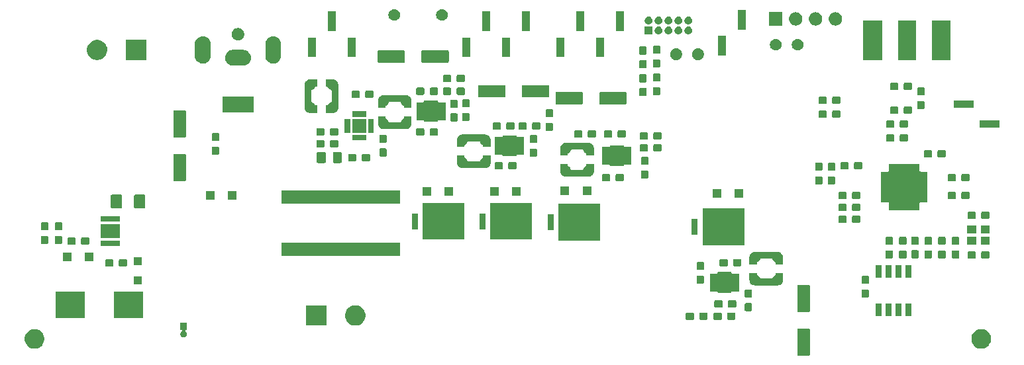
<source format=gbr>
%TF.GenerationSoftware,KiCad,Pcbnew,5.1.0-5.1.0*%
%TF.CreationDate,2019-03-18T21:11:32+01:00*%
%TF.ProjectId,motherboard,6d6f7468-6572-4626-9f61-72642e6b6963,rev?*%
%TF.SameCoordinates,Original*%
%TF.FileFunction,Soldermask,Top*%
%TF.FilePolarity,Negative*%
%FSLAX46Y46*%
G04 Gerber Fmt 4.6, Leading zero omitted, Abs format (unit mm)*
G04 Created by KiCad (PCBNEW 5.1.0-5.1.0) date 2019-03-18 21:11:32*
%MOMM*%
%LPD*%
G04 APERTURE LIST*
%ADD10C,0.100000*%
G04 APERTURE END LIST*
D10*
G36*
X162973825Y-120687745D02*
G01*
X163004490Y-120697048D01*
X163032748Y-120712152D01*
X163057519Y-120732481D01*
X163077848Y-120757252D01*
X163092952Y-120785510D01*
X163102255Y-120816175D01*
X163106000Y-120854203D01*
X163106000Y-124013797D01*
X163102255Y-124051825D01*
X163092952Y-124082490D01*
X163077848Y-124110748D01*
X163057519Y-124135519D01*
X163032748Y-124155848D01*
X163004490Y-124170952D01*
X162973825Y-124180255D01*
X162935797Y-124184000D01*
X161676203Y-124184000D01*
X161638175Y-124180255D01*
X161607510Y-124170952D01*
X161579252Y-124155848D01*
X161554481Y-124135519D01*
X161534152Y-124110748D01*
X161519048Y-124082490D01*
X161509745Y-124051825D01*
X161506000Y-124013797D01*
X161506000Y-120854203D01*
X161509745Y-120816175D01*
X161519048Y-120785510D01*
X161534152Y-120757252D01*
X161554481Y-120732481D01*
X161579252Y-120712152D01*
X161607510Y-120697048D01*
X161638175Y-120687745D01*
X161676203Y-120684000D01*
X162935797Y-120684000D01*
X162973825Y-120687745D01*
X162973825Y-120687745D01*
G37*
G36*
X185364610Y-120798036D02*
G01*
X185575106Y-120885227D01*
X185592097Y-120892265D01*
X185796828Y-121029062D01*
X185970938Y-121203172D01*
X186099782Y-121396000D01*
X186107736Y-121407905D01*
X186201964Y-121635390D01*
X186250000Y-121876884D01*
X186250000Y-122123116D01*
X186201964Y-122364610D01*
X186107736Y-122592095D01*
X186107735Y-122592097D01*
X185970938Y-122796828D01*
X185796828Y-122970938D01*
X185592097Y-123107735D01*
X185592096Y-123107736D01*
X185592095Y-123107736D01*
X185364610Y-123201964D01*
X185123116Y-123250000D01*
X184876884Y-123250000D01*
X184635390Y-123201964D01*
X184407905Y-123107736D01*
X184407904Y-123107736D01*
X184407903Y-123107735D01*
X184203172Y-122970938D01*
X184029062Y-122796828D01*
X183892265Y-122592097D01*
X183892264Y-122592095D01*
X183798036Y-122364610D01*
X183750000Y-122123116D01*
X183750000Y-121876884D01*
X183798036Y-121635390D01*
X183892264Y-121407905D01*
X183900219Y-121396000D01*
X184029062Y-121203172D01*
X184203172Y-121029062D01*
X184407903Y-120892265D01*
X184424894Y-120885227D01*
X184635390Y-120798036D01*
X184876884Y-120750000D01*
X185123116Y-120750000D01*
X185364610Y-120798036D01*
X185364610Y-120798036D01*
G37*
G36*
X64364610Y-120798036D02*
G01*
X64575106Y-120885227D01*
X64592097Y-120892265D01*
X64796828Y-121029062D01*
X64970938Y-121203172D01*
X65099782Y-121396000D01*
X65107736Y-121407905D01*
X65201964Y-121635390D01*
X65250000Y-121876884D01*
X65250000Y-122123116D01*
X65201964Y-122364610D01*
X65107736Y-122592095D01*
X65107735Y-122592097D01*
X64970938Y-122796828D01*
X64796828Y-122970938D01*
X64592097Y-123107735D01*
X64592096Y-123107736D01*
X64592095Y-123107736D01*
X64364610Y-123201964D01*
X64123116Y-123250000D01*
X63876884Y-123250000D01*
X63635390Y-123201964D01*
X63407905Y-123107736D01*
X63407904Y-123107736D01*
X63407903Y-123107735D01*
X63203172Y-122970938D01*
X63029062Y-122796828D01*
X62892265Y-122592097D01*
X62892264Y-122592095D01*
X62798036Y-122364610D01*
X62750000Y-122123116D01*
X62750000Y-121876884D01*
X62798036Y-121635390D01*
X62892264Y-121407905D01*
X62900219Y-121396000D01*
X63029062Y-121203172D01*
X63203172Y-121029062D01*
X63407903Y-120892265D01*
X63424894Y-120885227D01*
X63635390Y-120798036D01*
X63876884Y-120750000D01*
X64123116Y-120750000D01*
X64364610Y-120798036D01*
X64364610Y-120798036D01*
G37*
G36*
X83483000Y-120821000D02*
G01*
X83376640Y-120821000D01*
X83352254Y-120823402D01*
X83328805Y-120830515D01*
X83307194Y-120842066D01*
X83288252Y-120857611D01*
X83272707Y-120876553D01*
X83261156Y-120898164D01*
X83254043Y-120921613D01*
X83251641Y-120945999D01*
X83254043Y-120970385D01*
X83261156Y-120993834D01*
X83272707Y-121015445D01*
X83288252Y-121034387D01*
X83297342Y-121042625D01*
X83359975Y-121094025D01*
X83399250Y-121141883D01*
X83413084Y-121158740D01*
X83413085Y-121158742D01*
X83452549Y-121232573D01*
X83476851Y-121312684D01*
X83485056Y-121396000D01*
X83476851Y-121479316D01*
X83452549Y-121559427D01*
X83415633Y-121628492D01*
X83413084Y-121633260D01*
X83399250Y-121650117D01*
X83359975Y-121697975D01*
X83312117Y-121737250D01*
X83295260Y-121751084D01*
X83295258Y-121751085D01*
X83221427Y-121790549D01*
X83141316Y-121814851D01*
X83078878Y-121821000D01*
X83037122Y-121821000D01*
X82974684Y-121814851D01*
X82894573Y-121790549D01*
X82820742Y-121751085D01*
X82820740Y-121751084D01*
X82803883Y-121737250D01*
X82756025Y-121697975D01*
X82716750Y-121650117D01*
X82702916Y-121633260D01*
X82700368Y-121628492D01*
X82663451Y-121559427D01*
X82639149Y-121479316D01*
X82630944Y-121396000D01*
X82639149Y-121312684D01*
X82663451Y-121232573D01*
X82702915Y-121158742D01*
X82702916Y-121158740D01*
X82716750Y-121141883D01*
X82756025Y-121094025D01*
X82818658Y-121042625D01*
X82835985Y-121025298D01*
X82849599Y-121004924D01*
X82858976Y-120982285D01*
X82863757Y-120958252D01*
X82863757Y-120933748D01*
X82858977Y-120909715D01*
X82849600Y-120887076D01*
X82835986Y-120866701D01*
X82818659Y-120849374D01*
X82798285Y-120835760D01*
X82775646Y-120826383D01*
X82751613Y-120821602D01*
X82739360Y-120821000D01*
X82633000Y-120821000D01*
X82633000Y-119971000D01*
X83483000Y-119971000D01*
X83483000Y-120821000D01*
X83483000Y-120821000D01*
G37*
G36*
X101300000Y-120300000D02*
G01*
X98700000Y-120300000D01*
X98700000Y-117700000D01*
X101300000Y-117700000D01*
X101300000Y-120300000D01*
X101300000Y-120300000D01*
G37*
G36*
X105253617Y-117724979D02*
G01*
X105379196Y-117749958D01*
X105615781Y-117847955D01*
X105828702Y-117990224D01*
X106009776Y-118171298D01*
X106152045Y-118384219D01*
X106152046Y-118384221D01*
X106164297Y-118413797D01*
X106248493Y-118617064D01*
X106250042Y-118620805D01*
X106285329Y-118798202D01*
X106300000Y-118871961D01*
X106300000Y-119128039D01*
X106250042Y-119379196D01*
X106152045Y-119615781D01*
X106009776Y-119828702D01*
X105828702Y-120009776D01*
X105615781Y-120152045D01*
X105379196Y-120250042D01*
X105128040Y-120300000D01*
X104871960Y-120300000D01*
X104620804Y-120250042D01*
X104384219Y-120152045D01*
X104171298Y-120009776D01*
X103990224Y-119828702D01*
X103847955Y-119615781D01*
X103749958Y-119379196D01*
X103700000Y-119128039D01*
X103700000Y-118871961D01*
X103714672Y-118798202D01*
X103749958Y-118620805D01*
X103751508Y-118617064D01*
X103835703Y-118413797D01*
X103847954Y-118384221D01*
X103847955Y-118384219D01*
X103990224Y-118171298D01*
X104171298Y-117990224D01*
X104384219Y-117847955D01*
X104620804Y-117749958D01*
X104746383Y-117724979D01*
X104871960Y-117700000D01*
X105128040Y-117700000D01*
X105253617Y-117724979D01*
X105253617Y-117724979D01*
G37*
G36*
X149897535Y-118621019D02*
G01*
X149930249Y-118630943D01*
X149960396Y-118647057D01*
X149986826Y-118668749D01*
X150008518Y-118695179D01*
X150024632Y-118725326D01*
X150034556Y-118758040D01*
X150038511Y-118798202D01*
X150038511Y-119385926D01*
X150034556Y-119426088D01*
X150024632Y-119458802D01*
X150008518Y-119488949D01*
X149986826Y-119515379D01*
X149960396Y-119537071D01*
X149930249Y-119553185D01*
X149897535Y-119563109D01*
X149857373Y-119567064D01*
X149169649Y-119567064D01*
X149129487Y-119563109D01*
X149096773Y-119553185D01*
X149066626Y-119537071D01*
X149040196Y-119515379D01*
X149018504Y-119488949D01*
X149002390Y-119458802D01*
X148992466Y-119426088D01*
X148988511Y-119385926D01*
X148988511Y-118798202D01*
X148992466Y-118758040D01*
X149002390Y-118725326D01*
X149018504Y-118695179D01*
X149040196Y-118668749D01*
X149066626Y-118647057D01*
X149096773Y-118630943D01*
X149129487Y-118621019D01*
X149169649Y-118617064D01*
X149857373Y-118617064D01*
X149897535Y-118621019D01*
X149897535Y-118621019D01*
G37*
G36*
X153453535Y-118621019D02*
G01*
X153486249Y-118630943D01*
X153516396Y-118647057D01*
X153542826Y-118668749D01*
X153564518Y-118695179D01*
X153580632Y-118725326D01*
X153590556Y-118758040D01*
X153594511Y-118798202D01*
X153594511Y-119385926D01*
X153590556Y-119426088D01*
X153580632Y-119458802D01*
X153564518Y-119488949D01*
X153542826Y-119515379D01*
X153516396Y-119537071D01*
X153486249Y-119553185D01*
X153453535Y-119563109D01*
X153413373Y-119567064D01*
X152725649Y-119567064D01*
X152685487Y-119563109D01*
X152652773Y-119553185D01*
X152622626Y-119537071D01*
X152596196Y-119515379D01*
X152574504Y-119488949D01*
X152558390Y-119458802D01*
X152548466Y-119426088D01*
X152544511Y-119385926D01*
X152544511Y-118798202D01*
X152548466Y-118758040D01*
X152558390Y-118725326D01*
X152574504Y-118695179D01*
X152596196Y-118668749D01*
X152622626Y-118647057D01*
X152652773Y-118630943D01*
X152685487Y-118621019D01*
X152725649Y-118617064D01*
X153413373Y-118617064D01*
X153453535Y-118621019D01*
X153453535Y-118621019D01*
G37*
G36*
X151703535Y-118621019D02*
G01*
X151736249Y-118630943D01*
X151766396Y-118647057D01*
X151792826Y-118668749D01*
X151814518Y-118695179D01*
X151830632Y-118725326D01*
X151840556Y-118758040D01*
X151844511Y-118798202D01*
X151844511Y-119385926D01*
X151840556Y-119426088D01*
X151830632Y-119458802D01*
X151814518Y-119488949D01*
X151792826Y-119515379D01*
X151766396Y-119537071D01*
X151736249Y-119553185D01*
X151703535Y-119563109D01*
X151663373Y-119567064D01*
X150975649Y-119567064D01*
X150935487Y-119563109D01*
X150902773Y-119553185D01*
X150872626Y-119537071D01*
X150846196Y-119515379D01*
X150824504Y-119488949D01*
X150808390Y-119458802D01*
X150798466Y-119426088D01*
X150794511Y-119385926D01*
X150794511Y-118798202D01*
X150798466Y-118758040D01*
X150808390Y-118725326D01*
X150824504Y-118695179D01*
X150846196Y-118668749D01*
X150872626Y-118647057D01*
X150902773Y-118630943D01*
X150935487Y-118621019D01*
X150975649Y-118617064D01*
X151663373Y-118617064D01*
X151703535Y-118621019D01*
X151703535Y-118621019D01*
G37*
G36*
X148147535Y-118621019D02*
G01*
X148180249Y-118630943D01*
X148210396Y-118647057D01*
X148236826Y-118668749D01*
X148258518Y-118695179D01*
X148274632Y-118725326D01*
X148284556Y-118758040D01*
X148288511Y-118798202D01*
X148288511Y-119385926D01*
X148284556Y-119426088D01*
X148274632Y-119458802D01*
X148258518Y-119488949D01*
X148236826Y-119515379D01*
X148210396Y-119537071D01*
X148180249Y-119553185D01*
X148147535Y-119563109D01*
X148107373Y-119567064D01*
X147419649Y-119567064D01*
X147379487Y-119563109D01*
X147346773Y-119553185D01*
X147316626Y-119537071D01*
X147290196Y-119515379D01*
X147268504Y-119488949D01*
X147252390Y-119458802D01*
X147242466Y-119426088D01*
X147238511Y-119385926D01*
X147238511Y-118798202D01*
X147242466Y-118758040D01*
X147252390Y-118725326D01*
X147268504Y-118695179D01*
X147290196Y-118668749D01*
X147316626Y-118647057D01*
X147346773Y-118630943D01*
X147379487Y-118621019D01*
X147419649Y-118617064D01*
X148107373Y-118617064D01*
X148147535Y-118621019D01*
X148147535Y-118621019D01*
G37*
G36*
X70432000Y-119366000D02*
G01*
X66732000Y-119366000D01*
X66732000Y-115966000D01*
X70432000Y-115966000D01*
X70432000Y-119366000D01*
X70432000Y-119366000D01*
G37*
G36*
X77832000Y-119366000D02*
G01*
X74132000Y-119366000D01*
X74132000Y-115966000D01*
X77832000Y-115966000D01*
X77832000Y-119366000D01*
X77832000Y-119366000D01*
G37*
G36*
X176049561Y-119064668D02*
G01*
X175349561Y-119064668D01*
X175349561Y-117464668D01*
X176049561Y-117464668D01*
X176049561Y-119064668D01*
X176049561Y-119064668D01*
G37*
G36*
X172239561Y-119064668D02*
G01*
X171539561Y-119064668D01*
X171539561Y-117464668D01*
X172239561Y-117464668D01*
X172239561Y-119064668D01*
X172239561Y-119064668D01*
G37*
G36*
X173509561Y-119064668D02*
G01*
X172809561Y-119064668D01*
X172809561Y-117464668D01*
X173509561Y-117464668D01*
X173509561Y-119064668D01*
X173509561Y-119064668D01*
G37*
G36*
X174779561Y-119064668D02*
G01*
X174079561Y-119064668D01*
X174079561Y-117464668D01*
X174779561Y-117464668D01*
X174779561Y-119064668D01*
X174779561Y-119064668D01*
G37*
G36*
X162973825Y-115087745D02*
G01*
X163004490Y-115097048D01*
X163032748Y-115112152D01*
X163057519Y-115132481D01*
X163077848Y-115157252D01*
X163092952Y-115185510D01*
X163102255Y-115216175D01*
X163106000Y-115254203D01*
X163106000Y-118413797D01*
X163102255Y-118451825D01*
X163092952Y-118482490D01*
X163077848Y-118510748D01*
X163057519Y-118535519D01*
X163032748Y-118555848D01*
X163004490Y-118570952D01*
X162973825Y-118580255D01*
X162935797Y-118584000D01*
X161676203Y-118584000D01*
X161638175Y-118580255D01*
X161607510Y-118570952D01*
X161579252Y-118555848D01*
X161554481Y-118535519D01*
X161534152Y-118510748D01*
X161519048Y-118482490D01*
X161509745Y-118451825D01*
X161506000Y-118413797D01*
X161506000Y-115254203D01*
X161509745Y-115216175D01*
X161519048Y-115185510D01*
X161534152Y-115157252D01*
X161554481Y-115132481D01*
X161579252Y-115112152D01*
X161607510Y-115097048D01*
X161638175Y-115087745D01*
X161676203Y-115084000D01*
X162935797Y-115084000D01*
X162973825Y-115087745D01*
X162973825Y-115087745D01*
G37*
G36*
X155576535Y-117414019D02*
G01*
X155609249Y-117423943D01*
X155639396Y-117440057D01*
X155665826Y-117461749D01*
X155687518Y-117488179D01*
X155703632Y-117518326D01*
X155713556Y-117551040D01*
X155717511Y-117591202D01*
X155717511Y-118278926D01*
X155713556Y-118319088D01*
X155703632Y-118351802D01*
X155687518Y-118381949D01*
X155665826Y-118408379D01*
X155639396Y-118430071D01*
X155609249Y-118446185D01*
X155576535Y-118456109D01*
X155536373Y-118460064D01*
X154948649Y-118460064D01*
X154908487Y-118456109D01*
X154875773Y-118446185D01*
X154845626Y-118430071D01*
X154819196Y-118408379D01*
X154797504Y-118381949D01*
X154781390Y-118351802D01*
X154771466Y-118319088D01*
X154767511Y-118278926D01*
X154767511Y-117591202D01*
X154771466Y-117551040D01*
X154781390Y-117518326D01*
X154797504Y-117488179D01*
X154819196Y-117461749D01*
X154845626Y-117440057D01*
X154875773Y-117423943D01*
X154908487Y-117414019D01*
X154948649Y-117410064D01*
X155536373Y-117410064D01*
X155576535Y-117414019D01*
X155576535Y-117414019D01*
G37*
G36*
X151800957Y-117050397D02*
G01*
X151833671Y-117060321D01*
X151863818Y-117076435D01*
X151890248Y-117098127D01*
X151911940Y-117124557D01*
X151928054Y-117154704D01*
X151937978Y-117187418D01*
X151941933Y-117227580D01*
X151941933Y-117815304D01*
X151937978Y-117855466D01*
X151928054Y-117888180D01*
X151911940Y-117918327D01*
X151890248Y-117944757D01*
X151863818Y-117966449D01*
X151833671Y-117982563D01*
X151800957Y-117992487D01*
X151760795Y-117996442D01*
X151073071Y-117996442D01*
X151032909Y-117992487D01*
X151000195Y-117982563D01*
X150970048Y-117966449D01*
X150943618Y-117944757D01*
X150921926Y-117918327D01*
X150905812Y-117888180D01*
X150895888Y-117855466D01*
X150891933Y-117815304D01*
X150891933Y-117227580D01*
X150895888Y-117187418D01*
X150905812Y-117154704D01*
X150921926Y-117124557D01*
X150943618Y-117098127D01*
X150970048Y-117076435D01*
X151000195Y-117060321D01*
X151032909Y-117050397D01*
X151073071Y-117046442D01*
X151760795Y-117046442D01*
X151800957Y-117050397D01*
X151800957Y-117050397D01*
G37*
G36*
X153550957Y-117050397D02*
G01*
X153583671Y-117060321D01*
X153613818Y-117076435D01*
X153640248Y-117098127D01*
X153661940Y-117124557D01*
X153678054Y-117154704D01*
X153687978Y-117187418D01*
X153691933Y-117227580D01*
X153691933Y-117815304D01*
X153687978Y-117855466D01*
X153678054Y-117888180D01*
X153661940Y-117918327D01*
X153640248Y-117944757D01*
X153613818Y-117966449D01*
X153583671Y-117982563D01*
X153550957Y-117992487D01*
X153510795Y-117996442D01*
X152823071Y-117996442D01*
X152782909Y-117992487D01*
X152750195Y-117982563D01*
X152720048Y-117966449D01*
X152693618Y-117944757D01*
X152671926Y-117918327D01*
X152655812Y-117888180D01*
X152645888Y-117855466D01*
X152641933Y-117815304D01*
X152641933Y-117227580D01*
X152645888Y-117187418D01*
X152655812Y-117154704D01*
X152671926Y-117124557D01*
X152693618Y-117098127D01*
X152720048Y-117076435D01*
X152750195Y-117060321D01*
X152782909Y-117050397D01*
X152823071Y-117046442D01*
X153510795Y-117046442D01*
X153550957Y-117050397D01*
X153550957Y-117050397D01*
G37*
G36*
X170514024Y-115669955D02*
G01*
X170546738Y-115679879D01*
X170576885Y-115695993D01*
X170603315Y-115717685D01*
X170625007Y-115744115D01*
X170641121Y-115774262D01*
X170651045Y-115806976D01*
X170655000Y-115847138D01*
X170655000Y-116534862D01*
X170651045Y-116575024D01*
X170641121Y-116607738D01*
X170625007Y-116637885D01*
X170603315Y-116664315D01*
X170576885Y-116686007D01*
X170546738Y-116702121D01*
X170514024Y-116712045D01*
X170473862Y-116716000D01*
X169886138Y-116716000D01*
X169845976Y-116712045D01*
X169813262Y-116702121D01*
X169783115Y-116686007D01*
X169756685Y-116664315D01*
X169734993Y-116637885D01*
X169718879Y-116607738D01*
X169708955Y-116575024D01*
X169705000Y-116534862D01*
X169705000Y-115847138D01*
X169708955Y-115806976D01*
X169718879Y-115774262D01*
X169734993Y-115744115D01*
X169756685Y-115717685D01*
X169783115Y-115695993D01*
X169813262Y-115679879D01*
X169845976Y-115669955D01*
X169886138Y-115666000D01*
X170473862Y-115666000D01*
X170514024Y-115669955D01*
X170514024Y-115669955D01*
G37*
G36*
X155576535Y-115664019D02*
G01*
X155609249Y-115673943D01*
X155639396Y-115690057D01*
X155665826Y-115711749D01*
X155687518Y-115738179D01*
X155703632Y-115768326D01*
X155713556Y-115801040D01*
X155717511Y-115841202D01*
X155717511Y-116528926D01*
X155713556Y-116569088D01*
X155703632Y-116601802D01*
X155687518Y-116631949D01*
X155665826Y-116658379D01*
X155639396Y-116680071D01*
X155609249Y-116696185D01*
X155576535Y-116706109D01*
X155536373Y-116710064D01*
X154948649Y-116710064D01*
X154908487Y-116706109D01*
X154875773Y-116696185D01*
X154845626Y-116680071D01*
X154819196Y-116658379D01*
X154797504Y-116631949D01*
X154781390Y-116601802D01*
X154771466Y-116569088D01*
X154767511Y-116528926D01*
X154767511Y-115841202D01*
X154771466Y-115801040D01*
X154781390Y-115768326D01*
X154797504Y-115738179D01*
X154819196Y-115711749D01*
X154845626Y-115690057D01*
X154875773Y-115673943D01*
X154908487Y-115664019D01*
X154948649Y-115660064D01*
X155536373Y-115660064D01*
X155576535Y-115664019D01*
X155576535Y-115664019D01*
G37*
G36*
X153069511Y-113499065D02*
G01*
X153071913Y-113523451D01*
X153079026Y-113546900D01*
X153090577Y-113568511D01*
X153106122Y-113587453D01*
X153125064Y-113602998D01*
X153146675Y-113614549D01*
X153170124Y-113621662D01*
X153194510Y-113624064D01*
X154069511Y-113624064D01*
X154069511Y-115924064D01*
X153194510Y-115924064D01*
X153170124Y-115926466D01*
X153146675Y-115933579D01*
X153125064Y-115945130D01*
X153106122Y-115960675D01*
X153090577Y-115979617D01*
X153079026Y-116001228D01*
X153071913Y-116024677D01*
X153069511Y-116049063D01*
X153069511Y-116124064D01*
X151319511Y-116124064D01*
X151319511Y-116049063D01*
X151317109Y-116024677D01*
X151309996Y-116001228D01*
X151298445Y-115979617D01*
X151282900Y-115960675D01*
X151263958Y-115945130D01*
X151242347Y-115933579D01*
X151218898Y-115926466D01*
X151194512Y-115924064D01*
X150319511Y-115924064D01*
X150319511Y-113624064D01*
X151194512Y-113624064D01*
X151218898Y-113621662D01*
X151242347Y-113614549D01*
X151263958Y-113602998D01*
X151282900Y-113587453D01*
X151298445Y-113568511D01*
X151309996Y-113546900D01*
X151317109Y-113523451D01*
X151319511Y-113499065D01*
X151319511Y-113424064D01*
X153069511Y-113424064D01*
X153069511Y-113499065D01*
X153069511Y-113499065D01*
G37*
G36*
X156328511Y-113708421D02*
G01*
X156330913Y-113732807D01*
X156338026Y-113756256D01*
X156349577Y-113777867D01*
X156365122Y-113796809D01*
X156384064Y-113812354D01*
X156405677Y-113823906D01*
X156410086Y-113825732D01*
X156486345Y-113876687D01*
X156524735Y-113902338D01*
X156622237Y-113999840D01*
X156622238Y-113999842D01*
X156698845Y-114114492D01*
X156742091Y-114218899D01*
X156753642Y-114240510D01*
X156769187Y-114259452D01*
X156788129Y-114274998D01*
X156809739Y-114286549D01*
X156833188Y-114293662D01*
X156857575Y-114296064D01*
X158199447Y-114296064D01*
X158223833Y-114293662D01*
X158247282Y-114286549D01*
X158268893Y-114274998D01*
X158287835Y-114259453D01*
X158303380Y-114240511D01*
X158314931Y-114218899D01*
X158358177Y-114114492D01*
X158434784Y-113999842D01*
X158434785Y-113999840D01*
X158532287Y-113902338D01*
X158570677Y-113876687D01*
X158646936Y-113825732D01*
X158651345Y-113823906D01*
X158672956Y-113812355D01*
X158691898Y-113796810D01*
X158707444Y-113777869D01*
X158718995Y-113756258D01*
X158726109Y-113732809D01*
X158728511Y-113708421D01*
X158728511Y-113546064D01*
X159678511Y-113546064D01*
X159678511Y-114525911D01*
X159672212Y-114546677D01*
X159651611Y-114650246D01*
X159598844Y-114777637D01*
X159567181Y-114825024D01*
X159522237Y-114892288D01*
X159424735Y-114989790D01*
X159367021Y-115028353D01*
X159310084Y-115066397D01*
X159182693Y-115119164D01*
X159079124Y-115139765D01*
X159058358Y-115146064D01*
X155998664Y-115146064D01*
X155977898Y-115139765D01*
X155874329Y-115119164D01*
X155746938Y-115066397D01*
X155690001Y-115028353D01*
X155632287Y-114989790D01*
X155534785Y-114892288D01*
X155489841Y-114825024D01*
X155458178Y-114777637D01*
X155405411Y-114650246D01*
X155384810Y-114546677D01*
X155378511Y-114525911D01*
X155378511Y-113546064D01*
X156328511Y-113546064D01*
X156328511Y-113708421D01*
X156328511Y-113708421D01*
G37*
G36*
X77716000Y-115034000D02*
G01*
X76716000Y-115034000D01*
X76716000Y-114034000D01*
X77716000Y-114034000D01*
X77716000Y-115034000D01*
X77716000Y-115034000D01*
G37*
G36*
X170514024Y-113919955D02*
G01*
X170546738Y-113929879D01*
X170576885Y-113945993D01*
X170603315Y-113967685D01*
X170625007Y-113994115D01*
X170641121Y-114024262D01*
X170651045Y-114056976D01*
X170655000Y-114097138D01*
X170655000Y-114784862D01*
X170651045Y-114825024D01*
X170641121Y-114857738D01*
X170625007Y-114887885D01*
X170603315Y-114914315D01*
X170576885Y-114936007D01*
X170546738Y-114952121D01*
X170514024Y-114962045D01*
X170473862Y-114966000D01*
X169886138Y-114966000D01*
X169845976Y-114962045D01*
X169813262Y-114952121D01*
X169783115Y-114936007D01*
X169756685Y-114914315D01*
X169734993Y-114887885D01*
X169718879Y-114857738D01*
X169708955Y-114825024D01*
X169705000Y-114784862D01*
X169705000Y-114097138D01*
X169708955Y-114056976D01*
X169718879Y-114024262D01*
X169734993Y-113994115D01*
X169756685Y-113967685D01*
X169783115Y-113945993D01*
X169813262Y-113929879D01*
X169845976Y-113919955D01*
X169886138Y-113916000D01*
X170473862Y-113916000D01*
X170514024Y-113919955D01*
X170514024Y-113919955D01*
G37*
G36*
X149432024Y-113891955D02*
G01*
X149464738Y-113901879D01*
X149494885Y-113917993D01*
X149521315Y-113939685D01*
X149543007Y-113966115D01*
X149559121Y-113996262D01*
X149569045Y-114028976D01*
X149573000Y-114069138D01*
X149573000Y-114756862D01*
X149569045Y-114797024D01*
X149559121Y-114829738D01*
X149543007Y-114859885D01*
X149521315Y-114886315D01*
X149494885Y-114908007D01*
X149464738Y-114924121D01*
X149432024Y-114934045D01*
X149391862Y-114938000D01*
X148804138Y-114938000D01*
X148763976Y-114934045D01*
X148731262Y-114924121D01*
X148701115Y-114908007D01*
X148674685Y-114886315D01*
X148652993Y-114859885D01*
X148636879Y-114829738D01*
X148626955Y-114797024D01*
X148623000Y-114756862D01*
X148623000Y-114069138D01*
X148626955Y-114028976D01*
X148636879Y-113996262D01*
X148652993Y-113966115D01*
X148674685Y-113939685D01*
X148701115Y-113917993D01*
X148731262Y-113901879D01*
X148763976Y-113891955D01*
X148804138Y-113888000D01*
X149391862Y-113888000D01*
X149432024Y-113891955D01*
X149432024Y-113891955D01*
G37*
G36*
X172239561Y-114134668D02*
G01*
X171539561Y-114134668D01*
X171539561Y-112534668D01*
X172239561Y-112534668D01*
X172239561Y-114134668D01*
X172239561Y-114134668D01*
G37*
G36*
X176049561Y-114134668D02*
G01*
X175349561Y-114134668D01*
X175349561Y-112534668D01*
X176049561Y-112534668D01*
X176049561Y-114134668D01*
X176049561Y-114134668D01*
G37*
G36*
X174779561Y-114134668D02*
G01*
X174079561Y-114134668D01*
X174079561Y-112534668D01*
X174779561Y-112534668D01*
X174779561Y-114134668D01*
X174779561Y-114134668D01*
G37*
G36*
X173509561Y-114134668D02*
G01*
X172809561Y-114134668D01*
X172809561Y-112534668D01*
X173509561Y-112534668D01*
X173509561Y-114134668D01*
X173509561Y-114134668D01*
G37*
G36*
X149432024Y-112141955D02*
G01*
X149464738Y-112151879D01*
X149494885Y-112167993D01*
X149521315Y-112189685D01*
X149543007Y-112216115D01*
X149559121Y-112246262D01*
X149569045Y-112278976D01*
X149573000Y-112319138D01*
X149573000Y-113006862D01*
X149569045Y-113047024D01*
X149559121Y-113079738D01*
X149543007Y-113109885D01*
X149521315Y-113136315D01*
X149494885Y-113158007D01*
X149464738Y-113174121D01*
X149432024Y-113184045D01*
X149391862Y-113188000D01*
X148804138Y-113188000D01*
X148763976Y-113184045D01*
X148731262Y-113174121D01*
X148701115Y-113158007D01*
X148674685Y-113136315D01*
X148652993Y-113109885D01*
X148636879Y-113079738D01*
X148626955Y-113047024D01*
X148623000Y-113006862D01*
X148623000Y-112319138D01*
X148626955Y-112278976D01*
X148636879Y-112246262D01*
X148652993Y-112216115D01*
X148674685Y-112189685D01*
X148701115Y-112167993D01*
X148731262Y-112151879D01*
X148763976Y-112141955D01*
X148804138Y-112138000D01*
X149391862Y-112138000D01*
X149432024Y-112141955D01*
X149432024Y-112141955D01*
G37*
G36*
X73931024Y-111796955D02*
G01*
X73963738Y-111806879D01*
X73993885Y-111822993D01*
X74020315Y-111844685D01*
X74042007Y-111871115D01*
X74058121Y-111901262D01*
X74068045Y-111933976D01*
X74072000Y-111974138D01*
X74072000Y-112561862D01*
X74068045Y-112602024D01*
X74058121Y-112634738D01*
X74042007Y-112664885D01*
X74020315Y-112691315D01*
X73993885Y-112713007D01*
X73963738Y-112729121D01*
X73931024Y-112739045D01*
X73890862Y-112743000D01*
X73203138Y-112743000D01*
X73162976Y-112739045D01*
X73130262Y-112729121D01*
X73100115Y-112713007D01*
X73073685Y-112691315D01*
X73051993Y-112664885D01*
X73035879Y-112634738D01*
X73025955Y-112602024D01*
X73022000Y-112561862D01*
X73022000Y-111974138D01*
X73025955Y-111933976D01*
X73035879Y-111901262D01*
X73051993Y-111871115D01*
X73073685Y-111844685D01*
X73100115Y-111822993D01*
X73130262Y-111806879D01*
X73162976Y-111796955D01*
X73203138Y-111793000D01*
X73890862Y-111793000D01*
X73931024Y-111796955D01*
X73931024Y-111796955D01*
G37*
G36*
X75681024Y-111796955D02*
G01*
X75713738Y-111806879D01*
X75743885Y-111822993D01*
X75770315Y-111844685D01*
X75792007Y-111871115D01*
X75808121Y-111901262D01*
X75818045Y-111933976D01*
X75822000Y-111974138D01*
X75822000Y-112561862D01*
X75818045Y-112602024D01*
X75808121Y-112634738D01*
X75792007Y-112664885D01*
X75770315Y-112691315D01*
X75743885Y-112713007D01*
X75713738Y-112729121D01*
X75681024Y-112739045D01*
X75640862Y-112743000D01*
X74953138Y-112743000D01*
X74912976Y-112739045D01*
X74880262Y-112729121D01*
X74850115Y-112713007D01*
X74823685Y-112691315D01*
X74801993Y-112664885D01*
X74785879Y-112634738D01*
X74775955Y-112602024D01*
X74772000Y-112561862D01*
X74772000Y-111974138D01*
X74775955Y-111933976D01*
X74785879Y-111901262D01*
X74801993Y-111871115D01*
X74823685Y-111844685D01*
X74850115Y-111822993D01*
X74880262Y-111806879D01*
X74912976Y-111796955D01*
X74953138Y-111793000D01*
X75640862Y-111793000D01*
X75681024Y-111796955D01*
X75681024Y-111796955D01*
G37*
G36*
X154215535Y-111763019D02*
G01*
X154248249Y-111772943D01*
X154278396Y-111789057D01*
X154304826Y-111810749D01*
X154326518Y-111837179D01*
X154342632Y-111867326D01*
X154352556Y-111900040D01*
X154356511Y-111940202D01*
X154356511Y-112527926D01*
X154352556Y-112568088D01*
X154342632Y-112600802D01*
X154326518Y-112630949D01*
X154304826Y-112657379D01*
X154278396Y-112679071D01*
X154248249Y-112695185D01*
X154215535Y-112705109D01*
X154175373Y-112709064D01*
X153487649Y-112709064D01*
X153447487Y-112705109D01*
X153414773Y-112695185D01*
X153384626Y-112679071D01*
X153358196Y-112657379D01*
X153336504Y-112630949D01*
X153320390Y-112600802D01*
X153310466Y-112568088D01*
X153306511Y-112527926D01*
X153306511Y-111940202D01*
X153310466Y-111900040D01*
X153320390Y-111867326D01*
X153336504Y-111837179D01*
X153358196Y-111810749D01*
X153384626Y-111789057D01*
X153414773Y-111772943D01*
X153447487Y-111763019D01*
X153487649Y-111759064D01*
X154175373Y-111759064D01*
X154215535Y-111763019D01*
X154215535Y-111763019D01*
G37*
G36*
X152465535Y-111763019D02*
G01*
X152498249Y-111772943D01*
X152528396Y-111789057D01*
X152554826Y-111810749D01*
X152576518Y-111837179D01*
X152592632Y-111867326D01*
X152602556Y-111900040D01*
X152606511Y-111940202D01*
X152606511Y-112527926D01*
X152602556Y-112568088D01*
X152592632Y-112600802D01*
X152576518Y-112630949D01*
X152554826Y-112657379D01*
X152528396Y-112679071D01*
X152498249Y-112695185D01*
X152465535Y-112705109D01*
X152425373Y-112709064D01*
X151737649Y-112709064D01*
X151697487Y-112705109D01*
X151664773Y-112695185D01*
X151634626Y-112679071D01*
X151608196Y-112657379D01*
X151586504Y-112630949D01*
X151570390Y-112600802D01*
X151560466Y-112568088D01*
X151556511Y-112527926D01*
X151556511Y-111940202D01*
X151560466Y-111900040D01*
X151570390Y-111867326D01*
X151586504Y-111837179D01*
X151608196Y-111810749D01*
X151634626Y-111789057D01*
X151664773Y-111772943D01*
X151697487Y-111763019D01*
X151737649Y-111759064D01*
X152425373Y-111759064D01*
X152465535Y-111763019D01*
X152465535Y-111763019D01*
G37*
G36*
X77716000Y-112534000D02*
G01*
X76716000Y-112534000D01*
X76716000Y-111534000D01*
X77716000Y-111534000D01*
X77716000Y-112534000D01*
X77716000Y-112534000D01*
G37*
G36*
X159079124Y-110852363D02*
G01*
X159182693Y-110872964D01*
X159310084Y-110925731D01*
X159367021Y-110963775D01*
X159424735Y-111002338D01*
X159522237Y-111099840D01*
X159522238Y-111099842D01*
X159598844Y-111214491D01*
X159651611Y-111341882D01*
X159672212Y-111445451D01*
X159678511Y-111466217D01*
X159678511Y-112446064D01*
X158728511Y-112446064D01*
X158728511Y-112283707D01*
X158726109Y-112259321D01*
X158718996Y-112235872D01*
X158707445Y-112214261D01*
X158691900Y-112195319D01*
X158672958Y-112179774D01*
X158651345Y-112168222D01*
X158646936Y-112166396D01*
X158570677Y-112115441D01*
X158532287Y-112089790D01*
X158434785Y-111992288D01*
X158406683Y-111950230D01*
X158358177Y-111877636D01*
X158314931Y-111773229D01*
X158303380Y-111751618D01*
X158287835Y-111732676D01*
X158268893Y-111717130D01*
X158247283Y-111705579D01*
X158223834Y-111698466D01*
X158199447Y-111696064D01*
X156857575Y-111696064D01*
X156833189Y-111698466D01*
X156809740Y-111705579D01*
X156788129Y-111717130D01*
X156769187Y-111732675D01*
X156753642Y-111751617D01*
X156742091Y-111773229D01*
X156698845Y-111877636D01*
X156650339Y-111950230D01*
X156622237Y-111992288D01*
X156524735Y-112089790D01*
X156486345Y-112115441D01*
X156410086Y-112166396D01*
X156405677Y-112168222D01*
X156384066Y-112179773D01*
X156365124Y-112195318D01*
X156349578Y-112214259D01*
X156338027Y-112235870D01*
X156330913Y-112259319D01*
X156328511Y-112283707D01*
X156328511Y-112446064D01*
X155378511Y-112446064D01*
X155378511Y-111466217D01*
X155384810Y-111445451D01*
X155405411Y-111341882D01*
X155458178Y-111214491D01*
X155534784Y-111099842D01*
X155534785Y-111099840D01*
X155632287Y-111002338D01*
X155690001Y-110963775D01*
X155746938Y-110925731D01*
X155874329Y-110872964D01*
X155977898Y-110852363D01*
X155998664Y-110846064D01*
X159058358Y-110846064D01*
X159079124Y-110852363D01*
X159079124Y-110852363D01*
G37*
G36*
X71546000Y-112056000D02*
G01*
X70446000Y-112056000D01*
X70446000Y-110956000D01*
X71546000Y-110956000D01*
X71546000Y-112056000D01*
X71546000Y-112056000D01*
G37*
G36*
X68746000Y-112056000D02*
G01*
X67646000Y-112056000D01*
X67646000Y-110956000D01*
X68746000Y-110956000D01*
X68746000Y-112056000D01*
X68746000Y-112056000D01*
G37*
G36*
X184167024Y-110780955D02*
G01*
X184199738Y-110790879D01*
X184229885Y-110806993D01*
X184256315Y-110828685D01*
X184278007Y-110855115D01*
X184294121Y-110885262D01*
X184304045Y-110917976D01*
X184308000Y-110958138D01*
X184308000Y-111545862D01*
X184304045Y-111586024D01*
X184294121Y-111618738D01*
X184278007Y-111648885D01*
X184256315Y-111675315D01*
X184229885Y-111697007D01*
X184199738Y-111713121D01*
X184167024Y-111723045D01*
X184126862Y-111727000D01*
X183439138Y-111727000D01*
X183398976Y-111723045D01*
X183366262Y-111713121D01*
X183336115Y-111697007D01*
X183309685Y-111675315D01*
X183287993Y-111648885D01*
X183271879Y-111618738D01*
X183261955Y-111586024D01*
X183258000Y-111545862D01*
X183258000Y-110958138D01*
X183261955Y-110917976D01*
X183271879Y-110885262D01*
X183287993Y-110855115D01*
X183309685Y-110828685D01*
X183336115Y-110806993D01*
X183366262Y-110790879D01*
X183398976Y-110780955D01*
X183439138Y-110777000D01*
X184126862Y-110777000D01*
X184167024Y-110780955D01*
X184167024Y-110780955D01*
G37*
G36*
X185917024Y-110780955D02*
G01*
X185949738Y-110790879D01*
X185979885Y-110806993D01*
X186006315Y-110828685D01*
X186028007Y-110855115D01*
X186044121Y-110885262D01*
X186054045Y-110917976D01*
X186058000Y-110958138D01*
X186058000Y-111545862D01*
X186054045Y-111586024D01*
X186044121Y-111618738D01*
X186028007Y-111648885D01*
X186006315Y-111675315D01*
X185979885Y-111697007D01*
X185949738Y-111713121D01*
X185917024Y-111723045D01*
X185876862Y-111727000D01*
X185189138Y-111727000D01*
X185148976Y-111723045D01*
X185116262Y-111713121D01*
X185086115Y-111697007D01*
X185059685Y-111675315D01*
X185037993Y-111648885D01*
X185021879Y-111618738D01*
X185011955Y-111586024D01*
X185008000Y-111545862D01*
X185008000Y-110958138D01*
X185011955Y-110917976D01*
X185021879Y-110885262D01*
X185037993Y-110855115D01*
X185059685Y-110828685D01*
X185086115Y-110806993D01*
X185116262Y-110790879D01*
X185148976Y-110780955D01*
X185189138Y-110777000D01*
X185876862Y-110777000D01*
X185917024Y-110780955D01*
X185917024Y-110780955D01*
G37*
G36*
X182064024Y-110667955D02*
G01*
X182096738Y-110677879D01*
X182126885Y-110693993D01*
X182153315Y-110715685D01*
X182175007Y-110742115D01*
X182191121Y-110772262D01*
X182201045Y-110804976D01*
X182205000Y-110845138D01*
X182205000Y-111532862D01*
X182201045Y-111573024D01*
X182191121Y-111605738D01*
X182175007Y-111635885D01*
X182153315Y-111662315D01*
X182126885Y-111684007D01*
X182096738Y-111700121D01*
X182064024Y-111710045D01*
X182023862Y-111714000D01*
X181436138Y-111714000D01*
X181395976Y-111710045D01*
X181363262Y-111700121D01*
X181333115Y-111684007D01*
X181306685Y-111662315D01*
X181284993Y-111635885D01*
X181268879Y-111605738D01*
X181258955Y-111573024D01*
X181255000Y-111532862D01*
X181255000Y-110845138D01*
X181258955Y-110804976D01*
X181268879Y-110772262D01*
X181284993Y-110742115D01*
X181306685Y-110715685D01*
X181333115Y-110693993D01*
X181363262Y-110677879D01*
X181395976Y-110667955D01*
X181436138Y-110664000D01*
X182023862Y-110664000D01*
X182064024Y-110667955D01*
X182064024Y-110667955D01*
G37*
G36*
X178564024Y-110667955D02*
G01*
X178596738Y-110677879D01*
X178626885Y-110693993D01*
X178653315Y-110715685D01*
X178675007Y-110742115D01*
X178691121Y-110772262D01*
X178701045Y-110804976D01*
X178705000Y-110845138D01*
X178705000Y-111532862D01*
X178701045Y-111573024D01*
X178691121Y-111605738D01*
X178675007Y-111635885D01*
X178653315Y-111662315D01*
X178626885Y-111684007D01*
X178596738Y-111700121D01*
X178564024Y-111710045D01*
X178523862Y-111714000D01*
X177936138Y-111714000D01*
X177895976Y-111710045D01*
X177863262Y-111700121D01*
X177833115Y-111684007D01*
X177806685Y-111662315D01*
X177784993Y-111635885D01*
X177768879Y-111605738D01*
X177758955Y-111573024D01*
X177755000Y-111532862D01*
X177755000Y-110845138D01*
X177758955Y-110804976D01*
X177768879Y-110772262D01*
X177784993Y-110742115D01*
X177806685Y-110715685D01*
X177833115Y-110693993D01*
X177863262Y-110677879D01*
X177895976Y-110667955D01*
X177936138Y-110664000D01*
X178523862Y-110664000D01*
X178564024Y-110667955D01*
X178564024Y-110667955D01*
G37*
G36*
X173564024Y-110667955D02*
G01*
X173596738Y-110677879D01*
X173626885Y-110693993D01*
X173653315Y-110715685D01*
X173675007Y-110742115D01*
X173691121Y-110772262D01*
X173701045Y-110804976D01*
X173705000Y-110845138D01*
X173705000Y-111532862D01*
X173701045Y-111573024D01*
X173691121Y-111605738D01*
X173675007Y-111635885D01*
X173653315Y-111662315D01*
X173626885Y-111684007D01*
X173596738Y-111700121D01*
X173564024Y-111710045D01*
X173523862Y-111714000D01*
X172936138Y-111714000D01*
X172895976Y-111710045D01*
X172863262Y-111700121D01*
X172833115Y-111684007D01*
X172806685Y-111662315D01*
X172784993Y-111635885D01*
X172768879Y-111605738D01*
X172758955Y-111573024D01*
X172755000Y-111532862D01*
X172755000Y-110845138D01*
X172758955Y-110804976D01*
X172768879Y-110772262D01*
X172784993Y-110742115D01*
X172806685Y-110715685D01*
X172833115Y-110693993D01*
X172863262Y-110677879D01*
X172895976Y-110667955D01*
X172936138Y-110664000D01*
X173523862Y-110664000D01*
X173564024Y-110667955D01*
X173564024Y-110667955D01*
G37*
G36*
X175314024Y-110667955D02*
G01*
X175346738Y-110677879D01*
X175376885Y-110693993D01*
X175403315Y-110715685D01*
X175425007Y-110742115D01*
X175441121Y-110772262D01*
X175451045Y-110804976D01*
X175455000Y-110845138D01*
X175455000Y-111532862D01*
X175451045Y-111573024D01*
X175441121Y-111605738D01*
X175425007Y-111635885D01*
X175403315Y-111662315D01*
X175376885Y-111684007D01*
X175346738Y-111700121D01*
X175314024Y-111710045D01*
X175273862Y-111714000D01*
X174686138Y-111714000D01*
X174645976Y-111710045D01*
X174613262Y-111700121D01*
X174583115Y-111684007D01*
X174556685Y-111662315D01*
X174534993Y-111635885D01*
X174518879Y-111605738D01*
X174508955Y-111573024D01*
X174505000Y-111532862D01*
X174505000Y-110845138D01*
X174508955Y-110804976D01*
X174518879Y-110772262D01*
X174534993Y-110742115D01*
X174556685Y-110715685D01*
X174583115Y-110693993D01*
X174613262Y-110677879D01*
X174645976Y-110667955D01*
X174686138Y-110664000D01*
X175273862Y-110664000D01*
X175314024Y-110667955D01*
X175314024Y-110667955D01*
G37*
G36*
X180314024Y-110667955D02*
G01*
X180346738Y-110677879D01*
X180376885Y-110693993D01*
X180403315Y-110715685D01*
X180425007Y-110742115D01*
X180441121Y-110772262D01*
X180451045Y-110804976D01*
X180455000Y-110845138D01*
X180455000Y-111532862D01*
X180451045Y-111573024D01*
X180441121Y-111605738D01*
X180425007Y-111635885D01*
X180403315Y-111662315D01*
X180376885Y-111684007D01*
X180346738Y-111700121D01*
X180314024Y-111710045D01*
X180273862Y-111714000D01*
X179686138Y-111714000D01*
X179645976Y-111710045D01*
X179613262Y-111700121D01*
X179583115Y-111684007D01*
X179556685Y-111662315D01*
X179534993Y-111635885D01*
X179518879Y-111605738D01*
X179508955Y-111573024D01*
X179505000Y-111532862D01*
X179505000Y-110845138D01*
X179508955Y-110804976D01*
X179518879Y-110772262D01*
X179534993Y-110742115D01*
X179556685Y-110715685D01*
X179583115Y-110693993D01*
X179613262Y-110677879D01*
X179645976Y-110667955D01*
X179686138Y-110664000D01*
X180273862Y-110664000D01*
X180314024Y-110667955D01*
X180314024Y-110667955D01*
G37*
G36*
X176878585Y-110653623D02*
G01*
X176911299Y-110663547D01*
X176941446Y-110679661D01*
X176967876Y-110701353D01*
X176989568Y-110727783D01*
X177005682Y-110757930D01*
X177015606Y-110790644D01*
X177019561Y-110830806D01*
X177019561Y-111518530D01*
X177015606Y-111558692D01*
X177005682Y-111591406D01*
X176989568Y-111621553D01*
X176967876Y-111647983D01*
X176941446Y-111669675D01*
X176911299Y-111685789D01*
X176878585Y-111695713D01*
X176838423Y-111699668D01*
X176250699Y-111699668D01*
X176210537Y-111695713D01*
X176177823Y-111685789D01*
X176147676Y-111669675D01*
X176121246Y-111647983D01*
X176099554Y-111621553D01*
X176083440Y-111591406D01*
X176073516Y-111558692D01*
X176069561Y-111518530D01*
X176069561Y-110830806D01*
X176073516Y-110790644D01*
X176083440Y-110757930D01*
X176099554Y-110727783D01*
X176121246Y-110701353D01*
X176147676Y-110679661D01*
X176177823Y-110663547D01*
X176210537Y-110653623D01*
X176250699Y-110649668D01*
X176838423Y-110649668D01*
X176878585Y-110653623D01*
X176878585Y-110653623D01*
G37*
G36*
X110718600Y-111391700D02*
G01*
X95529400Y-111391700D01*
X95529400Y-109689900D01*
X110718600Y-109689900D01*
X110718600Y-111391700D01*
X110718600Y-111391700D01*
G37*
G36*
X74910000Y-110079000D02*
G01*
X72410000Y-110079000D01*
X72410000Y-109429000D01*
X74910000Y-109429000D01*
X74910000Y-110079000D01*
X74910000Y-110079000D01*
G37*
G36*
X154713564Y-109997489D02*
G01*
X149383564Y-109997489D01*
X149383564Y-105297489D01*
X154713564Y-105297489D01*
X154713564Y-109997489D01*
X154713564Y-109997489D01*
G37*
G36*
X175314024Y-108917955D02*
G01*
X175346738Y-108927879D01*
X175376885Y-108943993D01*
X175403315Y-108965685D01*
X175425007Y-108992115D01*
X175441121Y-109022262D01*
X175451045Y-109054976D01*
X175455000Y-109095138D01*
X175455000Y-109782862D01*
X175451045Y-109823024D01*
X175441121Y-109855738D01*
X175425007Y-109885885D01*
X175403315Y-109912315D01*
X175376885Y-109934007D01*
X175346738Y-109950121D01*
X175314024Y-109960045D01*
X175273862Y-109964000D01*
X174686138Y-109964000D01*
X174645976Y-109960045D01*
X174613262Y-109950121D01*
X174583115Y-109934007D01*
X174556685Y-109912315D01*
X174534993Y-109885885D01*
X174518879Y-109855738D01*
X174508955Y-109823024D01*
X174505000Y-109782862D01*
X174505000Y-109095138D01*
X174508955Y-109054976D01*
X174518879Y-109022262D01*
X174534993Y-108992115D01*
X174556685Y-108965685D01*
X174583115Y-108943993D01*
X174613262Y-108927879D01*
X174645976Y-108917955D01*
X174686138Y-108914000D01*
X175273862Y-108914000D01*
X175314024Y-108917955D01*
X175314024Y-108917955D01*
G37*
G36*
X178564024Y-108917955D02*
G01*
X178596738Y-108927879D01*
X178626885Y-108943993D01*
X178653315Y-108965685D01*
X178675007Y-108992115D01*
X178691121Y-109022262D01*
X178701045Y-109054976D01*
X178705000Y-109095138D01*
X178705000Y-109782862D01*
X178701045Y-109823024D01*
X178691121Y-109855738D01*
X178675007Y-109885885D01*
X178653315Y-109912315D01*
X178626885Y-109934007D01*
X178596738Y-109950121D01*
X178564024Y-109960045D01*
X178523862Y-109964000D01*
X177936138Y-109964000D01*
X177895976Y-109960045D01*
X177863262Y-109950121D01*
X177833115Y-109934007D01*
X177806685Y-109912315D01*
X177784993Y-109885885D01*
X177768879Y-109855738D01*
X177758955Y-109823024D01*
X177755000Y-109782862D01*
X177755000Y-109095138D01*
X177758955Y-109054976D01*
X177768879Y-109022262D01*
X177784993Y-108992115D01*
X177806685Y-108965685D01*
X177833115Y-108943993D01*
X177863262Y-108927879D01*
X177895976Y-108917955D01*
X177936138Y-108914000D01*
X178523862Y-108914000D01*
X178564024Y-108917955D01*
X178564024Y-108917955D01*
G37*
G36*
X180314024Y-108917955D02*
G01*
X180346738Y-108927879D01*
X180376885Y-108943993D01*
X180403315Y-108965685D01*
X180425007Y-108992115D01*
X180441121Y-109022262D01*
X180451045Y-109054976D01*
X180455000Y-109095138D01*
X180455000Y-109782862D01*
X180451045Y-109823024D01*
X180441121Y-109855738D01*
X180425007Y-109885885D01*
X180403315Y-109912315D01*
X180376885Y-109934007D01*
X180346738Y-109950121D01*
X180314024Y-109960045D01*
X180273862Y-109964000D01*
X179686138Y-109964000D01*
X179645976Y-109960045D01*
X179613262Y-109950121D01*
X179583115Y-109934007D01*
X179556685Y-109912315D01*
X179534993Y-109885885D01*
X179518879Y-109855738D01*
X179508955Y-109823024D01*
X179505000Y-109782862D01*
X179505000Y-109095138D01*
X179508955Y-109054976D01*
X179518879Y-109022262D01*
X179534993Y-108992115D01*
X179556685Y-108965685D01*
X179583115Y-108943993D01*
X179613262Y-108927879D01*
X179645976Y-108917955D01*
X179686138Y-108914000D01*
X180273862Y-108914000D01*
X180314024Y-108917955D01*
X180314024Y-108917955D01*
G37*
G36*
X173564024Y-108917955D02*
G01*
X173596738Y-108927879D01*
X173626885Y-108943993D01*
X173653315Y-108965685D01*
X173675007Y-108992115D01*
X173691121Y-109022262D01*
X173701045Y-109054976D01*
X173705000Y-109095138D01*
X173705000Y-109782862D01*
X173701045Y-109823024D01*
X173691121Y-109855738D01*
X173675007Y-109885885D01*
X173653315Y-109912315D01*
X173626885Y-109934007D01*
X173596738Y-109950121D01*
X173564024Y-109960045D01*
X173523862Y-109964000D01*
X172936138Y-109964000D01*
X172895976Y-109960045D01*
X172863262Y-109950121D01*
X172833115Y-109934007D01*
X172806685Y-109912315D01*
X172784993Y-109885885D01*
X172768879Y-109855738D01*
X172758955Y-109823024D01*
X172755000Y-109782862D01*
X172755000Y-109095138D01*
X172758955Y-109054976D01*
X172768879Y-109022262D01*
X172784993Y-108992115D01*
X172806685Y-108965685D01*
X172833115Y-108943993D01*
X172863262Y-108927879D01*
X172895976Y-108917955D01*
X172936138Y-108914000D01*
X173523862Y-108914000D01*
X173564024Y-108917955D01*
X173564024Y-108917955D01*
G37*
G36*
X182064024Y-108917955D02*
G01*
X182096738Y-108927879D01*
X182126885Y-108943993D01*
X182153315Y-108965685D01*
X182175007Y-108992115D01*
X182191121Y-109022262D01*
X182201045Y-109054976D01*
X182205000Y-109095138D01*
X182205000Y-109782862D01*
X182201045Y-109823024D01*
X182191121Y-109855738D01*
X182175007Y-109885885D01*
X182153315Y-109912315D01*
X182126885Y-109934007D01*
X182096738Y-109950121D01*
X182064024Y-109960045D01*
X182023862Y-109964000D01*
X181436138Y-109964000D01*
X181395976Y-109960045D01*
X181363262Y-109950121D01*
X181333115Y-109934007D01*
X181306685Y-109912315D01*
X181284993Y-109885885D01*
X181268879Y-109855738D01*
X181258955Y-109823024D01*
X181255000Y-109782862D01*
X181255000Y-109095138D01*
X181258955Y-109054976D01*
X181268879Y-109022262D01*
X181284993Y-108992115D01*
X181306685Y-108965685D01*
X181333115Y-108943993D01*
X181363262Y-108927879D01*
X181395976Y-108917955D01*
X181436138Y-108914000D01*
X182023862Y-108914000D01*
X182064024Y-108917955D01*
X182064024Y-108917955D01*
G37*
G36*
X176878585Y-108903623D02*
G01*
X176911299Y-108913547D01*
X176941446Y-108929661D01*
X176967876Y-108951353D01*
X176989568Y-108977783D01*
X177005682Y-109007930D01*
X177015606Y-109040644D01*
X177019561Y-109080806D01*
X177019561Y-109768530D01*
X177015606Y-109808692D01*
X177005682Y-109841406D01*
X176989568Y-109871553D01*
X176967876Y-109897983D01*
X176941446Y-109919675D01*
X176911299Y-109935789D01*
X176878585Y-109945713D01*
X176838423Y-109949668D01*
X176250699Y-109949668D01*
X176210537Y-109945713D01*
X176177823Y-109935789D01*
X176147676Y-109919675D01*
X176121246Y-109897983D01*
X176099554Y-109871553D01*
X176083440Y-109841406D01*
X176073516Y-109808692D01*
X176069561Y-109768530D01*
X176069561Y-109080806D01*
X176073516Y-109040644D01*
X176083440Y-109007930D01*
X176099554Y-108977783D01*
X176121246Y-108951353D01*
X176147676Y-108929661D01*
X176177823Y-108913547D01*
X176210537Y-108903623D01*
X176250699Y-108899668D01*
X176838423Y-108899668D01*
X176878585Y-108903623D01*
X176878585Y-108903623D01*
G37*
G36*
X69105024Y-109002955D02*
G01*
X69137738Y-109012879D01*
X69167885Y-109028993D01*
X69194315Y-109050685D01*
X69216007Y-109077115D01*
X69232121Y-109107262D01*
X69242045Y-109139976D01*
X69246000Y-109180138D01*
X69246000Y-109767862D01*
X69242045Y-109808024D01*
X69232121Y-109840738D01*
X69216007Y-109870885D01*
X69194315Y-109897315D01*
X69167885Y-109919007D01*
X69137738Y-109935121D01*
X69105024Y-109945045D01*
X69064862Y-109949000D01*
X68377138Y-109949000D01*
X68336976Y-109945045D01*
X68304262Y-109935121D01*
X68274115Y-109919007D01*
X68247685Y-109897315D01*
X68225993Y-109870885D01*
X68209879Y-109840738D01*
X68199955Y-109808024D01*
X68196000Y-109767862D01*
X68196000Y-109180138D01*
X68199955Y-109139976D01*
X68209879Y-109107262D01*
X68225993Y-109077115D01*
X68247685Y-109050685D01*
X68274115Y-109028993D01*
X68304262Y-109012879D01*
X68336976Y-109002955D01*
X68377138Y-108999000D01*
X69064862Y-108999000D01*
X69105024Y-109002955D01*
X69105024Y-109002955D01*
G37*
G36*
X70855024Y-109002955D02*
G01*
X70887738Y-109012879D01*
X70917885Y-109028993D01*
X70944315Y-109050685D01*
X70966007Y-109077115D01*
X70982121Y-109107262D01*
X70992045Y-109139976D01*
X70996000Y-109180138D01*
X70996000Y-109767862D01*
X70992045Y-109808024D01*
X70982121Y-109840738D01*
X70966007Y-109870885D01*
X70944315Y-109897315D01*
X70917885Y-109919007D01*
X70887738Y-109935121D01*
X70855024Y-109945045D01*
X70814862Y-109949000D01*
X70127138Y-109949000D01*
X70086976Y-109945045D01*
X70054262Y-109935121D01*
X70024115Y-109919007D01*
X69997685Y-109897315D01*
X69975993Y-109870885D01*
X69959879Y-109840738D01*
X69949955Y-109808024D01*
X69946000Y-109767862D01*
X69946000Y-109180138D01*
X69949955Y-109139976D01*
X69959879Y-109107262D01*
X69975993Y-109077115D01*
X69997685Y-109050685D01*
X70024115Y-109028993D01*
X70054262Y-109012879D01*
X70086976Y-109002955D01*
X70127138Y-108999000D01*
X70814862Y-108999000D01*
X70855024Y-109002955D01*
X70855024Y-109002955D01*
G37*
G36*
X184358000Y-109912000D02*
G01*
X183208000Y-109912000D01*
X183208000Y-108912000D01*
X184358000Y-108912000D01*
X184358000Y-109912000D01*
X184358000Y-109912000D01*
G37*
G36*
X186108000Y-109912000D02*
G01*
X184958000Y-109912000D01*
X184958000Y-108912000D01*
X186108000Y-108912000D01*
X186108000Y-109912000D01*
X186108000Y-109912000D01*
G37*
G36*
X65612024Y-108811955D02*
G01*
X65644738Y-108821879D01*
X65674885Y-108837993D01*
X65701315Y-108859685D01*
X65723007Y-108886115D01*
X65739121Y-108916262D01*
X65749045Y-108948976D01*
X65753000Y-108989138D01*
X65753000Y-109676862D01*
X65749045Y-109717024D01*
X65739121Y-109749738D01*
X65723007Y-109779885D01*
X65701315Y-109806315D01*
X65674885Y-109828007D01*
X65644738Y-109844121D01*
X65612024Y-109854045D01*
X65571862Y-109858000D01*
X64984138Y-109858000D01*
X64943976Y-109854045D01*
X64911262Y-109844121D01*
X64881115Y-109828007D01*
X64854685Y-109806315D01*
X64832993Y-109779885D01*
X64816879Y-109749738D01*
X64806955Y-109717024D01*
X64803000Y-109676862D01*
X64803000Y-108989138D01*
X64806955Y-108948976D01*
X64816879Y-108916262D01*
X64832993Y-108886115D01*
X64854685Y-108859685D01*
X64881115Y-108837993D01*
X64911262Y-108821879D01*
X64943976Y-108811955D01*
X64984138Y-108808000D01*
X65571862Y-108808000D01*
X65612024Y-108811955D01*
X65612024Y-108811955D01*
G37*
G36*
X67390024Y-108811955D02*
G01*
X67422738Y-108821879D01*
X67452885Y-108837993D01*
X67479315Y-108859685D01*
X67501007Y-108886115D01*
X67517121Y-108916262D01*
X67527045Y-108948976D01*
X67531000Y-108989138D01*
X67531000Y-109676862D01*
X67527045Y-109717024D01*
X67517121Y-109749738D01*
X67501007Y-109779885D01*
X67479315Y-109806315D01*
X67452885Y-109828007D01*
X67422738Y-109844121D01*
X67390024Y-109854045D01*
X67349862Y-109858000D01*
X66762138Y-109858000D01*
X66721976Y-109854045D01*
X66689262Y-109844121D01*
X66659115Y-109828007D01*
X66632685Y-109806315D01*
X66610993Y-109779885D01*
X66594879Y-109749738D01*
X66584955Y-109717024D01*
X66581000Y-109676862D01*
X66581000Y-108989138D01*
X66584955Y-108948976D01*
X66594879Y-108916262D01*
X66610993Y-108886115D01*
X66632685Y-108859685D01*
X66659115Y-108837993D01*
X66689262Y-108821879D01*
X66721976Y-108811955D01*
X66762138Y-108808000D01*
X67349862Y-108808000D01*
X67390024Y-108811955D01*
X67390024Y-108811955D01*
G37*
G36*
X136309084Y-109427902D02*
G01*
X130979084Y-109427902D01*
X130979084Y-104727902D01*
X136309084Y-104727902D01*
X136309084Y-109427902D01*
X136309084Y-109427902D01*
G37*
G36*
X118933500Y-109284000D02*
G01*
X113603500Y-109284000D01*
X113603500Y-104584000D01*
X118933500Y-104584000D01*
X118933500Y-109284000D01*
X118933500Y-109284000D01*
G37*
G36*
X127569500Y-109284000D02*
G01*
X122239500Y-109284000D01*
X122239500Y-104584000D01*
X127569500Y-104584000D01*
X127569500Y-109284000D01*
X127569500Y-109284000D01*
G37*
G36*
X74910000Y-109054000D02*
G01*
X72410000Y-109054000D01*
X72410000Y-107354000D01*
X74910000Y-107354000D01*
X74910000Y-109054000D01*
X74910000Y-109054000D01*
G37*
G36*
X148748564Y-108662489D02*
G01*
X147986564Y-108662489D01*
X147986564Y-106632489D01*
X148748564Y-106632489D01*
X148748564Y-108662489D01*
X148748564Y-108662489D01*
G37*
G36*
X184358000Y-108512000D02*
G01*
X183208000Y-108512000D01*
X183208000Y-107512000D01*
X184358000Y-107512000D01*
X184358000Y-108512000D01*
X184358000Y-108512000D01*
G37*
G36*
X186108000Y-108512000D02*
G01*
X184958000Y-108512000D01*
X184958000Y-107512000D01*
X186108000Y-107512000D01*
X186108000Y-108512000D01*
X186108000Y-108512000D01*
G37*
G36*
X67390024Y-107061955D02*
G01*
X67422738Y-107071879D01*
X67452885Y-107087993D01*
X67479315Y-107109685D01*
X67501007Y-107136115D01*
X67517121Y-107166262D01*
X67527045Y-107198976D01*
X67531000Y-107239138D01*
X67531000Y-107926862D01*
X67527045Y-107967024D01*
X67517121Y-107999738D01*
X67501007Y-108029885D01*
X67479315Y-108056315D01*
X67452885Y-108078007D01*
X67422738Y-108094121D01*
X67390024Y-108104045D01*
X67349862Y-108108000D01*
X66762138Y-108108000D01*
X66721976Y-108104045D01*
X66689262Y-108094121D01*
X66659115Y-108078007D01*
X66632685Y-108056315D01*
X66610993Y-108029885D01*
X66594879Y-107999738D01*
X66584955Y-107967024D01*
X66581000Y-107926862D01*
X66581000Y-107239138D01*
X66584955Y-107198976D01*
X66594879Y-107166262D01*
X66610993Y-107136115D01*
X66632685Y-107109685D01*
X66659115Y-107087993D01*
X66689262Y-107071879D01*
X66721976Y-107061955D01*
X66762138Y-107058000D01*
X67349862Y-107058000D01*
X67390024Y-107061955D01*
X67390024Y-107061955D01*
G37*
G36*
X65612024Y-107061955D02*
G01*
X65644738Y-107071879D01*
X65674885Y-107087993D01*
X65701315Y-107109685D01*
X65723007Y-107136115D01*
X65739121Y-107166262D01*
X65749045Y-107198976D01*
X65753000Y-107239138D01*
X65753000Y-107926862D01*
X65749045Y-107967024D01*
X65739121Y-107999738D01*
X65723007Y-108029885D01*
X65701315Y-108056315D01*
X65674885Y-108078007D01*
X65644738Y-108094121D01*
X65612024Y-108104045D01*
X65571862Y-108108000D01*
X64984138Y-108108000D01*
X64943976Y-108104045D01*
X64911262Y-108094121D01*
X64881115Y-108078007D01*
X64854685Y-108056315D01*
X64832993Y-108029885D01*
X64816879Y-107999738D01*
X64806955Y-107967024D01*
X64803000Y-107926862D01*
X64803000Y-107239138D01*
X64806955Y-107198976D01*
X64816879Y-107166262D01*
X64832993Y-107136115D01*
X64854685Y-107109685D01*
X64881115Y-107087993D01*
X64911262Y-107071879D01*
X64943976Y-107061955D01*
X64984138Y-107058000D01*
X65571862Y-107058000D01*
X65612024Y-107061955D01*
X65612024Y-107061955D01*
G37*
G36*
X130344084Y-108092902D02*
G01*
X129582084Y-108092902D01*
X129582084Y-106062902D01*
X130344084Y-106062902D01*
X130344084Y-108092902D01*
X130344084Y-108092902D01*
G37*
G36*
X121604500Y-107949000D02*
G01*
X120842500Y-107949000D01*
X120842500Y-105919000D01*
X121604500Y-105919000D01*
X121604500Y-107949000D01*
X121604500Y-107949000D01*
G37*
G36*
X112968500Y-107949000D02*
G01*
X112206500Y-107949000D01*
X112206500Y-105919000D01*
X112968500Y-105919000D01*
X112968500Y-107949000D01*
X112968500Y-107949000D01*
G37*
G36*
X169407024Y-106208955D02*
G01*
X169439738Y-106218879D01*
X169469885Y-106234993D01*
X169496315Y-106256685D01*
X169518007Y-106283115D01*
X169534121Y-106313262D01*
X169544045Y-106345976D01*
X169548000Y-106386138D01*
X169548000Y-106973862D01*
X169544045Y-107014024D01*
X169534121Y-107046738D01*
X169518007Y-107076885D01*
X169496315Y-107103315D01*
X169469885Y-107125007D01*
X169439738Y-107141121D01*
X169407024Y-107151045D01*
X169366862Y-107155000D01*
X168679138Y-107155000D01*
X168638976Y-107151045D01*
X168606262Y-107141121D01*
X168576115Y-107125007D01*
X168549685Y-107103315D01*
X168527993Y-107076885D01*
X168511879Y-107046738D01*
X168501955Y-107014024D01*
X168498000Y-106973862D01*
X168498000Y-106386138D01*
X168501955Y-106345976D01*
X168511879Y-106313262D01*
X168527993Y-106283115D01*
X168549685Y-106256685D01*
X168576115Y-106234993D01*
X168606262Y-106218879D01*
X168638976Y-106208955D01*
X168679138Y-106205000D01*
X169366862Y-106205000D01*
X169407024Y-106208955D01*
X169407024Y-106208955D01*
G37*
G36*
X167657024Y-106208955D02*
G01*
X167689738Y-106218879D01*
X167719885Y-106234993D01*
X167746315Y-106256685D01*
X167768007Y-106283115D01*
X167784121Y-106313262D01*
X167794045Y-106345976D01*
X167798000Y-106386138D01*
X167798000Y-106973862D01*
X167794045Y-107014024D01*
X167784121Y-107046738D01*
X167768007Y-107076885D01*
X167746315Y-107103315D01*
X167719885Y-107125007D01*
X167689738Y-107141121D01*
X167657024Y-107151045D01*
X167616862Y-107155000D01*
X166929138Y-107155000D01*
X166888976Y-107151045D01*
X166856262Y-107141121D01*
X166826115Y-107125007D01*
X166799685Y-107103315D01*
X166777993Y-107076885D01*
X166761879Y-107046738D01*
X166751955Y-107014024D01*
X166748000Y-106973862D01*
X166748000Y-106386138D01*
X166751955Y-106345976D01*
X166761879Y-106313262D01*
X166777993Y-106283115D01*
X166799685Y-106256685D01*
X166826115Y-106234993D01*
X166856262Y-106218879D01*
X166888976Y-106208955D01*
X166929138Y-106205000D01*
X167616862Y-106205000D01*
X167657024Y-106208955D01*
X167657024Y-106208955D01*
G37*
G36*
X74910000Y-106979000D02*
G01*
X72410000Y-106979000D01*
X72410000Y-106329000D01*
X74910000Y-106329000D01*
X74910000Y-106979000D01*
X74910000Y-106979000D01*
G37*
G36*
X184167024Y-105700955D02*
G01*
X184199738Y-105710879D01*
X184229885Y-105726993D01*
X184256315Y-105748685D01*
X184278007Y-105775115D01*
X184294121Y-105805262D01*
X184304045Y-105837976D01*
X184308000Y-105878138D01*
X184308000Y-106465862D01*
X184304045Y-106506024D01*
X184294121Y-106538738D01*
X184278007Y-106568885D01*
X184256315Y-106595315D01*
X184229885Y-106617007D01*
X184199738Y-106633121D01*
X184167024Y-106643045D01*
X184126862Y-106647000D01*
X183439138Y-106647000D01*
X183398976Y-106643045D01*
X183366262Y-106633121D01*
X183336115Y-106617007D01*
X183309685Y-106595315D01*
X183287993Y-106568885D01*
X183271879Y-106538738D01*
X183261955Y-106506024D01*
X183258000Y-106465862D01*
X183258000Y-105878138D01*
X183261955Y-105837976D01*
X183271879Y-105805262D01*
X183287993Y-105775115D01*
X183309685Y-105748685D01*
X183336115Y-105726993D01*
X183366262Y-105710879D01*
X183398976Y-105700955D01*
X183439138Y-105697000D01*
X184126862Y-105697000D01*
X184167024Y-105700955D01*
X184167024Y-105700955D01*
G37*
G36*
X185917024Y-105700955D02*
G01*
X185949738Y-105710879D01*
X185979885Y-105726993D01*
X186006315Y-105748685D01*
X186028007Y-105775115D01*
X186044121Y-105805262D01*
X186054045Y-105837976D01*
X186058000Y-105878138D01*
X186058000Y-106465862D01*
X186054045Y-106506024D01*
X186044121Y-106538738D01*
X186028007Y-106568885D01*
X186006315Y-106595315D01*
X185979885Y-106617007D01*
X185949738Y-106633121D01*
X185917024Y-106643045D01*
X185876862Y-106647000D01*
X185189138Y-106647000D01*
X185148976Y-106643045D01*
X185116262Y-106633121D01*
X185086115Y-106617007D01*
X185059685Y-106595315D01*
X185037993Y-106568885D01*
X185021879Y-106538738D01*
X185011955Y-106506024D01*
X185008000Y-106465862D01*
X185008000Y-105878138D01*
X185011955Y-105837976D01*
X185021879Y-105805262D01*
X185037993Y-105775115D01*
X185059685Y-105748685D01*
X185086115Y-105726993D01*
X185116262Y-105710879D01*
X185148976Y-105700955D01*
X185189138Y-105697000D01*
X185876862Y-105697000D01*
X185917024Y-105700955D01*
X185917024Y-105700955D01*
G37*
G36*
X169407024Y-104684955D02*
G01*
X169439738Y-104694879D01*
X169469885Y-104710993D01*
X169496315Y-104732685D01*
X169518007Y-104759115D01*
X169534121Y-104789262D01*
X169544045Y-104821976D01*
X169548000Y-104862138D01*
X169548000Y-105449862D01*
X169544045Y-105490024D01*
X169534121Y-105522738D01*
X169518007Y-105552885D01*
X169496315Y-105579315D01*
X169469885Y-105601007D01*
X169439738Y-105617121D01*
X169407024Y-105627045D01*
X169366862Y-105631000D01*
X168679138Y-105631000D01*
X168638976Y-105627045D01*
X168606262Y-105617121D01*
X168576115Y-105601007D01*
X168549685Y-105579315D01*
X168527993Y-105552885D01*
X168511879Y-105522738D01*
X168501955Y-105490024D01*
X168498000Y-105449862D01*
X168498000Y-104862138D01*
X168501955Y-104821976D01*
X168511879Y-104789262D01*
X168527993Y-104759115D01*
X168549685Y-104732685D01*
X168576115Y-104710993D01*
X168606262Y-104694879D01*
X168638976Y-104684955D01*
X168679138Y-104681000D01*
X169366862Y-104681000D01*
X169407024Y-104684955D01*
X169407024Y-104684955D01*
G37*
G36*
X167657024Y-104684955D02*
G01*
X167689738Y-104694879D01*
X167719885Y-104710993D01*
X167746315Y-104732685D01*
X167768007Y-104759115D01*
X167784121Y-104789262D01*
X167794045Y-104821976D01*
X167798000Y-104862138D01*
X167798000Y-105449862D01*
X167794045Y-105490024D01*
X167784121Y-105522738D01*
X167768007Y-105552885D01*
X167746315Y-105579315D01*
X167719885Y-105601007D01*
X167689738Y-105617121D01*
X167657024Y-105627045D01*
X167616862Y-105631000D01*
X166929138Y-105631000D01*
X166888976Y-105627045D01*
X166856262Y-105617121D01*
X166826115Y-105601007D01*
X166799685Y-105579315D01*
X166777993Y-105552885D01*
X166761879Y-105522738D01*
X166751955Y-105490024D01*
X166748000Y-105449862D01*
X166748000Y-104862138D01*
X166751955Y-104821976D01*
X166761879Y-104789262D01*
X166777993Y-104759115D01*
X166799685Y-104732685D01*
X166826115Y-104710993D01*
X166856262Y-104694879D01*
X166888976Y-104684955D01*
X166929138Y-104681000D01*
X167616862Y-104681000D01*
X167657024Y-104684955D01*
X167657024Y-104684955D01*
G37*
G36*
X177140000Y-100459001D02*
G01*
X177142402Y-100483387D01*
X177149515Y-100506836D01*
X177161066Y-100528447D01*
X177176611Y-100547389D01*
X177195553Y-100562934D01*
X177217164Y-100574485D01*
X177240613Y-100581598D01*
X177264999Y-100584000D01*
X178150000Y-100584000D01*
X178150000Y-104504000D01*
X177264999Y-104504000D01*
X177240613Y-104506402D01*
X177217164Y-104513515D01*
X177195553Y-104525066D01*
X177176611Y-104540611D01*
X177161066Y-104559553D01*
X177149515Y-104581164D01*
X177142402Y-104604613D01*
X177140000Y-104628999D01*
X177140000Y-105514000D01*
X173220000Y-105514000D01*
X173220000Y-104628999D01*
X173217598Y-104604613D01*
X173210485Y-104581164D01*
X173198934Y-104559553D01*
X173183389Y-104540611D01*
X173164447Y-104525066D01*
X173142836Y-104513515D01*
X173119387Y-104506402D01*
X173095001Y-104504000D01*
X172210000Y-104504000D01*
X172210000Y-100584000D01*
X173095001Y-100584000D01*
X173119387Y-100581598D01*
X173142836Y-100574485D01*
X173164447Y-100562934D01*
X173183389Y-100547389D01*
X173198934Y-100528447D01*
X173210485Y-100506836D01*
X173217598Y-100483387D01*
X173220000Y-100459001D01*
X173220000Y-99574000D01*
X177140000Y-99574000D01*
X177140000Y-100459001D01*
X177140000Y-100459001D01*
G37*
G36*
X75034964Y-103522837D02*
G01*
X75066525Y-103532412D01*
X75095620Y-103547963D01*
X75121115Y-103568885D01*
X75142037Y-103594380D01*
X75157588Y-103623475D01*
X75167163Y-103655036D01*
X75171000Y-103693998D01*
X75171000Y-105094002D01*
X75167163Y-105132964D01*
X75157588Y-105164525D01*
X75142037Y-105193620D01*
X75121115Y-105219115D01*
X75095620Y-105240037D01*
X75066525Y-105255588D01*
X75034964Y-105265163D01*
X74996002Y-105269000D01*
X73920998Y-105269000D01*
X73882036Y-105265163D01*
X73850475Y-105255588D01*
X73821380Y-105240037D01*
X73795885Y-105219115D01*
X73774963Y-105193620D01*
X73759412Y-105164525D01*
X73749837Y-105132964D01*
X73746000Y-105094002D01*
X73746000Y-103693998D01*
X73749837Y-103655036D01*
X73759412Y-103623475D01*
X73774963Y-103594380D01*
X73795885Y-103568885D01*
X73821380Y-103547963D01*
X73850475Y-103532412D01*
X73882036Y-103522837D01*
X73920998Y-103519000D01*
X74996002Y-103519000D01*
X75034964Y-103522837D01*
X75034964Y-103522837D01*
G37*
G36*
X78009964Y-103522837D02*
G01*
X78041525Y-103532412D01*
X78070620Y-103547963D01*
X78096115Y-103568885D01*
X78117037Y-103594380D01*
X78132588Y-103623475D01*
X78142163Y-103655036D01*
X78146000Y-103693998D01*
X78146000Y-105094002D01*
X78142163Y-105132964D01*
X78132588Y-105164525D01*
X78117037Y-105193620D01*
X78096115Y-105219115D01*
X78070620Y-105240037D01*
X78041525Y-105255588D01*
X78009964Y-105265163D01*
X77971002Y-105269000D01*
X76895998Y-105269000D01*
X76857036Y-105265163D01*
X76825475Y-105255588D01*
X76796380Y-105240037D01*
X76770885Y-105219115D01*
X76749963Y-105193620D01*
X76734412Y-105164525D01*
X76724837Y-105132964D01*
X76721000Y-105094002D01*
X76721000Y-103693998D01*
X76724837Y-103655036D01*
X76734412Y-103623475D01*
X76749963Y-103594380D01*
X76770885Y-103568885D01*
X76796380Y-103547963D01*
X76825475Y-103532412D01*
X76857036Y-103522837D01*
X76895998Y-103519000D01*
X77971002Y-103519000D01*
X78009964Y-103522837D01*
X78009964Y-103522837D01*
G37*
G36*
X110718600Y-104686100D02*
G01*
X95529400Y-104686100D01*
X95529400Y-102984300D01*
X110718600Y-102984300D01*
X110718600Y-104686100D01*
X110718600Y-104686100D01*
G37*
G36*
X89834000Y-104182000D02*
G01*
X88734000Y-104182000D01*
X88734000Y-103082000D01*
X89834000Y-103082000D01*
X89834000Y-104182000D01*
X89834000Y-104182000D01*
G37*
G36*
X87034000Y-104182000D02*
G01*
X85934000Y-104182000D01*
X85934000Y-103082000D01*
X87034000Y-103082000D01*
X87034000Y-104182000D01*
X87034000Y-104182000D01*
G37*
G36*
X167657024Y-103160955D02*
G01*
X167689738Y-103170879D01*
X167719885Y-103186993D01*
X167746315Y-103208685D01*
X167768007Y-103235115D01*
X167784121Y-103265262D01*
X167794045Y-103297976D01*
X167798000Y-103338138D01*
X167798000Y-103925862D01*
X167794045Y-103966024D01*
X167784121Y-103998738D01*
X167768007Y-104028885D01*
X167746315Y-104055315D01*
X167719885Y-104077007D01*
X167689738Y-104093121D01*
X167657024Y-104103045D01*
X167616862Y-104107000D01*
X166929138Y-104107000D01*
X166888976Y-104103045D01*
X166856262Y-104093121D01*
X166826115Y-104077007D01*
X166799685Y-104055315D01*
X166777993Y-104028885D01*
X166761879Y-103998738D01*
X166751955Y-103966024D01*
X166748000Y-103925862D01*
X166748000Y-103338138D01*
X166751955Y-103297976D01*
X166761879Y-103265262D01*
X166777993Y-103235115D01*
X166799685Y-103208685D01*
X166826115Y-103186993D01*
X166856262Y-103170879D01*
X166888976Y-103160955D01*
X166929138Y-103157000D01*
X167616862Y-103157000D01*
X167657024Y-103160955D01*
X167657024Y-103160955D01*
G37*
G36*
X169407024Y-103160955D02*
G01*
X169439738Y-103170879D01*
X169469885Y-103186993D01*
X169496315Y-103208685D01*
X169518007Y-103235115D01*
X169534121Y-103265262D01*
X169544045Y-103297976D01*
X169548000Y-103338138D01*
X169548000Y-103925862D01*
X169544045Y-103966024D01*
X169534121Y-103998738D01*
X169518007Y-104028885D01*
X169496315Y-104055315D01*
X169469885Y-104077007D01*
X169439738Y-104093121D01*
X169407024Y-104103045D01*
X169366862Y-104107000D01*
X168679138Y-104107000D01*
X168638976Y-104103045D01*
X168606262Y-104093121D01*
X168576115Y-104077007D01*
X168549685Y-104055315D01*
X168527993Y-104028885D01*
X168511879Y-103998738D01*
X168501955Y-103966024D01*
X168498000Y-103925862D01*
X168498000Y-103338138D01*
X168501955Y-103297976D01*
X168511879Y-103265262D01*
X168527993Y-103235115D01*
X168549685Y-103208685D01*
X168576115Y-103186993D01*
X168606262Y-103170879D01*
X168638976Y-103160955D01*
X168679138Y-103157000D01*
X169366862Y-103157000D01*
X169407024Y-103160955D01*
X169407024Y-103160955D01*
G37*
G36*
X181627024Y-103160955D02*
G01*
X181659738Y-103170879D01*
X181689885Y-103186993D01*
X181716315Y-103208685D01*
X181738007Y-103235115D01*
X181754121Y-103265262D01*
X181764045Y-103297976D01*
X181768000Y-103338138D01*
X181768000Y-103925862D01*
X181764045Y-103966024D01*
X181754121Y-103998738D01*
X181738007Y-104028885D01*
X181716315Y-104055315D01*
X181689885Y-104077007D01*
X181659738Y-104093121D01*
X181627024Y-104103045D01*
X181586862Y-104107000D01*
X180899138Y-104107000D01*
X180858976Y-104103045D01*
X180826262Y-104093121D01*
X180796115Y-104077007D01*
X180769685Y-104055315D01*
X180747993Y-104028885D01*
X180731879Y-103998738D01*
X180721955Y-103966024D01*
X180718000Y-103925862D01*
X180718000Y-103338138D01*
X180721955Y-103297976D01*
X180731879Y-103265262D01*
X180747993Y-103235115D01*
X180769685Y-103208685D01*
X180796115Y-103186993D01*
X180826262Y-103170879D01*
X180858976Y-103160955D01*
X180899138Y-103157000D01*
X181586862Y-103157000D01*
X181627024Y-103160955D01*
X181627024Y-103160955D01*
G37*
G36*
X183377024Y-103160955D02*
G01*
X183409738Y-103170879D01*
X183439885Y-103186993D01*
X183466315Y-103208685D01*
X183488007Y-103235115D01*
X183504121Y-103265262D01*
X183514045Y-103297976D01*
X183518000Y-103338138D01*
X183518000Y-103925862D01*
X183514045Y-103966024D01*
X183504121Y-103998738D01*
X183488007Y-104028885D01*
X183466315Y-104055315D01*
X183439885Y-104077007D01*
X183409738Y-104093121D01*
X183377024Y-104103045D01*
X183336862Y-104107000D01*
X182649138Y-104107000D01*
X182608976Y-104103045D01*
X182576262Y-104093121D01*
X182546115Y-104077007D01*
X182519685Y-104055315D01*
X182497993Y-104028885D01*
X182481879Y-103998738D01*
X182471955Y-103966024D01*
X182468000Y-103925862D01*
X182468000Y-103338138D01*
X182471955Y-103297976D01*
X182481879Y-103265262D01*
X182497993Y-103235115D01*
X182519685Y-103208685D01*
X182546115Y-103186993D01*
X182576262Y-103170879D01*
X182608976Y-103160955D01*
X182649138Y-103157000D01*
X183336862Y-103157000D01*
X183377024Y-103160955D01*
X183377024Y-103160955D01*
G37*
G36*
X151770064Y-103928000D02*
G01*
X150670064Y-103928000D01*
X150670064Y-102828000D01*
X151770064Y-102828000D01*
X151770064Y-103928000D01*
X151770064Y-103928000D01*
G37*
G36*
X154570064Y-103928000D02*
G01*
X153470064Y-103928000D01*
X153470064Y-102828000D01*
X154570064Y-102828000D01*
X154570064Y-103928000D01*
X154570064Y-103928000D01*
G37*
G36*
X126156000Y-103674000D02*
G01*
X125056000Y-103674000D01*
X125056000Y-102574000D01*
X126156000Y-102574000D01*
X126156000Y-103674000D01*
X126156000Y-103674000D01*
G37*
G36*
X123356000Y-103674000D02*
G01*
X122256000Y-103674000D01*
X122256000Y-102574000D01*
X123356000Y-102574000D01*
X123356000Y-103674000D01*
X123356000Y-103674000D01*
G37*
G36*
X114720000Y-103674000D02*
G01*
X113620000Y-103674000D01*
X113620000Y-102574000D01*
X114720000Y-102574000D01*
X114720000Y-103674000D01*
X114720000Y-103674000D01*
G37*
G36*
X117520000Y-103674000D02*
G01*
X116420000Y-103674000D01*
X116420000Y-102574000D01*
X117520000Y-102574000D01*
X117520000Y-103674000D01*
X117520000Y-103674000D01*
G37*
G36*
X135149584Y-103563902D02*
G01*
X134049584Y-103563902D01*
X134049584Y-102463902D01*
X135149584Y-102463902D01*
X135149584Y-103563902D01*
X135149584Y-103563902D01*
G37*
G36*
X132349584Y-103563902D02*
G01*
X131249584Y-103563902D01*
X131249584Y-102463902D01*
X132349584Y-102463902D01*
X132349584Y-103563902D01*
X132349584Y-103563902D01*
G37*
G36*
X164577025Y-101191955D02*
G01*
X164609739Y-101201879D01*
X164639886Y-101217993D01*
X164666316Y-101239685D01*
X164688008Y-101266115D01*
X164704122Y-101296262D01*
X164714046Y-101328976D01*
X164718001Y-101369138D01*
X164718001Y-102056862D01*
X164714046Y-102097024D01*
X164704122Y-102129738D01*
X164688008Y-102159885D01*
X164666316Y-102186315D01*
X164639886Y-102208007D01*
X164609739Y-102224121D01*
X164577025Y-102234045D01*
X164536863Y-102238000D01*
X163949139Y-102238000D01*
X163908977Y-102234045D01*
X163876263Y-102224121D01*
X163846116Y-102208007D01*
X163819686Y-102186315D01*
X163797994Y-102159885D01*
X163781880Y-102129738D01*
X163771956Y-102097024D01*
X163768001Y-102056862D01*
X163768001Y-101369138D01*
X163771956Y-101328976D01*
X163781880Y-101296262D01*
X163797994Y-101266115D01*
X163819686Y-101239685D01*
X163846116Y-101217993D01*
X163876263Y-101201879D01*
X163908977Y-101191955D01*
X163949139Y-101188000D01*
X164536863Y-101188000D01*
X164577025Y-101191955D01*
X164577025Y-101191955D01*
G37*
G36*
X166196024Y-101191955D02*
G01*
X166228738Y-101201879D01*
X166258885Y-101217993D01*
X166285315Y-101239685D01*
X166307007Y-101266115D01*
X166323121Y-101296262D01*
X166333045Y-101328976D01*
X166337000Y-101369138D01*
X166337000Y-102056862D01*
X166333045Y-102097024D01*
X166323121Y-102129738D01*
X166307007Y-102159885D01*
X166285315Y-102186315D01*
X166258885Y-102208007D01*
X166228738Y-102224121D01*
X166196024Y-102234045D01*
X166155862Y-102238000D01*
X165568138Y-102238000D01*
X165527976Y-102234045D01*
X165495262Y-102224121D01*
X165465115Y-102208007D01*
X165438685Y-102186315D01*
X165416993Y-102159885D01*
X165400879Y-102129738D01*
X165390955Y-102097024D01*
X165387000Y-102056862D01*
X165387000Y-101369138D01*
X165390955Y-101328976D01*
X165400879Y-101296262D01*
X165416993Y-101266115D01*
X165438685Y-101239685D01*
X165465115Y-101217993D01*
X165495262Y-101201879D01*
X165527976Y-101191955D01*
X165568138Y-101188000D01*
X166155862Y-101188000D01*
X166196024Y-101191955D01*
X166196024Y-101191955D01*
G37*
G36*
X83217825Y-98335745D02*
G01*
X83248490Y-98345048D01*
X83276748Y-98360152D01*
X83301519Y-98380481D01*
X83321848Y-98405252D01*
X83336952Y-98433510D01*
X83346255Y-98464175D01*
X83350000Y-98502203D01*
X83350000Y-101661797D01*
X83346255Y-101699825D01*
X83336952Y-101730490D01*
X83321848Y-101758748D01*
X83301519Y-101783519D01*
X83276748Y-101803848D01*
X83248490Y-101818952D01*
X83217825Y-101828255D01*
X83179797Y-101832000D01*
X81920203Y-101832000D01*
X81882175Y-101828255D01*
X81851510Y-101818952D01*
X81823252Y-101803848D01*
X81798481Y-101783519D01*
X81778152Y-101758748D01*
X81763048Y-101730490D01*
X81753745Y-101699825D01*
X81750000Y-101661797D01*
X81750000Y-98502203D01*
X81753745Y-98464175D01*
X81763048Y-98433510D01*
X81778152Y-98405252D01*
X81798481Y-98380481D01*
X81823252Y-98360152D01*
X81851510Y-98345048D01*
X81882175Y-98335745D01*
X81920203Y-98332000D01*
X83179797Y-98332000D01*
X83217825Y-98335745D01*
X83217825Y-98335745D01*
G37*
G36*
X181627024Y-100874955D02*
G01*
X181659738Y-100884879D01*
X181689885Y-100900993D01*
X181716315Y-100922685D01*
X181738007Y-100949115D01*
X181754121Y-100979262D01*
X181764045Y-101011976D01*
X181768000Y-101052138D01*
X181768000Y-101639862D01*
X181764045Y-101680024D01*
X181754121Y-101712738D01*
X181738007Y-101742885D01*
X181716315Y-101769315D01*
X181689885Y-101791007D01*
X181659738Y-101807121D01*
X181627024Y-101817045D01*
X181586862Y-101821000D01*
X180899138Y-101821000D01*
X180858976Y-101817045D01*
X180826262Y-101807121D01*
X180796115Y-101791007D01*
X180769685Y-101769315D01*
X180747993Y-101742885D01*
X180731879Y-101712738D01*
X180721955Y-101680024D01*
X180718000Y-101639862D01*
X180718000Y-101052138D01*
X180721955Y-101011976D01*
X180731879Y-100979262D01*
X180747993Y-100949115D01*
X180769685Y-100922685D01*
X180796115Y-100900993D01*
X180826262Y-100884879D01*
X180858976Y-100874955D01*
X180899138Y-100871000D01*
X181586862Y-100871000D01*
X181627024Y-100874955D01*
X181627024Y-100874955D01*
G37*
G36*
X139181024Y-100874955D02*
G01*
X139213738Y-100884879D01*
X139243885Y-100900993D01*
X139270315Y-100922685D01*
X139292007Y-100949115D01*
X139308121Y-100979262D01*
X139318045Y-101011976D01*
X139322000Y-101052138D01*
X139322000Y-101639862D01*
X139318045Y-101680024D01*
X139308121Y-101712738D01*
X139292007Y-101742885D01*
X139270315Y-101769315D01*
X139243885Y-101791007D01*
X139213738Y-101807121D01*
X139181024Y-101817045D01*
X139140862Y-101821000D01*
X138453138Y-101821000D01*
X138412976Y-101817045D01*
X138380262Y-101807121D01*
X138350115Y-101791007D01*
X138323685Y-101769315D01*
X138301993Y-101742885D01*
X138285879Y-101712738D01*
X138275955Y-101680024D01*
X138272000Y-101639862D01*
X138272000Y-101052138D01*
X138275955Y-101011976D01*
X138285879Y-100979262D01*
X138301993Y-100949115D01*
X138323685Y-100922685D01*
X138350115Y-100900993D01*
X138380262Y-100884879D01*
X138412976Y-100874955D01*
X138453138Y-100871000D01*
X139140862Y-100871000D01*
X139181024Y-100874955D01*
X139181024Y-100874955D01*
G37*
G36*
X137431024Y-100874955D02*
G01*
X137463738Y-100884879D01*
X137493885Y-100900993D01*
X137520315Y-100922685D01*
X137542007Y-100949115D01*
X137558121Y-100979262D01*
X137568045Y-101011976D01*
X137572000Y-101052138D01*
X137572000Y-101639862D01*
X137568045Y-101680024D01*
X137558121Y-101712738D01*
X137542007Y-101742885D01*
X137520315Y-101769315D01*
X137493885Y-101791007D01*
X137463738Y-101807121D01*
X137431024Y-101817045D01*
X137390862Y-101821000D01*
X136703138Y-101821000D01*
X136662976Y-101817045D01*
X136630262Y-101807121D01*
X136600115Y-101791007D01*
X136573685Y-101769315D01*
X136551993Y-101742885D01*
X136535879Y-101712738D01*
X136525955Y-101680024D01*
X136522000Y-101639862D01*
X136522000Y-101052138D01*
X136525955Y-101011976D01*
X136535879Y-100979262D01*
X136551993Y-100949115D01*
X136573685Y-100922685D01*
X136600115Y-100900993D01*
X136630262Y-100884879D01*
X136662976Y-100874955D01*
X136703138Y-100871000D01*
X137390862Y-100871000D01*
X137431024Y-100874955D01*
X137431024Y-100874955D01*
G37*
G36*
X183377024Y-100874955D02*
G01*
X183409738Y-100884879D01*
X183439885Y-100900993D01*
X183466315Y-100922685D01*
X183488007Y-100949115D01*
X183504121Y-100979262D01*
X183514045Y-101011976D01*
X183518000Y-101052138D01*
X183518000Y-101639862D01*
X183514045Y-101680024D01*
X183504121Y-101712738D01*
X183488007Y-101742885D01*
X183466315Y-101769315D01*
X183439885Y-101791007D01*
X183409738Y-101807121D01*
X183377024Y-101817045D01*
X183336862Y-101821000D01*
X182649138Y-101821000D01*
X182608976Y-101817045D01*
X182576262Y-101807121D01*
X182546115Y-101791007D01*
X182519685Y-101769315D01*
X182497993Y-101742885D01*
X182481879Y-101712738D01*
X182471955Y-101680024D01*
X182468000Y-101639862D01*
X182468000Y-101052138D01*
X182471955Y-101011976D01*
X182481879Y-100979262D01*
X182497993Y-100949115D01*
X182519685Y-100922685D01*
X182546115Y-100900993D01*
X182576262Y-100884879D01*
X182608976Y-100874955D01*
X182649138Y-100871000D01*
X183336862Y-100871000D01*
X183377024Y-100874955D01*
X183377024Y-100874955D01*
G37*
G36*
X142320024Y-100429955D02*
G01*
X142352738Y-100439879D01*
X142382885Y-100455993D01*
X142409315Y-100477685D01*
X142431007Y-100504115D01*
X142447121Y-100534262D01*
X142457045Y-100566976D01*
X142461000Y-100607138D01*
X142461000Y-101294862D01*
X142457045Y-101335024D01*
X142447121Y-101367738D01*
X142431007Y-101397885D01*
X142409315Y-101424315D01*
X142382885Y-101446007D01*
X142352738Y-101462121D01*
X142320024Y-101472045D01*
X142279862Y-101476000D01*
X141692138Y-101476000D01*
X141651976Y-101472045D01*
X141619262Y-101462121D01*
X141589115Y-101446007D01*
X141562685Y-101424315D01*
X141540993Y-101397885D01*
X141524879Y-101367738D01*
X141514955Y-101335024D01*
X141511000Y-101294862D01*
X141511000Y-100607138D01*
X141514955Y-100566976D01*
X141524879Y-100534262D01*
X141540993Y-100504115D01*
X141562685Y-100477685D01*
X141589115Y-100455993D01*
X141619262Y-100439879D01*
X141651976Y-100429955D01*
X141692138Y-100426000D01*
X142279862Y-100426000D01*
X142320024Y-100429955D01*
X142320024Y-100429955D01*
G37*
G36*
X132150000Y-99772357D02*
G01*
X132152402Y-99796743D01*
X132159515Y-99820192D01*
X132171066Y-99841803D01*
X132186611Y-99860745D01*
X132205553Y-99876290D01*
X132227166Y-99887842D01*
X132231575Y-99889668D01*
X132307834Y-99940623D01*
X132346224Y-99966274D01*
X132443726Y-100063776D01*
X132443727Y-100063778D01*
X132520334Y-100178428D01*
X132563580Y-100282835D01*
X132575131Y-100304446D01*
X132590676Y-100323388D01*
X132609618Y-100338934D01*
X132631228Y-100350485D01*
X132654677Y-100357598D01*
X132679064Y-100360000D01*
X134020936Y-100360000D01*
X134045322Y-100357598D01*
X134068771Y-100350485D01*
X134090382Y-100338934D01*
X134109324Y-100323389D01*
X134124869Y-100304447D01*
X134136420Y-100282835D01*
X134179666Y-100178428D01*
X134256273Y-100063778D01*
X134256274Y-100063776D01*
X134353776Y-99966274D01*
X134392166Y-99940623D01*
X134468425Y-99889668D01*
X134472834Y-99887842D01*
X134494445Y-99876291D01*
X134513387Y-99860746D01*
X134528933Y-99841805D01*
X134540484Y-99820194D01*
X134547598Y-99796745D01*
X134550000Y-99772357D01*
X134550000Y-99610000D01*
X135500000Y-99610000D01*
X135500000Y-100589847D01*
X135493701Y-100610613D01*
X135473100Y-100714182D01*
X135420333Y-100841573D01*
X135382289Y-100898510D01*
X135343726Y-100956224D01*
X135246224Y-101053726D01*
X135200915Y-101084000D01*
X135131573Y-101130333D01*
X135004182Y-101183100D01*
X134900613Y-101203701D01*
X134879847Y-101210000D01*
X131820153Y-101210000D01*
X131799387Y-101203701D01*
X131695818Y-101183100D01*
X131568427Y-101130333D01*
X131499085Y-101084000D01*
X131453776Y-101053726D01*
X131356274Y-100956224D01*
X131317711Y-100898510D01*
X131279667Y-100841573D01*
X131226900Y-100714182D01*
X131206299Y-100610613D01*
X131200000Y-100589847D01*
X131200000Y-99610000D01*
X132150000Y-99610000D01*
X132150000Y-99772357D01*
X132150000Y-99772357D01*
G37*
G36*
X166196024Y-99441955D02*
G01*
X166228738Y-99451879D01*
X166258885Y-99467993D01*
X166285315Y-99489685D01*
X166307007Y-99516115D01*
X166323121Y-99546262D01*
X166333045Y-99578976D01*
X166337000Y-99619138D01*
X166337000Y-100306862D01*
X166333045Y-100347024D01*
X166323121Y-100379738D01*
X166307007Y-100409885D01*
X166285315Y-100436315D01*
X166258885Y-100458007D01*
X166228738Y-100474121D01*
X166196024Y-100484045D01*
X166155862Y-100488000D01*
X165568138Y-100488000D01*
X165527976Y-100484045D01*
X165495262Y-100474121D01*
X165465115Y-100458007D01*
X165438685Y-100436315D01*
X165416993Y-100409885D01*
X165400879Y-100379738D01*
X165390955Y-100347024D01*
X165387000Y-100306862D01*
X165387000Y-99619138D01*
X165390955Y-99578976D01*
X165400879Y-99546262D01*
X165416993Y-99516115D01*
X165438685Y-99489685D01*
X165465115Y-99467993D01*
X165495262Y-99451879D01*
X165527976Y-99441955D01*
X165568138Y-99438000D01*
X166155862Y-99438000D01*
X166196024Y-99441955D01*
X166196024Y-99441955D01*
G37*
G36*
X164577025Y-99441955D02*
G01*
X164609739Y-99451879D01*
X164639886Y-99467993D01*
X164666316Y-99489685D01*
X164688008Y-99516115D01*
X164704122Y-99546262D01*
X164714046Y-99578976D01*
X164718001Y-99619138D01*
X164718001Y-100306862D01*
X164714046Y-100347024D01*
X164704122Y-100379738D01*
X164688008Y-100409885D01*
X164666316Y-100436315D01*
X164639886Y-100458007D01*
X164609739Y-100474121D01*
X164577025Y-100484045D01*
X164536863Y-100488000D01*
X163949139Y-100488000D01*
X163908977Y-100484045D01*
X163876263Y-100474121D01*
X163846116Y-100458007D01*
X163819686Y-100436315D01*
X163797994Y-100409885D01*
X163781880Y-100379738D01*
X163771956Y-100347024D01*
X163768001Y-100306862D01*
X163768001Y-99619138D01*
X163771956Y-99578976D01*
X163781880Y-99546262D01*
X163797994Y-99516115D01*
X163819686Y-99489685D01*
X163846116Y-99467993D01*
X163876263Y-99451879D01*
X163908977Y-99441955D01*
X163949139Y-99438000D01*
X164536863Y-99438000D01*
X164577025Y-99441955D01*
X164577025Y-99441955D01*
G37*
G36*
X123715024Y-99350955D02*
G01*
X123747738Y-99360879D01*
X123777885Y-99376993D01*
X123804315Y-99398685D01*
X123826007Y-99425115D01*
X123842121Y-99455262D01*
X123852045Y-99487976D01*
X123856000Y-99528138D01*
X123856000Y-100115862D01*
X123852045Y-100156024D01*
X123842121Y-100188738D01*
X123826007Y-100218885D01*
X123804315Y-100245315D01*
X123777885Y-100267007D01*
X123747738Y-100283121D01*
X123715024Y-100293045D01*
X123674862Y-100297000D01*
X122987138Y-100297000D01*
X122946976Y-100293045D01*
X122914262Y-100283121D01*
X122884115Y-100267007D01*
X122857685Y-100245315D01*
X122835993Y-100218885D01*
X122819879Y-100188738D01*
X122809955Y-100156024D01*
X122806000Y-100115862D01*
X122806000Y-99528138D01*
X122809955Y-99487976D01*
X122819879Y-99455262D01*
X122835993Y-99425115D01*
X122857685Y-99398685D01*
X122884115Y-99376993D01*
X122914262Y-99360879D01*
X122946976Y-99350955D01*
X122987138Y-99347000D01*
X123674862Y-99347000D01*
X123715024Y-99350955D01*
X123715024Y-99350955D01*
G37*
G36*
X125465024Y-99350955D02*
G01*
X125497738Y-99360879D01*
X125527885Y-99376993D01*
X125554315Y-99398685D01*
X125576007Y-99425115D01*
X125592121Y-99455262D01*
X125602045Y-99487976D01*
X125606000Y-99528138D01*
X125606000Y-100115862D01*
X125602045Y-100156024D01*
X125592121Y-100188738D01*
X125576007Y-100218885D01*
X125554315Y-100245315D01*
X125527885Y-100267007D01*
X125497738Y-100283121D01*
X125465024Y-100293045D01*
X125424862Y-100297000D01*
X124737138Y-100297000D01*
X124696976Y-100293045D01*
X124664262Y-100283121D01*
X124634115Y-100267007D01*
X124607685Y-100245315D01*
X124585993Y-100218885D01*
X124569879Y-100188738D01*
X124559955Y-100156024D01*
X124556000Y-100115862D01*
X124556000Y-99528138D01*
X124559955Y-99487976D01*
X124569879Y-99455262D01*
X124585993Y-99425115D01*
X124607685Y-99398685D01*
X124634115Y-99376993D01*
X124664262Y-99360879D01*
X124696976Y-99350955D01*
X124737138Y-99347000D01*
X125424862Y-99347000D01*
X125465024Y-99350955D01*
X125465024Y-99350955D01*
G37*
G36*
X167911024Y-99350955D02*
G01*
X167943738Y-99360879D01*
X167973885Y-99376993D01*
X168000315Y-99398685D01*
X168022007Y-99425115D01*
X168038121Y-99455262D01*
X168048045Y-99487976D01*
X168052000Y-99528138D01*
X168052000Y-100115862D01*
X168048045Y-100156024D01*
X168038121Y-100188738D01*
X168022007Y-100218885D01*
X168000315Y-100245315D01*
X167973885Y-100267007D01*
X167943738Y-100283121D01*
X167911024Y-100293045D01*
X167870862Y-100297000D01*
X167183138Y-100297000D01*
X167142976Y-100293045D01*
X167110262Y-100283121D01*
X167080115Y-100267007D01*
X167053685Y-100245315D01*
X167031993Y-100218885D01*
X167015879Y-100188738D01*
X167005955Y-100156024D01*
X167002000Y-100115862D01*
X167002000Y-99528138D01*
X167005955Y-99487976D01*
X167015879Y-99455262D01*
X167031993Y-99425115D01*
X167053685Y-99398685D01*
X167080115Y-99376993D01*
X167110262Y-99360879D01*
X167142976Y-99350955D01*
X167183138Y-99347000D01*
X167870862Y-99347000D01*
X167911024Y-99350955D01*
X167911024Y-99350955D01*
G37*
G36*
X169661024Y-99350955D02*
G01*
X169693738Y-99360879D01*
X169723885Y-99376993D01*
X169750315Y-99398685D01*
X169772007Y-99425115D01*
X169788121Y-99455262D01*
X169798045Y-99487976D01*
X169802000Y-99528138D01*
X169802000Y-100115862D01*
X169798045Y-100156024D01*
X169788121Y-100188738D01*
X169772007Y-100218885D01*
X169750315Y-100245315D01*
X169723885Y-100267007D01*
X169693738Y-100283121D01*
X169661024Y-100293045D01*
X169620862Y-100297000D01*
X168933138Y-100297000D01*
X168892976Y-100293045D01*
X168860262Y-100283121D01*
X168830115Y-100267007D01*
X168803685Y-100245315D01*
X168781993Y-100218885D01*
X168765879Y-100188738D01*
X168755955Y-100156024D01*
X168752000Y-100115862D01*
X168752000Y-99528138D01*
X168755955Y-99487976D01*
X168765879Y-99455262D01*
X168781993Y-99425115D01*
X168803685Y-99398685D01*
X168830115Y-99376993D01*
X168860262Y-99360879D01*
X168892976Y-99350955D01*
X168933138Y-99347000D01*
X169620862Y-99347000D01*
X169661024Y-99350955D01*
X169661024Y-99350955D01*
G37*
G36*
X118942000Y-98703357D02*
G01*
X118944402Y-98727743D01*
X118951515Y-98751192D01*
X118963066Y-98772803D01*
X118978611Y-98791745D01*
X118997553Y-98807290D01*
X119019166Y-98818842D01*
X119023575Y-98820668D01*
X119078156Y-98857138D01*
X119138224Y-98897274D01*
X119235726Y-98994776D01*
X119261493Y-99033340D01*
X119312334Y-99109428D01*
X119355580Y-99213835D01*
X119367131Y-99235446D01*
X119382676Y-99254388D01*
X119401618Y-99269934D01*
X119423228Y-99281485D01*
X119446677Y-99288598D01*
X119471064Y-99291000D01*
X120812936Y-99291000D01*
X120837322Y-99288598D01*
X120860771Y-99281485D01*
X120882382Y-99269934D01*
X120901324Y-99254389D01*
X120916869Y-99235447D01*
X120928420Y-99213835D01*
X120971666Y-99109428D01*
X121022507Y-99033340D01*
X121048274Y-98994776D01*
X121145776Y-98897274D01*
X121205844Y-98857138D01*
X121260425Y-98820668D01*
X121264834Y-98818842D01*
X121286445Y-98807291D01*
X121305387Y-98791746D01*
X121320933Y-98772805D01*
X121332484Y-98751194D01*
X121339598Y-98727745D01*
X121342000Y-98703357D01*
X121342000Y-98541000D01*
X122292000Y-98541000D01*
X122292000Y-99520847D01*
X122285701Y-99541613D01*
X122265100Y-99645182D01*
X122212333Y-99772573D01*
X122212332Y-99772574D01*
X122135726Y-99887224D01*
X122038224Y-99984726D01*
X121980510Y-100023289D01*
X121923573Y-100061333D01*
X121796182Y-100114100D01*
X121692613Y-100134701D01*
X121671847Y-100141000D01*
X118612153Y-100141000D01*
X118591387Y-100134701D01*
X118487818Y-100114100D01*
X118360427Y-100061333D01*
X118303490Y-100023289D01*
X118245776Y-99984726D01*
X118148274Y-99887224D01*
X118071668Y-99772574D01*
X118071667Y-99772573D01*
X118018900Y-99645182D01*
X117998299Y-99541613D01*
X117992000Y-99520847D01*
X117992000Y-98541000D01*
X118942000Y-98541000D01*
X118942000Y-98703357D01*
X118942000Y-98703357D01*
G37*
G36*
X139305000Y-97277001D02*
G01*
X139307402Y-97301387D01*
X139314515Y-97324836D01*
X139326066Y-97346447D01*
X139341611Y-97365389D01*
X139360553Y-97380934D01*
X139382164Y-97392485D01*
X139405613Y-97399598D01*
X139429999Y-97402000D01*
X140305000Y-97402000D01*
X140305000Y-99702000D01*
X139429999Y-99702000D01*
X139405613Y-99704402D01*
X139382164Y-99711515D01*
X139360553Y-99723066D01*
X139341611Y-99738611D01*
X139326066Y-99757553D01*
X139314515Y-99779164D01*
X139307402Y-99802613D01*
X139305000Y-99826999D01*
X139305000Y-99902000D01*
X137555000Y-99902000D01*
X137555000Y-99826999D01*
X137552598Y-99802613D01*
X137545485Y-99779164D01*
X137533934Y-99757553D01*
X137518389Y-99738611D01*
X137499447Y-99723066D01*
X137477836Y-99711515D01*
X137454387Y-99704402D01*
X137430001Y-99702000D01*
X136555000Y-99702000D01*
X136555000Y-97402000D01*
X137430001Y-97402000D01*
X137454387Y-97399598D01*
X137477836Y-97392485D01*
X137499447Y-97380934D01*
X137518389Y-97365389D01*
X137533934Y-97346447D01*
X137545485Y-97324836D01*
X137552598Y-97301387D01*
X137555000Y-97277001D01*
X137555000Y-97202000D01*
X139305000Y-97202000D01*
X139305000Y-97277001D01*
X139305000Y-97277001D01*
G37*
G36*
X142320024Y-98679955D02*
G01*
X142352738Y-98689879D01*
X142382885Y-98705993D01*
X142409315Y-98727685D01*
X142431007Y-98754115D01*
X142447121Y-98784262D01*
X142457045Y-98816976D01*
X142461000Y-98857138D01*
X142461000Y-99544862D01*
X142457045Y-99585024D01*
X142447121Y-99617738D01*
X142431007Y-99647885D01*
X142409315Y-99674315D01*
X142382885Y-99696007D01*
X142352738Y-99712121D01*
X142320024Y-99722045D01*
X142279862Y-99726000D01*
X141692138Y-99726000D01*
X141651976Y-99722045D01*
X141619262Y-99712121D01*
X141589115Y-99696007D01*
X141562685Y-99674315D01*
X141540993Y-99647885D01*
X141524879Y-99617738D01*
X141514955Y-99585024D01*
X141511000Y-99544862D01*
X141511000Y-98857138D01*
X141514955Y-98816976D01*
X141524879Y-98784262D01*
X141540993Y-98754115D01*
X141562685Y-98727685D01*
X141589115Y-98705993D01*
X141619262Y-98689879D01*
X141651976Y-98679955D01*
X141692138Y-98676000D01*
X142279862Y-98676000D01*
X142320024Y-98679955D01*
X142320024Y-98679955D01*
G37*
G36*
X101086684Y-98089111D02*
G01*
X101120219Y-98099284D01*
X101151118Y-98115800D01*
X101178205Y-98138029D01*
X101200434Y-98165116D01*
X101216950Y-98196015D01*
X101227123Y-98229550D01*
X101231162Y-98270559D01*
X101231162Y-99299585D01*
X101227123Y-99340594D01*
X101216950Y-99374129D01*
X101200434Y-99405028D01*
X101178205Y-99432115D01*
X101151118Y-99454344D01*
X101120219Y-99470860D01*
X101086684Y-99481033D01*
X101045675Y-99485072D01*
X100266649Y-99485072D01*
X100225640Y-99481033D01*
X100192105Y-99470860D01*
X100161206Y-99454344D01*
X100134119Y-99432115D01*
X100111890Y-99405028D01*
X100095374Y-99374129D01*
X100085201Y-99340594D01*
X100081162Y-99299585D01*
X100081162Y-98270559D01*
X100085201Y-98229550D01*
X100095374Y-98196015D01*
X100111890Y-98165116D01*
X100134119Y-98138029D01*
X100161206Y-98115800D01*
X100192105Y-98099284D01*
X100225640Y-98089111D01*
X100266649Y-98085072D01*
X101045675Y-98085072D01*
X101086684Y-98089111D01*
X101086684Y-98089111D01*
G37*
G36*
X103136684Y-98089111D02*
G01*
X103170219Y-98099284D01*
X103201118Y-98115800D01*
X103228205Y-98138029D01*
X103250434Y-98165116D01*
X103266950Y-98196015D01*
X103277123Y-98229550D01*
X103281162Y-98270559D01*
X103281162Y-99299585D01*
X103277123Y-99340594D01*
X103266950Y-99374129D01*
X103250434Y-99405028D01*
X103228205Y-99432115D01*
X103201118Y-99454344D01*
X103170219Y-99470860D01*
X103136684Y-99481033D01*
X103095675Y-99485072D01*
X102316649Y-99485072D01*
X102275640Y-99481033D01*
X102242105Y-99470860D01*
X102211206Y-99454344D01*
X102184119Y-99432115D01*
X102161890Y-99405028D01*
X102145374Y-99374129D01*
X102135201Y-99340594D01*
X102131162Y-99299585D01*
X102131162Y-98270559D01*
X102135201Y-98229550D01*
X102145374Y-98196015D01*
X102161890Y-98165116D01*
X102184119Y-98138029D01*
X102211206Y-98115800D01*
X102242105Y-98099284D01*
X102275640Y-98089111D01*
X102316649Y-98085072D01*
X103095675Y-98085072D01*
X103136684Y-98089111D01*
X103136684Y-98089111D01*
G37*
G36*
X105000186Y-98314027D02*
G01*
X105032900Y-98323951D01*
X105063047Y-98340065D01*
X105089477Y-98361757D01*
X105111169Y-98388187D01*
X105127283Y-98418334D01*
X105137207Y-98451048D01*
X105141162Y-98491210D01*
X105141162Y-99078934D01*
X105137207Y-99119096D01*
X105127283Y-99151810D01*
X105111169Y-99181957D01*
X105089477Y-99208387D01*
X105063047Y-99230079D01*
X105032900Y-99246193D01*
X105000186Y-99256117D01*
X104960024Y-99260072D01*
X104272300Y-99260072D01*
X104232138Y-99256117D01*
X104199424Y-99246193D01*
X104169277Y-99230079D01*
X104142847Y-99208387D01*
X104121155Y-99181957D01*
X104105041Y-99151810D01*
X104095117Y-99119096D01*
X104091162Y-99078934D01*
X104091162Y-98491210D01*
X104095117Y-98451048D01*
X104105041Y-98418334D01*
X104121155Y-98388187D01*
X104142847Y-98361757D01*
X104169277Y-98340065D01*
X104199424Y-98323951D01*
X104232138Y-98314027D01*
X104272300Y-98310072D01*
X104960024Y-98310072D01*
X105000186Y-98314027D01*
X105000186Y-98314027D01*
G37*
G36*
X106750186Y-98314027D02*
G01*
X106782900Y-98323951D01*
X106813047Y-98340065D01*
X106839477Y-98361757D01*
X106861169Y-98388187D01*
X106877283Y-98418334D01*
X106887207Y-98451048D01*
X106891162Y-98491210D01*
X106891162Y-99078934D01*
X106887207Y-99119096D01*
X106877283Y-99151810D01*
X106861169Y-99181957D01*
X106839477Y-99208387D01*
X106813047Y-99230079D01*
X106782900Y-99246193D01*
X106750186Y-99256117D01*
X106710024Y-99260072D01*
X106022300Y-99260072D01*
X105982138Y-99256117D01*
X105949424Y-99246193D01*
X105919277Y-99230079D01*
X105892847Y-99208387D01*
X105871155Y-99181957D01*
X105855041Y-99151810D01*
X105845117Y-99119096D01*
X105841162Y-99078934D01*
X105841162Y-98491210D01*
X105845117Y-98451048D01*
X105855041Y-98418334D01*
X105871155Y-98388187D01*
X105892847Y-98361757D01*
X105919277Y-98340065D01*
X105949424Y-98323951D01*
X105982138Y-98314027D01*
X106022300Y-98310072D01*
X106710024Y-98310072D01*
X106750186Y-98314027D01*
X106750186Y-98314027D01*
G37*
G36*
X178579024Y-97826955D02*
G01*
X178611738Y-97836879D01*
X178641885Y-97852993D01*
X178668315Y-97874685D01*
X178690007Y-97901115D01*
X178706121Y-97931262D01*
X178716045Y-97963976D01*
X178720000Y-98004138D01*
X178720000Y-98591862D01*
X178716045Y-98632024D01*
X178706121Y-98664738D01*
X178690007Y-98694885D01*
X178668315Y-98721315D01*
X178641885Y-98743007D01*
X178611738Y-98759121D01*
X178579024Y-98769045D01*
X178538862Y-98773000D01*
X177851138Y-98773000D01*
X177810976Y-98769045D01*
X177778262Y-98759121D01*
X177748115Y-98743007D01*
X177721685Y-98721315D01*
X177699993Y-98694885D01*
X177683879Y-98664738D01*
X177673955Y-98632024D01*
X177670000Y-98591862D01*
X177670000Y-98004138D01*
X177673955Y-97963976D01*
X177683879Y-97931262D01*
X177699993Y-97901115D01*
X177721685Y-97874685D01*
X177748115Y-97852993D01*
X177778262Y-97836879D01*
X177810976Y-97826955D01*
X177851138Y-97823000D01*
X178538862Y-97823000D01*
X178579024Y-97826955D01*
X178579024Y-97826955D01*
G37*
G36*
X180329024Y-97826955D02*
G01*
X180361738Y-97836879D01*
X180391885Y-97852993D01*
X180418315Y-97874685D01*
X180440007Y-97901115D01*
X180456121Y-97931262D01*
X180466045Y-97963976D01*
X180470000Y-98004138D01*
X180470000Y-98591862D01*
X180466045Y-98632024D01*
X180456121Y-98664738D01*
X180440007Y-98694885D01*
X180418315Y-98721315D01*
X180391885Y-98743007D01*
X180361738Y-98759121D01*
X180329024Y-98769045D01*
X180288862Y-98773000D01*
X179601138Y-98773000D01*
X179560976Y-98769045D01*
X179528262Y-98759121D01*
X179498115Y-98743007D01*
X179471685Y-98721315D01*
X179449993Y-98694885D01*
X179433879Y-98664738D01*
X179423955Y-98632024D01*
X179420000Y-98591862D01*
X179420000Y-98004138D01*
X179423955Y-97963976D01*
X179433879Y-97931262D01*
X179449993Y-97901115D01*
X179471685Y-97874685D01*
X179498115Y-97852993D01*
X179528262Y-97836879D01*
X179560976Y-97826955D01*
X179601138Y-97823000D01*
X180288862Y-97823000D01*
X180329024Y-97826955D01*
X180329024Y-97826955D01*
G37*
G36*
X128096024Y-97635955D02*
G01*
X128128738Y-97645879D01*
X128158885Y-97661993D01*
X128185315Y-97683685D01*
X128207007Y-97710115D01*
X128223121Y-97740262D01*
X128233045Y-97772976D01*
X128237000Y-97813138D01*
X128237000Y-98500862D01*
X128233045Y-98541024D01*
X128223121Y-98573738D01*
X128207007Y-98603885D01*
X128185315Y-98630315D01*
X128158885Y-98652007D01*
X128128738Y-98668121D01*
X128096024Y-98678045D01*
X128055862Y-98682000D01*
X127468138Y-98682000D01*
X127427976Y-98678045D01*
X127395262Y-98668121D01*
X127365115Y-98652007D01*
X127338685Y-98630315D01*
X127316993Y-98603885D01*
X127300879Y-98573738D01*
X127290955Y-98541024D01*
X127287000Y-98500862D01*
X127287000Y-97813138D01*
X127290955Y-97772976D01*
X127300879Y-97740262D01*
X127316993Y-97710115D01*
X127338685Y-97683685D01*
X127365115Y-97661993D01*
X127395262Y-97645879D01*
X127427976Y-97635955D01*
X127468138Y-97632000D01*
X128055862Y-97632000D01*
X128096024Y-97635955D01*
X128096024Y-97635955D01*
G37*
G36*
X108873186Y-97615027D02*
G01*
X108905900Y-97624951D01*
X108936047Y-97641065D01*
X108962477Y-97662757D01*
X108984169Y-97689187D01*
X109000283Y-97719334D01*
X109010207Y-97752048D01*
X109014162Y-97792210D01*
X109014162Y-98479934D01*
X109010207Y-98520096D01*
X109000283Y-98552810D01*
X108984169Y-98582957D01*
X108962477Y-98609387D01*
X108936047Y-98631079D01*
X108905900Y-98647193D01*
X108873186Y-98657117D01*
X108833024Y-98661072D01*
X108245300Y-98661072D01*
X108205138Y-98657117D01*
X108172424Y-98647193D01*
X108142277Y-98631079D01*
X108115847Y-98609387D01*
X108094155Y-98582957D01*
X108078041Y-98552810D01*
X108068117Y-98520096D01*
X108064162Y-98479934D01*
X108064162Y-97792210D01*
X108068117Y-97752048D01*
X108078041Y-97719334D01*
X108094155Y-97689187D01*
X108115847Y-97662757D01*
X108142277Y-97641065D01*
X108172424Y-97624951D01*
X108205138Y-97615027D01*
X108245300Y-97611072D01*
X108833024Y-97611072D01*
X108873186Y-97615027D01*
X108873186Y-97615027D01*
G37*
G36*
X125589000Y-96007001D02*
G01*
X125591402Y-96031387D01*
X125598515Y-96054836D01*
X125610066Y-96076447D01*
X125625611Y-96095389D01*
X125644553Y-96110934D01*
X125666164Y-96122485D01*
X125689613Y-96129598D01*
X125713999Y-96132000D01*
X126589000Y-96132000D01*
X126589000Y-98432000D01*
X125713999Y-98432000D01*
X125689613Y-98434402D01*
X125666164Y-98441515D01*
X125644553Y-98453066D01*
X125625611Y-98468611D01*
X125610066Y-98487553D01*
X125598515Y-98509164D01*
X125591402Y-98532613D01*
X125589000Y-98556999D01*
X125589000Y-98632000D01*
X123839000Y-98632000D01*
X123839000Y-98556999D01*
X123836598Y-98532613D01*
X123829485Y-98509164D01*
X123817934Y-98487553D01*
X123802389Y-98468611D01*
X123783447Y-98453066D01*
X123761836Y-98441515D01*
X123738387Y-98434402D01*
X123714001Y-98432000D01*
X122839000Y-98432000D01*
X122839000Y-96132000D01*
X123714001Y-96132000D01*
X123738387Y-96129598D01*
X123761836Y-96122485D01*
X123783447Y-96110934D01*
X123802389Y-96095389D01*
X123817934Y-96076447D01*
X123829485Y-96054836D01*
X123836598Y-96031387D01*
X123839000Y-96007001D01*
X123839000Y-95932000D01*
X125589000Y-95932000D01*
X125589000Y-96007001D01*
X125589000Y-96007001D01*
G37*
G36*
X134900613Y-96916299D02*
G01*
X135004182Y-96936900D01*
X135131573Y-96989667D01*
X135131574Y-96989668D01*
X135246224Y-97066274D01*
X135343726Y-97163776D01*
X135369250Y-97201976D01*
X135420333Y-97278427D01*
X135473100Y-97405818D01*
X135493701Y-97509387D01*
X135500000Y-97530153D01*
X135500000Y-98510000D01*
X134550000Y-98510000D01*
X134550000Y-98347643D01*
X134547598Y-98323257D01*
X134540485Y-98299808D01*
X134528934Y-98278197D01*
X134513389Y-98259255D01*
X134494447Y-98243710D01*
X134472834Y-98232158D01*
X134468425Y-98230332D01*
X134392166Y-98179377D01*
X134353776Y-98153726D01*
X134256274Y-98056224D01*
X134228172Y-98014166D01*
X134179666Y-97941572D01*
X134136420Y-97837165D01*
X134124869Y-97815554D01*
X134109324Y-97796612D01*
X134090382Y-97781066D01*
X134068772Y-97769515D01*
X134045323Y-97762402D01*
X134020936Y-97760000D01*
X132679064Y-97760000D01*
X132654678Y-97762402D01*
X132631229Y-97769515D01*
X132609618Y-97781066D01*
X132590676Y-97796611D01*
X132575131Y-97815553D01*
X132563580Y-97837165D01*
X132520334Y-97941572D01*
X132471828Y-98014166D01*
X132443726Y-98056224D01*
X132346224Y-98153726D01*
X132307834Y-98179377D01*
X132231575Y-98230332D01*
X132227166Y-98232158D01*
X132205555Y-98243709D01*
X132186613Y-98259254D01*
X132171067Y-98278195D01*
X132159516Y-98299806D01*
X132152402Y-98323255D01*
X132150000Y-98347643D01*
X132150000Y-98510000D01*
X131200000Y-98510000D01*
X131200000Y-97530153D01*
X131206299Y-97509387D01*
X131226900Y-97405818D01*
X131279667Y-97278427D01*
X131330750Y-97201976D01*
X131356274Y-97163776D01*
X131453776Y-97066274D01*
X131568426Y-96989668D01*
X131568427Y-96989667D01*
X131695818Y-96936900D01*
X131799387Y-96916299D01*
X131820153Y-96910000D01*
X134879847Y-96910000D01*
X134900613Y-96916299D01*
X134900613Y-96916299D01*
G37*
G36*
X87456024Y-97381955D02*
G01*
X87488738Y-97391879D01*
X87518885Y-97407993D01*
X87545315Y-97429685D01*
X87567007Y-97456115D01*
X87583121Y-97486262D01*
X87593045Y-97518976D01*
X87597000Y-97559138D01*
X87597000Y-98246862D01*
X87593045Y-98287024D01*
X87583121Y-98319738D01*
X87567007Y-98349885D01*
X87545315Y-98376315D01*
X87518885Y-98398007D01*
X87488738Y-98414121D01*
X87456024Y-98424045D01*
X87415862Y-98428000D01*
X86828138Y-98428000D01*
X86787976Y-98424045D01*
X86755262Y-98414121D01*
X86725115Y-98398007D01*
X86698685Y-98376315D01*
X86676993Y-98349885D01*
X86660879Y-98319738D01*
X86650955Y-98287024D01*
X86647000Y-98246862D01*
X86647000Y-97559138D01*
X86650955Y-97518976D01*
X86660879Y-97486262D01*
X86676993Y-97456115D01*
X86698685Y-97429685D01*
X86725115Y-97407993D01*
X86755262Y-97391879D01*
X86787976Y-97381955D01*
X86828138Y-97378000D01*
X87415862Y-97378000D01*
X87456024Y-97381955D01*
X87456024Y-97381955D01*
G37*
G36*
X144007024Y-97064955D02*
G01*
X144039738Y-97074879D01*
X144069885Y-97090993D01*
X144096315Y-97112685D01*
X144118007Y-97139115D01*
X144134121Y-97169262D01*
X144144045Y-97201976D01*
X144148000Y-97242138D01*
X144148000Y-97829862D01*
X144144045Y-97870024D01*
X144134121Y-97902738D01*
X144118007Y-97932885D01*
X144096315Y-97959315D01*
X144069885Y-97981007D01*
X144039738Y-97997121D01*
X144007024Y-98007045D01*
X143966862Y-98011000D01*
X143279138Y-98011000D01*
X143238976Y-98007045D01*
X143206262Y-97997121D01*
X143176115Y-97981007D01*
X143149685Y-97959315D01*
X143127993Y-97932885D01*
X143111879Y-97902738D01*
X143101955Y-97870024D01*
X143098000Y-97829862D01*
X143098000Y-97242138D01*
X143101955Y-97201976D01*
X143111879Y-97169262D01*
X143127993Y-97139115D01*
X143149685Y-97112685D01*
X143176115Y-97090993D01*
X143206262Y-97074879D01*
X143238976Y-97064955D01*
X143279138Y-97061000D01*
X143966862Y-97061000D01*
X144007024Y-97064955D01*
X144007024Y-97064955D01*
G37*
G36*
X142257024Y-97064955D02*
G01*
X142289738Y-97074879D01*
X142319885Y-97090993D01*
X142346315Y-97112685D01*
X142368007Y-97139115D01*
X142384121Y-97169262D01*
X142394045Y-97201976D01*
X142398000Y-97242138D01*
X142398000Y-97829862D01*
X142394045Y-97870024D01*
X142384121Y-97902738D01*
X142368007Y-97932885D01*
X142346315Y-97959315D01*
X142319885Y-97981007D01*
X142289738Y-97997121D01*
X142257024Y-98007045D01*
X142216862Y-98011000D01*
X141529138Y-98011000D01*
X141488976Y-98007045D01*
X141456262Y-97997121D01*
X141426115Y-97981007D01*
X141399685Y-97959315D01*
X141377993Y-97932885D01*
X141361879Y-97902738D01*
X141351955Y-97870024D01*
X141348000Y-97829862D01*
X141348000Y-97242138D01*
X141351955Y-97201976D01*
X141361879Y-97169262D01*
X141377993Y-97139115D01*
X141399685Y-97112685D01*
X141426115Y-97090993D01*
X141456262Y-97074879D01*
X141488976Y-97064955D01*
X141529138Y-97061000D01*
X142216862Y-97061000D01*
X142257024Y-97064955D01*
X142257024Y-97064955D01*
G37*
G36*
X102686186Y-96536027D02*
G01*
X102718900Y-96545951D01*
X102749047Y-96562065D01*
X102775477Y-96583757D01*
X102797169Y-96610187D01*
X102813283Y-96640334D01*
X102823207Y-96673048D01*
X102827162Y-96713210D01*
X102827162Y-97300934D01*
X102823207Y-97341096D01*
X102813283Y-97373810D01*
X102797169Y-97403957D01*
X102775477Y-97430387D01*
X102749047Y-97452079D01*
X102718900Y-97468193D01*
X102686186Y-97478117D01*
X102646024Y-97482072D01*
X101958300Y-97482072D01*
X101918138Y-97478117D01*
X101885424Y-97468193D01*
X101855277Y-97452079D01*
X101828847Y-97430387D01*
X101807155Y-97403957D01*
X101791041Y-97373810D01*
X101781117Y-97341096D01*
X101777162Y-97300934D01*
X101777162Y-96713210D01*
X101781117Y-96673048D01*
X101791041Y-96640334D01*
X101807155Y-96610187D01*
X101828847Y-96583757D01*
X101855277Y-96562065D01*
X101885424Y-96545951D01*
X101918138Y-96536027D01*
X101958300Y-96532072D01*
X102646024Y-96532072D01*
X102686186Y-96536027D01*
X102686186Y-96536027D01*
G37*
G36*
X100936186Y-96536027D02*
G01*
X100968900Y-96545951D01*
X100999047Y-96562065D01*
X101025477Y-96583757D01*
X101047169Y-96610187D01*
X101063283Y-96640334D01*
X101073207Y-96673048D01*
X101077162Y-96713210D01*
X101077162Y-97300934D01*
X101073207Y-97341096D01*
X101063283Y-97373810D01*
X101047169Y-97403957D01*
X101025477Y-97430387D01*
X100999047Y-97452079D01*
X100968900Y-97468193D01*
X100936186Y-97478117D01*
X100896024Y-97482072D01*
X100208300Y-97482072D01*
X100168138Y-97478117D01*
X100135424Y-97468193D01*
X100105277Y-97452079D01*
X100078847Y-97430387D01*
X100057155Y-97403957D01*
X100041041Y-97373810D01*
X100031117Y-97341096D01*
X100027162Y-97300934D01*
X100027162Y-96713210D01*
X100031117Y-96673048D01*
X100041041Y-96640334D01*
X100057155Y-96610187D01*
X100078847Y-96583757D01*
X100105277Y-96562065D01*
X100135424Y-96545951D01*
X100168138Y-96536027D01*
X100208300Y-96532072D01*
X100896024Y-96532072D01*
X100936186Y-96536027D01*
X100936186Y-96536027D01*
G37*
G36*
X121692613Y-95847299D02*
G01*
X121796182Y-95867900D01*
X121923573Y-95920667D01*
X121973634Y-95954117D01*
X122038224Y-95997274D01*
X122135726Y-96094776D01*
X122158993Y-96129598D01*
X122212333Y-96209427D01*
X122265100Y-96336818D01*
X122285701Y-96440387D01*
X122292000Y-96461153D01*
X122292000Y-97441000D01*
X121342000Y-97441000D01*
X121342000Y-97278643D01*
X121339598Y-97254257D01*
X121332485Y-97230808D01*
X121320934Y-97209197D01*
X121305389Y-97190255D01*
X121286447Y-97174710D01*
X121264834Y-97163158D01*
X121260425Y-97161332D01*
X121170171Y-97101026D01*
X121145776Y-97084726D01*
X121048274Y-96987224D01*
X121022507Y-96948660D01*
X120971666Y-96872572D01*
X120928420Y-96768165D01*
X120916869Y-96746554D01*
X120901324Y-96727612D01*
X120882382Y-96712066D01*
X120860772Y-96700515D01*
X120837323Y-96693402D01*
X120812936Y-96691000D01*
X119471064Y-96691000D01*
X119446678Y-96693402D01*
X119423229Y-96700515D01*
X119401618Y-96712066D01*
X119382676Y-96727611D01*
X119367131Y-96746553D01*
X119355580Y-96768165D01*
X119312334Y-96872572D01*
X119261493Y-96948660D01*
X119235726Y-96987224D01*
X119138224Y-97084726D01*
X119113829Y-97101026D01*
X119023575Y-97161332D01*
X119019166Y-97163158D01*
X118997555Y-97174709D01*
X118978613Y-97190254D01*
X118963067Y-97209195D01*
X118951516Y-97230806D01*
X118944402Y-97254255D01*
X118942000Y-97278643D01*
X118942000Y-97441000D01*
X117992000Y-97441000D01*
X117992000Y-96461153D01*
X117998299Y-96440387D01*
X118018900Y-96336818D01*
X118071667Y-96209427D01*
X118125007Y-96129598D01*
X118148274Y-96094776D01*
X118245776Y-95997274D01*
X118310366Y-95954117D01*
X118360427Y-95920667D01*
X118487818Y-95867900D01*
X118591387Y-95847299D01*
X118612153Y-95841000D01*
X121671847Y-95841000D01*
X121692613Y-95847299D01*
X121692613Y-95847299D01*
G37*
G36*
X128096024Y-95885955D02*
G01*
X128128738Y-95895879D01*
X128158885Y-95911993D01*
X128185315Y-95933685D01*
X128207007Y-95960115D01*
X128223121Y-95990262D01*
X128233045Y-96022976D01*
X128237000Y-96063138D01*
X128237000Y-96750862D01*
X128233045Y-96791024D01*
X128223121Y-96823738D01*
X128207007Y-96853885D01*
X128185315Y-96880315D01*
X128158885Y-96902007D01*
X128128738Y-96918121D01*
X128096024Y-96928045D01*
X128055862Y-96932000D01*
X127468138Y-96932000D01*
X127427976Y-96928045D01*
X127395262Y-96918121D01*
X127365115Y-96902007D01*
X127338685Y-96880315D01*
X127316993Y-96853885D01*
X127300879Y-96823738D01*
X127290955Y-96791024D01*
X127287000Y-96750862D01*
X127287000Y-96063138D01*
X127290955Y-96022976D01*
X127300879Y-95990262D01*
X127316993Y-95960115D01*
X127338685Y-95933685D01*
X127365115Y-95911993D01*
X127395262Y-95895879D01*
X127427976Y-95885955D01*
X127468138Y-95882000D01*
X128055862Y-95882000D01*
X128096024Y-95885955D01*
X128096024Y-95885955D01*
G37*
G36*
X108873186Y-95865027D02*
G01*
X108905900Y-95874951D01*
X108936047Y-95891065D01*
X108962477Y-95912757D01*
X108984169Y-95939187D01*
X109000283Y-95969334D01*
X109010207Y-96002048D01*
X109014162Y-96042210D01*
X109014162Y-96729934D01*
X109010207Y-96770096D01*
X109000283Y-96802810D01*
X108984169Y-96832957D01*
X108962477Y-96859387D01*
X108936047Y-96881079D01*
X108905900Y-96897193D01*
X108873186Y-96907117D01*
X108833024Y-96911072D01*
X108245300Y-96911072D01*
X108205138Y-96907117D01*
X108172424Y-96897193D01*
X108142277Y-96881079D01*
X108115847Y-96859387D01*
X108094155Y-96832957D01*
X108078041Y-96802810D01*
X108068117Y-96770096D01*
X108064162Y-96729934D01*
X108064162Y-96042210D01*
X108068117Y-96002048D01*
X108078041Y-95969334D01*
X108094155Y-95939187D01*
X108115847Y-95912757D01*
X108142277Y-95891065D01*
X108172424Y-95874951D01*
X108205138Y-95865027D01*
X108245300Y-95861072D01*
X108833024Y-95861072D01*
X108873186Y-95865027D01*
X108873186Y-95865027D01*
G37*
G36*
X173753024Y-95794955D02*
G01*
X173785738Y-95804879D01*
X173815885Y-95820993D01*
X173842315Y-95842685D01*
X173864007Y-95869115D01*
X173880121Y-95899262D01*
X173890045Y-95931976D01*
X173894000Y-95972138D01*
X173894000Y-96559862D01*
X173890045Y-96600024D01*
X173880121Y-96632738D01*
X173864007Y-96662885D01*
X173842315Y-96689315D01*
X173815885Y-96711007D01*
X173785738Y-96727121D01*
X173753024Y-96737045D01*
X173712862Y-96741000D01*
X173025138Y-96741000D01*
X172984976Y-96737045D01*
X172952262Y-96727121D01*
X172922115Y-96711007D01*
X172895685Y-96689315D01*
X172873993Y-96662885D01*
X172857879Y-96632738D01*
X172847955Y-96600024D01*
X172844000Y-96559862D01*
X172844000Y-95972138D01*
X172847955Y-95931976D01*
X172857879Y-95899262D01*
X172873993Y-95869115D01*
X172895685Y-95842685D01*
X172922115Y-95820993D01*
X172952262Y-95804879D01*
X172984976Y-95794955D01*
X173025138Y-95791000D01*
X173712862Y-95791000D01*
X173753024Y-95794955D01*
X173753024Y-95794955D01*
G37*
G36*
X175503024Y-95794955D02*
G01*
X175535738Y-95804879D01*
X175565885Y-95820993D01*
X175592315Y-95842685D01*
X175614007Y-95869115D01*
X175630121Y-95899262D01*
X175640045Y-95931976D01*
X175644000Y-95972138D01*
X175644000Y-96559862D01*
X175640045Y-96600024D01*
X175630121Y-96632738D01*
X175614007Y-96662885D01*
X175592315Y-96689315D01*
X175565885Y-96711007D01*
X175535738Y-96727121D01*
X175503024Y-96737045D01*
X175462862Y-96741000D01*
X174775138Y-96741000D01*
X174734976Y-96737045D01*
X174702262Y-96727121D01*
X174672115Y-96711007D01*
X174645685Y-96689315D01*
X174623993Y-96662885D01*
X174607879Y-96632738D01*
X174597955Y-96600024D01*
X174594000Y-96559862D01*
X174594000Y-95972138D01*
X174597955Y-95931976D01*
X174607879Y-95899262D01*
X174623993Y-95869115D01*
X174645685Y-95842685D01*
X174672115Y-95820993D01*
X174702262Y-95804879D01*
X174734976Y-95794955D01*
X174775138Y-95791000D01*
X175462862Y-95791000D01*
X175503024Y-95794955D01*
X175503024Y-95794955D01*
G37*
G36*
X87456024Y-95631955D02*
G01*
X87488738Y-95641879D01*
X87518885Y-95657993D01*
X87545315Y-95679685D01*
X87567007Y-95706115D01*
X87583121Y-95736262D01*
X87593045Y-95768976D01*
X87597000Y-95809138D01*
X87597000Y-96496862D01*
X87593045Y-96537024D01*
X87583121Y-96569738D01*
X87567007Y-96599885D01*
X87545315Y-96626315D01*
X87518885Y-96648007D01*
X87488738Y-96664121D01*
X87456024Y-96674045D01*
X87415862Y-96678000D01*
X86828138Y-96678000D01*
X86787976Y-96674045D01*
X86755262Y-96664121D01*
X86725115Y-96648007D01*
X86698685Y-96626315D01*
X86676993Y-96599885D01*
X86660879Y-96569738D01*
X86650955Y-96537024D01*
X86647000Y-96496862D01*
X86647000Y-95809138D01*
X86650955Y-95768976D01*
X86660879Y-95736262D01*
X86676993Y-95706115D01*
X86698685Y-95679685D01*
X86725115Y-95657993D01*
X86755262Y-95641879D01*
X86787976Y-95631955D01*
X86828138Y-95628000D01*
X87415862Y-95628000D01*
X87456024Y-95631955D01*
X87456024Y-95631955D01*
G37*
G36*
X106391162Y-96596072D02*
G01*
X104591162Y-96596072D01*
X104591162Y-95846072D01*
X106391162Y-95846072D01*
X106391162Y-96596072D01*
X106391162Y-96596072D01*
G37*
G36*
X142257024Y-95540955D02*
G01*
X142289738Y-95550879D01*
X142319885Y-95566993D01*
X142346315Y-95588685D01*
X142368007Y-95615115D01*
X142384121Y-95645262D01*
X142394045Y-95677976D01*
X142398000Y-95718138D01*
X142398000Y-96305862D01*
X142394045Y-96346024D01*
X142384121Y-96378738D01*
X142368007Y-96408885D01*
X142346315Y-96435315D01*
X142319885Y-96457007D01*
X142289738Y-96473121D01*
X142257024Y-96483045D01*
X142216862Y-96487000D01*
X141529138Y-96487000D01*
X141488976Y-96483045D01*
X141456262Y-96473121D01*
X141426115Y-96457007D01*
X141399685Y-96435315D01*
X141377993Y-96408885D01*
X141361879Y-96378738D01*
X141351955Y-96346024D01*
X141348000Y-96305862D01*
X141348000Y-95718138D01*
X141351955Y-95677976D01*
X141361879Y-95645262D01*
X141377993Y-95615115D01*
X141399685Y-95588685D01*
X141426115Y-95566993D01*
X141456262Y-95550879D01*
X141488976Y-95540955D01*
X141529138Y-95537000D01*
X142216862Y-95537000D01*
X142257024Y-95540955D01*
X142257024Y-95540955D01*
G37*
G36*
X144007024Y-95540955D02*
G01*
X144039738Y-95550879D01*
X144069885Y-95566993D01*
X144096315Y-95588685D01*
X144118007Y-95615115D01*
X144134121Y-95645262D01*
X144144045Y-95677976D01*
X144148000Y-95718138D01*
X144148000Y-96305862D01*
X144144045Y-96346024D01*
X144134121Y-96378738D01*
X144118007Y-96408885D01*
X144096315Y-96435315D01*
X144069885Y-96457007D01*
X144039738Y-96473121D01*
X144007024Y-96483045D01*
X143966862Y-96487000D01*
X143279138Y-96487000D01*
X143238976Y-96483045D01*
X143206262Y-96473121D01*
X143176115Y-96457007D01*
X143149685Y-96435315D01*
X143127993Y-96408885D01*
X143111879Y-96378738D01*
X143101955Y-96346024D01*
X143098000Y-96305862D01*
X143098000Y-95718138D01*
X143101955Y-95677976D01*
X143111879Y-95645262D01*
X143127993Y-95615115D01*
X143149685Y-95588685D01*
X143176115Y-95566993D01*
X143206262Y-95550879D01*
X143238976Y-95540955D01*
X143279138Y-95537000D01*
X143966862Y-95537000D01*
X144007024Y-95540955D01*
X144007024Y-95540955D01*
G37*
G36*
X133875024Y-95286955D02*
G01*
X133907738Y-95296879D01*
X133937885Y-95312993D01*
X133964315Y-95334685D01*
X133986007Y-95361115D01*
X134002121Y-95391262D01*
X134012045Y-95423976D01*
X134016000Y-95464138D01*
X134016000Y-96051862D01*
X134012045Y-96092024D01*
X134002121Y-96124738D01*
X133986007Y-96154885D01*
X133964315Y-96181315D01*
X133937885Y-96203007D01*
X133907738Y-96219121D01*
X133875024Y-96229045D01*
X133834862Y-96233000D01*
X133147138Y-96233000D01*
X133106976Y-96229045D01*
X133074262Y-96219121D01*
X133044115Y-96203007D01*
X133017685Y-96181315D01*
X132995993Y-96154885D01*
X132979879Y-96124738D01*
X132969955Y-96092024D01*
X132966000Y-96051862D01*
X132966000Y-95464138D01*
X132969955Y-95423976D01*
X132979879Y-95391262D01*
X132995993Y-95361115D01*
X133017685Y-95334685D01*
X133044115Y-95312993D01*
X133074262Y-95296879D01*
X133106976Y-95286955D01*
X133147138Y-95283000D01*
X133834862Y-95283000D01*
X133875024Y-95286955D01*
X133875024Y-95286955D01*
G37*
G36*
X135625024Y-95286955D02*
G01*
X135657738Y-95296879D01*
X135687885Y-95312993D01*
X135714315Y-95334685D01*
X135736007Y-95361115D01*
X135752121Y-95391262D01*
X135762045Y-95423976D01*
X135766000Y-95464138D01*
X135766000Y-96051862D01*
X135762045Y-96092024D01*
X135752121Y-96124738D01*
X135736007Y-96154885D01*
X135714315Y-96181315D01*
X135687885Y-96203007D01*
X135657738Y-96219121D01*
X135625024Y-96229045D01*
X135584862Y-96233000D01*
X134897138Y-96233000D01*
X134856976Y-96229045D01*
X134824262Y-96219121D01*
X134794115Y-96203007D01*
X134767685Y-96181315D01*
X134745993Y-96154885D01*
X134729879Y-96124738D01*
X134719955Y-96092024D01*
X134716000Y-96051862D01*
X134716000Y-95464138D01*
X134719955Y-95423976D01*
X134729879Y-95391262D01*
X134745993Y-95361115D01*
X134767685Y-95334685D01*
X134794115Y-95312993D01*
X134824262Y-95296879D01*
X134856976Y-95286955D01*
X134897138Y-95283000D01*
X135584862Y-95283000D01*
X135625024Y-95286955D01*
X135625024Y-95286955D01*
G37*
G36*
X137685024Y-95286955D02*
G01*
X137717738Y-95296879D01*
X137747885Y-95312993D01*
X137774315Y-95334685D01*
X137796007Y-95361115D01*
X137812121Y-95391262D01*
X137822045Y-95423976D01*
X137826000Y-95464138D01*
X137826000Y-96051862D01*
X137822045Y-96092024D01*
X137812121Y-96124738D01*
X137796007Y-96154885D01*
X137774315Y-96181315D01*
X137747885Y-96203007D01*
X137717738Y-96219121D01*
X137685024Y-96229045D01*
X137644862Y-96233000D01*
X136957138Y-96233000D01*
X136916976Y-96229045D01*
X136884262Y-96219121D01*
X136854115Y-96203007D01*
X136827685Y-96181315D01*
X136805993Y-96154885D01*
X136789879Y-96124738D01*
X136779955Y-96092024D01*
X136776000Y-96051862D01*
X136776000Y-95464138D01*
X136779955Y-95423976D01*
X136789879Y-95391262D01*
X136805993Y-95361115D01*
X136827685Y-95334685D01*
X136854115Y-95312993D01*
X136884262Y-95296879D01*
X136916976Y-95286955D01*
X136957138Y-95283000D01*
X137644862Y-95283000D01*
X137685024Y-95286955D01*
X137685024Y-95286955D01*
G37*
G36*
X139435024Y-95286955D02*
G01*
X139467738Y-95296879D01*
X139497885Y-95312993D01*
X139524315Y-95334685D01*
X139546007Y-95361115D01*
X139562121Y-95391262D01*
X139572045Y-95423976D01*
X139576000Y-95464138D01*
X139576000Y-96051862D01*
X139572045Y-96092024D01*
X139562121Y-96124738D01*
X139546007Y-96154885D01*
X139524315Y-96181315D01*
X139497885Y-96203007D01*
X139467738Y-96219121D01*
X139435024Y-96229045D01*
X139394862Y-96233000D01*
X138707138Y-96233000D01*
X138666976Y-96229045D01*
X138634262Y-96219121D01*
X138604115Y-96203007D01*
X138577685Y-96181315D01*
X138555993Y-96154885D01*
X138539879Y-96124738D01*
X138529955Y-96092024D01*
X138526000Y-96051862D01*
X138526000Y-95464138D01*
X138529955Y-95423976D01*
X138539879Y-95391262D01*
X138555993Y-95361115D01*
X138577685Y-95334685D01*
X138604115Y-95312993D01*
X138634262Y-95296879D01*
X138666976Y-95286955D01*
X138707138Y-95283000D01*
X139394862Y-95283000D01*
X139435024Y-95286955D01*
X139435024Y-95286955D01*
G37*
G36*
X83217825Y-92735745D02*
G01*
X83248490Y-92745048D01*
X83276748Y-92760152D01*
X83301519Y-92780481D01*
X83321848Y-92805252D01*
X83336952Y-92833510D01*
X83346255Y-92864175D01*
X83350000Y-92902203D01*
X83350000Y-96061797D01*
X83346255Y-96099825D01*
X83336952Y-96130490D01*
X83321848Y-96158748D01*
X83301519Y-96183519D01*
X83276748Y-96203848D01*
X83248490Y-96218952D01*
X83217825Y-96228255D01*
X83179797Y-96232000D01*
X81920203Y-96232000D01*
X81882175Y-96228255D01*
X81851510Y-96218952D01*
X81823252Y-96203848D01*
X81798481Y-96183519D01*
X81778152Y-96158748D01*
X81763048Y-96130490D01*
X81753745Y-96099825D01*
X81750000Y-96061797D01*
X81750000Y-92902203D01*
X81753745Y-92864175D01*
X81763048Y-92833510D01*
X81778152Y-92805252D01*
X81798481Y-92780481D01*
X81823252Y-92760152D01*
X81851510Y-92745048D01*
X81882175Y-92735745D01*
X81920203Y-92732000D01*
X83179797Y-92732000D01*
X83217825Y-92735745D01*
X83217825Y-92735745D01*
G37*
G36*
X113682024Y-95032955D02*
G01*
X113714738Y-95042879D01*
X113744885Y-95058993D01*
X113771315Y-95080685D01*
X113793007Y-95107115D01*
X113809121Y-95137262D01*
X113819045Y-95169976D01*
X113823000Y-95210138D01*
X113823000Y-95797862D01*
X113819045Y-95838024D01*
X113809121Y-95870738D01*
X113793007Y-95900885D01*
X113771315Y-95927315D01*
X113744885Y-95949007D01*
X113714738Y-95965121D01*
X113682024Y-95975045D01*
X113641862Y-95979000D01*
X112954138Y-95979000D01*
X112913976Y-95975045D01*
X112881262Y-95965121D01*
X112851115Y-95949007D01*
X112824685Y-95927315D01*
X112802993Y-95900885D01*
X112786879Y-95870738D01*
X112776955Y-95838024D01*
X112773000Y-95797862D01*
X112773000Y-95210138D01*
X112776955Y-95169976D01*
X112786879Y-95137262D01*
X112802993Y-95107115D01*
X112824685Y-95080685D01*
X112851115Y-95058993D01*
X112881262Y-95042879D01*
X112913976Y-95032955D01*
X112954138Y-95029000D01*
X113641862Y-95029000D01*
X113682024Y-95032955D01*
X113682024Y-95032955D01*
G37*
G36*
X115432024Y-95032955D02*
G01*
X115464738Y-95042879D01*
X115494885Y-95058993D01*
X115521315Y-95080685D01*
X115543007Y-95107115D01*
X115559121Y-95137262D01*
X115569045Y-95169976D01*
X115573000Y-95210138D01*
X115573000Y-95797862D01*
X115569045Y-95838024D01*
X115559121Y-95870738D01*
X115543007Y-95900885D01*
X115521315Y-95927315D01*
X115494885Y-95949007D01*
X115464738Y-95965121D01*
X115432024Y-95975045D01*
X115391862Y-95979000D01*
X114704138Y-95979000D01*
X114663976Y-95975045D01*
X114631262Y-95965121D01*
X114601115Y-95949007D01*
X114574685Y-95927315D01*
X114552993Y-95900885D01*
X114536879Y-95870738D01*
X114526955Y-95838024D01*
X114523000Y-95797862D01*
X114523000Y-95210138D01*
X114526955Y-95169976D01*
X114536879Y-95137262D01*
X114552993Y-95107115D01*
X114574685Y-95080685D01*
X114601115Y-95058993D01*
X114631262Y-95042879D01*
X114663976Y-95032955D01*
X114704138Y-95029000D01*
X115391862Y-95029000D01*
X115432024Y-95032955D01*
X115432024Y-95032955D01*
G37*
G36*
X102686186Y-95012027D02*
G01*
X102718900Y-95021951D01*
X102749047Y-95038065D01*
X102775477Y-95059757D01*
X102797169Y-95086187D01*
X102813283Y-95116334D01*
X102823207Y-95149048D01*
X102827162Y-95189210D01*
X102827162Y-95776934D01*
X102823207Y-95817096D01*
X102813283Y-95849810D01*
X102797169Y-95879957D01*
X102775477Y-95906387D01*
X102749047Y-95928079D01*
X102718900Y-95944193D01*
X102686186Y-95954117D01*
X102646024Y-95958072D01*
X101958300Y-95958072D01*
X101918138Y-95954117D01*
X101885424Y-95944193D01*
X101855277Y-95928079D01*
X101828847Y-95906387D01*
X101807155Y-95879957D01*
X101791041Y-95849810D01*
X101781117Y-95817096D01*
X101777162Y-95776934D01*
X101777162Y-95189210D01*
X101781117Y-95149048D01*
X101791041Y-95116334D01*
X101807155Y-95086187D01*
X101828847Y-95059757D01*
X101855277Y-95038065D01*
X101885424Y-95021951D01*
X101918138Y-95012027D01*
X101958300Y-95008072D01*
X102646024Y-95008072D01*
X102686186Y-95012027D01*
X102686186Y-95012027D01*
G37*
G36*
X100936186Y-95012027D02*
G01*
X100968900Y-95021951D01*
X100999047Y-95038065D01*
X101025477Y-95059757D01*
X101047169Y-95086187D01*
X101063283Y-95116334D01*
X101073207Y-95149048D01*
X101077162Y-95189210D01*
X101077162Y-95776934D01*
X101073207Y-95817096D01*
X101063283Y-95849810D01*
X101047169Y-95879957D01*
X101025477Y-95906387D01*
X100999047Y-95928079D01*
X100968900Y-95944193D01*
X100936186Y-95954117D01*
X100896024Y-95958072D01*
X100208300Y-95958072D01*
X100168138Y-95954117D01*
X100135424Y-95944193D01*
X100105277Y-95928079D01*
X100078847Y-95906387D01*
X100057155Y-95879957D01*
X100041041Y-95849810D01*
X100031117Y-95817096D01*
X100027162Y-95776934D01*
X100027162Y-95189210D01*
X100031117Y-95149048D01*
X100041041Y-95116334D01*
X100057155Y-95086187D01*
X100078847Y-95059757D01*
X100105277Y-95038065D01*
X100135424Y-95021951D01*
X100168138Y-95012027D01*
X100208300Y-95008072D01*
X100896024Y-95008072D01*
X100936186Y-95012027D01*
X100936186Y-95012027D01*
G37*
G36*
X104366162Y-95621072D02*
G01*
X103616162Y-95621072D01*
X103616162Y-93821072D01*
X104366162Y-93821072D01*
X104366162Y-95621072D01*
X104366162Y-95621072D01*
G37*
G36*
X107366162Y-95621072D02*
G01*
X106616162Y-95621072D01*
X106616162Y-93821072D01*
X107366162Y-93821072D01*
X107366162Y-95621072D01*
X107366162Y-95621072D01*
G37*
G36*
X106366162Y-95596072D02*
G01*
X104616162Y-95596072D01*
X104616162Y-93846072D01*
X106366162Y-93846072D01*
X106366162Y-95596072D01*
X106366162Y-95596072D01*
G37*
G36*
X130128024Y-94333955D02*
G01*
X130160738Y-94343879D01*
X130190885Y-94359993D01*
X130217315Y-94381685D01*
X130239007Y-94408115D01*
X130255121Y-94438262D01*
X130265045Y-94470976D01*
X130269000Y-94511138D01*
X130269000Y-95198862D01*
X130265045Y-95239024D01*
X130255121Y-95271738D01*
X130239007Y-95301885D01*
X130217315Y-95328315D01*
X130190885Y-95350007D01*
X130160738Y-95366121D01*
X130128024Y-95376045D01*
X130087862Y-95380000D01*
X129500138Y-95380000D01*
X129459976Y-95376045D01*
X129427262Y-95366121D01*
X129397115Y-95350007D01*
X129370685Y-95328315D01*
X129348993Y-95301885D01*
X129332879Y-95271738D01*
X129322955Y-95239024D01*
X129319000Y-95198862D01*
X129319000Y-94511138D01*
X129322955Y-94470976D01*
X129332879Y-94438262D01*
X129348993Y-94408115D01*
X129370685Y-94381685D01*
X129397115Y-94359993D01*
X129427262Y-94343879D01*
X129459976Y-94333955D01*
X129500138Y-94330000D01*
X130087862Y-94330000D01*
X130128024Y-94333955D01*
X130128024Y-94333955D01*
G37*
G36*
X126763024Y-94270955D02*
G01*
X126795738Y-94280879D01*
X126825885Y-94296993D01*
X126852315Y-94318685D01*
X126874007Y-94345115D01*
X126890121Y-94375262D01*
X126900045Y-94407976D01*
X126904000Y-94448138D01*
X126904000Y-95035862D01*
X126900045Y-95076024D01*
X126890121Y-95108738D01*
X126874007Y-95138885D01*
X126852315Y-95165315D01*
X126825885Y-95187007D01*
X126795738Y-95203121D01*
X126763024Y-95213045D01*
X126722862Y-95217000D01*
X126035138Y-95217000D01*
X125994976Y-95213045D01*
X125962262Y-95203121D01*
X125932115Y-95187007D01*
X125905685Y-95165315D01*
X125883993Y-95138885D01*
X125867879Y-95108738D01*
X125857955Y-95076024D01*
X125854000Y-95035862D01*
X125854000Y-94448138D01*
X125857955Y-94407976D01*
X125867879Y-94375262D01*
X125883993Y-94345115D01*
X125905685Y-94318685D01*
X125932115Y-94296993D01*
X125962262Y-94280879D01*
X125994976Y-94270955D01*
X126035138Y-94267000D01*
X126722862Y-94267000D01*
X126763024Y-94270955D01*
X126763024Y-94270955D01*
G37*
G36*
X123461024Y-94270955D02*
G01*
X123493738Y-94280879D01*
X123523885Y-94296993D01*
X123550315Y-94318685D01*
X123572007Y-94345115D01*
X123588121Y-94375262D01*
X123598045Y-94407976D01*
X123602000Y-94448138D01*
X123602000Y-95035862D01*
X123598045Y-95076024D01*
X123588121Y-95108738D01*
X123572007Y-95138885D01*
X123550315Y-95165315D01*
X123523885Y-95187007D01*
X123493738Y-95203121D01*
X123461024Y-95213045D01*
X123420862Y-95217000D01*
X122733138Y-95217000D01*
X122692976Y-95213045D01*
X122660262Y-95203121D01*
X122630115Y-95187007D01*
X122603685Y-95165315D01*
X122581993Y-95138885D01*
X122565879Y-95108738D01*
X122555955Y-95076024D01*
X122552000Y-95035862D01*
X122552000Y-94448138D01*
X122555955Y-94407976D01*
X122565879Y-94375262D01*
X122581993Y-94345115D01*
X122603685Y-94318685D01*
X122630115Y-94296993D01*
X122660262Y-94280879D01*
X122692976Y-94270955D01*
X122733138Y-94267000D01*
X123420862Y-94267000D01*
X123461024Y-94270955D01*
X123461024Y-94270955D01*
G37*
G36*
X125211024Y-94270955D02*
G01*
X125243738Y-94280879D01*
X125273885Y-94296993D01*
X125300315Y-94318685D01*
X125322007Y-94345115D01*
X125338121Y-94375262D01*
X125348045Y-94407976D01*
X125352000Y-94448138D01*
X125352000Y-95035862D01*
X125348045Y-95076024D01*
X125338121Y-95108738D01*
X125322007Y-95138885D01*
X125300315Y-95165315D01*
X125273885Y-95187007D01*
X125243738Y-95203121D01*
X125211024Y-95213045D01*
X125170862Y-95217000D01*
X124483138Y-95217000D01*
X124442976Y-95213045D01*
X124410262Y-95203121D01*
X124380115Y-95187007D01*
X124353685Y-95165315D01*
X124331993Y-95138885D01*
X124315879Y-95108738D01*
X124305955Y-95076024D01*
X124302000Y-95035862D01*
X124302000Y-94448138D01*
X124305955Y-94407976D01*
X124315879Y-94375262D01*
X124331993Y-94345115D01*
X124353685Y-94318685D01*
X124380115Y-94296993D01*
X124410262Y-94280879D01*
X124442976Y-94270955D01*
X124483138Y-94267000D01*
X125170862Y-94267000D01*
X125211024Y-94270955D01*
X125211024Y-94270955D01*
G37*
G36*
X128513024Y-94270955D02*
G01*
X128545738Y-94280879D01*
X128575885Y-94296993D01*
X128602315Y-94318685D01*
X128624007Y-94345115D01*
X128640121Y-94375262D01*
X128650045Y-94407976D01*
X128654000Y-94448138D01*
X128654000Y-95035862D01*
X128650045Y-95076024D01*
X128640121Y-95108738D01*
X128624007Y-95138885D01*
X128602315Y-95165315D01*
X128575885Y-95187007D01*
X128545738Y-95203121D01*
X128513024Y-95213045D01*
X128472862Y-95217000D01*
X127785138Y-95217000D01*
X127744976Y-95213045D01*
X127712262Y-95203121D01*
X127682115Y-95187007D01*
X127655685Y-95165315D01*
X127633993Y-95138885D01*
X127617879Y-95108738D01*
X127607955Y-95076024D01*
X127604000Y-95035862D01*
X127604000Y-94448138D01*
X127607955Y-94407976D01*
X127617879Y-94375262D01*
X127633993Y-94345115D01*
X127655685Y-94318685D01*
X127682115Y-94296993D01*
X127712262Y-94280879D01*
X127744976Y-94270955D01*
X127785138Y-94267000D01*
X128472862Y-94267000D01*
X128513024Y-94270955D01*
X128513024Y-94270955D01*
G37*
G36*
X108845500Y-93676357D02*
G01*
X108847902Y-93700743D01*
X108855015Y-93724192D01*
X108866566Y-93745803D01*
X108882111Y-93764745D01*
X108901053Y-93780290D01*
X108922666Y-93791842D01*
X108927075Y-93793668D01*
X109003334Y-93844623D01*
X109041724Y-93870274D01*
X109139226Y-93967776D01*
X109139227Y-93967778D01*
X109215834Y-94082428D01*
X109259080Y-94186835D01*
X109270631Y-94208446D01*
X109286176Y-94227388D01*
X109305118Y-94242934D01*
X109326728Y-94254485D01*
X109350177Y-94261598D01*
X109374564Y-94264000D01*
X110716436Y-94264000D01*
X110740822Y-94261598D01*
X110764271Y-94254485D01*
X110785882Y-94242934D01*
X110804824Y-94227389D01*
X110820369Y-94208447D01*
X110831920Y-94186835D01*
X110875166Y-94082428D01*
X110951773Y-93967778D01*
X110951774Y-93967776D01*
X111049276Y-93870274D01*
X111087666Y-93844623D01*
X111163925Y-93793668D01*
X111168334Y-93791842D01*
X111189945Y-93780291D01*
X111208887Y-93764746D01*
X111224433Y-93745805D01*
X111235984Y-93724194D01*
X111243098Y-93700745D01*
X111245500Y-93676357D01*
X111245500Y-93514000D01*
X112195500Y-93514000D01*
X112195500Y-94493847D01*
X112189201Y-94514613D01*
X112168600Y-94618182D01*
X112115833Y-94745573D01*
X112115832Y-94745574D01*
X112039226Y-94860224D01*
X111941724Y-94957726D01*
X111896415Y-94988000D01*
X111827073Y-95034333D01*
X111699682Y-95087100D01*
X111596113Y-95107701D01*
X111575347Y-95114000D01*
X108515653Y-95114000D01*
X108494887Y-95107701D01*
X108391318Y-95087100D01*
X108263927Y-95034333D01*
X108194585Y-94988000D01*
X108149276Y-94957726D01*
X108051774Y-94860224D01*
X107975168Y-94745574D01*
X107975167Y-94745573D01*
X107922400Y-94618182D01*
X107901799Y-94514613D01*
X107895500Y-94493847D01*
X107895500Y-93514000D01*
X108845500Y-93514000D01*
X108845500Y-93676357D01*
X108845500Y-93676357D01*
G37*
G36*
X187314000Y-94988000D02*
G01*
X184804000Y-94988000D01*
X184804000Y-93988000D01*
X187314000Y-93988000D01*
X187314000Y-94988000D01*
X187314000Y-94988000D01*
G37*
G36*
X175503024Y-94016955D02*
G01*
X175535738Y-94026879D01*
X175565885Y-94042993D01*
X175592315Y-94064685D01*
X175614007Y-94091115D01*
X175630121Y-94121262D01*
X175640045Y-94153976D01*
X175644000Y-94194138D01*
X175644000Y-94781862D01*
X175640045Y-94822024D01*
X175630121Y-94854738D01*
X175614007Y-94884885D01*
X175592315Y-94911315D01*
X175565885Y-94933007D01*
X175535738Y-94949121D01*
X175503024Y-94959045D01*
X175462862Y-94963000D01*
X174775138Y-94963000D01*
X174734976Y-94959045D01*
X174702262Y-94949121D01*
X174672115Y-94933007D01*
X174645685Y-94911315D01*
X174623993Y-94884885D01*
X174607879Y-94854738D01*
X174597955Y-94822024D01*
X174594000Y-94781862D01*
X174594000Y-94194138D01*
X174597955Y-94153976D01*
X174607879Y-94121262D01*
X174623993Y-94091115D01*
X174645685Y-94064685D01*
X174672115Y-94042993D01*
X174702262Y-94026879D01*
X174734976Y-94016955D01*
X174775138Y-94013000D01*
X175462862Y-94013000D01*
X175503024Y-94016955D01*
X175503024Y-94016955D01*
G37*
G36*
X173753024Y-94016955D02*
G01*
X173785738Y-94026879D01*
X173815885Y-94042993D01*
X173842315Y-94064685D01*
X173864007Y-94091115D01*
X173880121Y-94121262D01*
X173890045Y-94153976D01*
X173894000Y-94194138D01*
X173894000Y-94781862D01*
X173890045Y-94822024D01*
X173880121Y-94854738D01*
X173864007Y-94884885D01*
X173842315Y-94911315D01*
X173815885Y-94933007D01*
X173785738Y-94949121D01*
X173753024Y-94959045D01*
X173712862Y-94963000D01*
X173025138Y-94963000D01*
X172984976Y-94959045D01*
X172952262Y-94949121D01*
X172922115Y-94933007D01*
X172895685Y-94911315D01*
X172873993Y-94884885D01*
X172857879Y-94854738D01*
X172847955Y-94822024D01*
X172844000Y-94781862D01*
X172844000Y-94194138D01*
X172847955Y-94153976D01*
X172857879Y-94121262D01*
X172873993Y-94091115D01*
X172895685Y-94064685D01*
X172922115Y-94042993D01*
X172952262Y-94026879D01*
X172984976Y-94016955D01*
X173025138Y-94013000D01*
X173712862Y-94013000D01*
X173753024Y-94016955D01*
X173753024Y-94016955D01*
G37*
G36*
X115549500Y-91577001D02*
G01*
X115551902Y-91601387D01*
X115559015Y-91624836D01*
X115570566Y-91646447D01*
X115586111Y-91665389D01*
X115605053Y-91680934D01*
X115626664Y-91692485D01*
X115650113Y-91699598D01*
X115674499Y-91702000D01*
X116549500Y-91702000D01*
X116549500Y-94002000D01*
X115674499Y-94002000D01*
X115650113Y-94004402D01*
X115626664Y-94011515D01*
X115605053Y-94023066D01*
X115586111Y-94038611D01*
X115570566Y-94057553D01*
X115559015Y-94079164D01*
X115551902Y-94102613D01*
X115549500Y-94126999D01*
X115549500Y-94202000D01*
X113799500Y-94202000D01*
X113799500Y-94126999D01*
X113797098Y-94102613D01*
X113789985Y-94079164D01*
X113778434Y-94057553D01*
X113762889Y-94038611D01*
X113743947Y-94023066D01*
X113722336Y-94011515D01*
X113698887Y-94004402D01*
X113674501Y-94002000D01*
X112799500Y-94002000D01*
X112799500Y-91702000D01*
X113674501Y-91702000D01*
X113698887Y-91699598D01*
X113722336Y-91692485D01*
X113743947Y-91680934D01*
X113762889Y-91665389D01*
X113778434Y-91646447D01*
X113789985Y-91624836D01*
X113797098Y-91601387D01*
X113799500Y-91577001D01*
X113799500Y-91502000D01*
X115549500Y-91502000D01*
X115549500Y-91577001D01*
X115549500Y-91577001D01*
G37*
G36*
X117936024Y-93127455D02*
G01*
X117968738Y-93137379D01*
X117998885Y-93153493D01*
X118025315Y-93175185D01*
X118047007Y-93201615D01*
X118063121Y-93231762D01*
X118073045Y-93264476D01*
X118077000Y-93304638D01*
X118077000Y-93992362D01*
X118073045Y-94032524D01*
X118063121Y-94065238D01*
X118047007Y-94095385D01*
X118025315Y-94121815D01*
X117998885Y-94143507D01*
X117968738Y-94159621D01*
X117936024Y-94169545D01*
X117895862Y-94173500D01*
X117308138Y-94173500D01*
X117267976Y-94169545D01*
X117235262Y-94159621D01*
X117205115Y-94143507D01*
X117178685Y-94121815D01*
X117156993Y-94095385D01*
X117140879Y-94065238D01*
X117130955Y-94032524D01*
X117127000Y-93992362D01*
X117127000Y-93304638D01*
X117130955Y-93264476D01*
X117140879Y-93231762D01*
X117156993Y-93201615D01*
X117178685Y-93175185D01*
X117205115Y-93153493D01*
X117235262Y-93137379D01*
X117267976Y-93127455D01*
X117308138Y-93123500D01*
X117895862Y-93123500D01*
X117936024Y-93127455D01*
X117936024Y-93127455D01*
G37*
G36*
X119460024Y-93063955D02*
G01*
X119492738Y-93073879D01*
X119522885Y-93089993D01*
X119549315Y-93111685D01*
X119571007Y-93138115D01*
X119587121Y-93168262D01*
X119597045Y-93200976D01*
X119601000Y-93241138D01*
X119601000Y-93928862D01*
X119597045Y-93969024D01*
X119587121Y-94001738D01*
X119571007Y-94031885D01*
X119549315Y-94058315D01*
X119522885Y-94080007D01*
X119492738Y-94096121D01*
X119460024Y-94106045D01*
X119419862Y-94110000D01*
X118832138Y-94110000D01*
X118791976Y-94106045D01*
X118759262Y-94096121D01*
X118729115Y-94080007D01*
X118702685Y-94058315D01*
X118680993Y-94031885D01*
X118664879Y-94001738D01*
X118654955Y-93969024D01*
X118651000Y-93928862D01*
X118651000Y-93241138D01*
X118654955Y-93200976D01*
X118664879Y-93168262D01*
X118680993Y-93138115D01*
X118702685Y-93111685D01*
X118729115Y-93089993D01*
X118759262Y-93073879D01*
X118791976Y-93063955D01*
X118832138Y-93060000D01*
X119419862Y-93060000D01*
X119460024Y-93063955D01*
X119460024Y-93063955D01*
G37*
G36*
X166867024Y-92746955D02*
G01*
X166899738Y-92756879D01*
X166929885Y-92772993D01*
X166956315Y-92794685D01*
X166978007Y-92821115D01*
X166994121Y-92851262D01*
X167004045Y-92883976D01*
X167008000Y-92924138D01*
X167008000Y-93511862D01*
X167004045Y-93552024D01*
X166994121Y-93584738D01*
X166978007Y-93614885D01*
X166956315Y-93641315D01*
X166929885Y-93663007D01*
X166899738Y-93679121D01*
X166867024Y-93689045D01*
X166826862Y-93693000D01*
X166139138Y-93693000D01*
X166098976Y-93689045D01*
X166066262Y-93679121D01*
X166036115Y-93663007D01*
X166009685Y-93641315D01*
X165987993Y-93614885D01*
X165971879Y-93584738D01*
X165961955Y-93552024D01*
X165958000Y-93511862D01*
X165958000Y-92924138D01*
X165961955Y-92883976D01*
X165971879Y-92851262D01*
X165987993Y-92821115D01*
X166009685Y-92794685D01*
X166036115Y-92772993D01*
X166066262Y-92756879D01*
X166098976Y-92746955D01*
X166139138Y-92743000D01*
X166826862Y-92743000D01*
X166867024Y-92746955D01*
X166867024Y-92746955D01*
G37*
G36*
X165117024Y-92746955D02*
G01*
X165149738Y-92756879D01*
X165179885Y-92772993D01*
X165206315Y-92794685D01*
X165228007Y-92821115D01*
X165244121Y-92851262D01*
X165254045Y-92883976D01*
X165258000Y-92924138D01*
X165258000Y-93511862D01*
X165254045Y-93552024D01*
X165244121Y-93584738D01*
X165228007Y-93614885D01*
X165206315Y-93641315D01*
X165179885Y-93663007D01*
X165149738Y-93679121D01*
X165117024Y-93689045D01*
X165076862Y-93693000D01*
X164389138Y-93693000D01*
X164348976Y-93689045D01*
X164316262Y-93679121D01*
X164286115Y-93663007D01*
X164259685Y-93641315D01*
X164237993Y-93614885D01*
X164221879Y-93584738D01*
X164211955Y-93552024D01*
X164208000Y-93511862D01*
X164208000Y-92924138D01*
X164211955Y-92883976D01*
X164221879Y-92851262D01*
X164237993Y-92821115D01*
X164259685Y-92794685D01*
X164286115Y-92772993D01*
X164316262Y-92756879D01*
X164348976Y-92746955D01*
X164389138Y-92743000D01*
X165076862Y-92743000D01*
X165117024Y-92746955D01*
X165117024Y-92746955D01*
G37*
G36*
X130128024Y-92583955D02*
G01*
X130160738Y-92593879D01*
X130190885Y-92609993D01*
X130217315Y-92631685D01*
X130239007Y-92658115D01*
X130255121Y-92688262D01*
X130265045Y-92720976D01*
X130269000Y-92761138D01*
X130269000Y-93448862D01*
X130265045Y-93489024D01*
X130255121Y-93521738D01*
X130239007Y-93551885D01*
X130217315Y-93578315D01*
X130190885Y-93600007D01*
X130160738Y-93616121D01*
X130128024Y-93626045D01*
X130087862Y-93630000D01*
X129500138Y-93630000D01*
X129459976Y-93626045D01*
X129427262Y-93616121D01*
X129397115Y-93600007D01*
X129370685Y-93578315D01*
X129348993Y-93551885D01*
X129332879Y-93521738D01*
X129322955Y-93489024D01*
X129319000Y-93448862D01*
X129319000Y-92761138D01*
X129322955Y-92720976D01*
X129332879Y-92688262D01*
X129348993Y-92658115D01*
X129370685Y-92631685D01*
X129397115Y-92609993D01*
X129427262Y-92593879D01*
X129459976Y-92583955D01*
X129500138Y-92580000D01*
X130087862Y-92580000D01*
X130128024Y-92583955D01*
X130128024Y-92583955D01*
G37*
G36*
X106391162Y-93596072D02*
G01*
X104591162Y-93596072D01*
X104591162Y-92846072D01*
X106391162Y-92846072D01*
X106391162Y-93596072D01*
X106391162Y-93596072D01*
G37*
G36*
X174261024Y-92238955D02*
G01*
X174293738Y-92248879D01*
X174323885Y-92264993D01*
X174350315Y-92286685D01*
X174372007Y-92313115D01*
X174388121Y-92343262D01*
X174398045Y-92375976D01*
X174402000Y-92416138D01*
X174402000Y-93003862D01*
X174398045Y-93044024D01*
X174388121Y-93076738D01*
X174372007Y-93106885D01*
X174350315Y-93133315D01*
X174323885Y-93155007D01*
X174293738Y-93171121D01*
X174261024Y-93181045D01*
X174220862Y-93185000D01*
X173533138Y-93185000D01*
X173492976Y-93181045D01*
X173460262Y-93171121D01*
X173430115Y-93155007D01*
X173403685Y-93133315D01*
X173381993Y-93106885D01*
X173365879Y-93076738D01*
X173355955Y-93044024D01*
X173352000Y-93003862D01*
X173352000Y-92416138D01*
X173355955Y-92375976D01*
X173365879Y-92343262D01*
X173381993Y-92313115D01*
X173403685Y-92286685D01*
X173430115Y-92264993D01*
X173460262Y-92248879D01*
X173492976Y-92238955D01*
X173533138Y-92235000D01*
X174220862Y-92235000D01*
X174261024Y-92238955D01*
X174261024Y-92238955D01*
G37*
G36*
X176011024Y-92238955D02*
G01*
X176043738Y-92248879D01*
X176073885Y-92264993D01*
X176100315Y-92286685D01*
X176122007Y-92313115D01*
X176138121Y-92343262D01*
X176148045Y-92375976D01*
X176152000Y-92416138D01*
X176152000Y-93003862D01*
X176148045Y-93044024D01*
X176138121Y-93076738D01*
X176122007Y-93106885D01*
X176100315Y-93133315D01*
X176073885Y-93155007D01*
X176043738Y-93171121D01*
X176011024Y-93181045D01*
X175970862Y-93185000D01*
X175283138Y-93185000D01*
X175242976Y-93181045D01*
X175210262Y-93171121D01*
X175180115Y-93155007D01*
X175153685Y-93133315D01*
X175131993Y-93106885D01*
X175115879Y-93076738D01*
X175105955Y-93044024D01*
X175102000Y-93003862D01*
X175102000Y-92416138D01*
X175105955Y-92375976D01*
X175115879Y-92343262D01*
X175131993Y-92313115D01*
X175153685Y-92286685D01*
X175180115Y-92264993D01*
X175210262Y-92248879D01*
X175242976Y-92238955D01*
X175283138Y-92235000D01*
X175970862Y-92235000D01*
X176011024Y-92238955D01*
X176011024Y-92238955D01*
G37*
G36*
X100115162Y-89711072D02*
G01*
X99952805Y-89711072D01*
X99928419Y-89713474D01*
X99904970Y-89720587D01*
X99883359Y-89732138D01*
X99864417Y-89747683D01*
X99848872Y-89766625D01*
X99837320Y-89788238D01*
X99835494Y-89792647D01*
X99812832Y-89826563D01*
X99758888Y-89907296D01*
X99661386Y-90004798D01*
X99655335Y-90008841D01*
X99546734Y-90081406D01*
X99442327Y-90124652D01*
X99420716Y-90136203D01*
X99401774Y-90151748D01*
X99386228Y-90170690D01*
X99374677Y-90192300D01*
X99367564Y-90215749D01*
X99365162Y-90240136D01*
X99365162Y-91582008D01*
X99367564Y-91606394D01*
X99374677Y-91629843D01*
X99386228Y-91651454D01*
X99401773Y-91670396D01*
X99420715Y-91685941D01*
X99442327Y-91697492D01*
X99546734Y-91740738D01*
X99612637Y-91784773D01*
X99661386Y-91817346D01*
X99758888Y-91914848D01*
X99774036Y-91937519D01*
X99835494Y-92029497D01*
X99837320Y-92033906D01*
X99848871Y-92055517D01*
X99864416Y-92074459D01*
X99883357Y-92090005D01*
X99904968Y-92101556D01*
X99928417Y-92108670D01*
X99952805Y-92111072D01*
X100115162Y-92111072D01*
X100115162Y-93061072D01*
X99135315Y-93061072D01*
X99114549Y-93054773D01*
X99010980Y-93034172D01*
X98883589Y-92981405D01*
X98812891Y-92934166D01*
X98768938Y-92904798D01*
X98671436Y-92807296D01*
X98624335Y-92736804D01*
X98594829Y-92692645D01*
X98542062Y-92565254D01*
X98521461Y-92461685D01*
X98515162Y-92440919D01*
X98515162Y-89381225D01*
X98521461Y-89360459D01*
X98542062Y-89256890D01*
X98594829Y-89129499D01*
X98645246Y-89054045D01*
X98671436Y-89014848D01*
X98768938Y-88917346D01*
X98883588Y-88840740D01*
X98883589Y-88840739D01*
X99010980Y-88787972D01*
X99114549Y-88767371D01*
X99135315Y-88761072D01*
X100115162Y-88761072D01*
X100115162Y-89711072D01*
X100115162Y-89711072D01*
G37*
G36*
X102215775Y-88767371D02*
G01*
X102319344Y-88787972D01*
X102446735Y-88840739D01*
X102446736Y-88840740D01*
X102561386Y-88917346D01*
X102658888Y-89014848D01*
X102685078Y-89054045D01*
X102735495Y-89129499D01*
X102788262Y-89256890D01*
X102808863Y-89360459D01*
X102815162Y-89381225D01*
X102815162Y-92440919D01*
X102808863Y-92461685D01*
X102788262Y-92565254D01*
X102735495Y-92692645D01*
X102705989Y-92736804D01*
X102658888Y-92807296D01*
X102561386Y-92904798D01*
X102517433Y-92934166D01*
X102446735Y-92981405D01*
X102319344Y-93034172D01*
X102215775Y-93054773D01*
X102195009Y-93061072D01*
X101215162Y-93061072D01*
X101215162Y-92111072D01*
X101377519Y-92111072D01*
X101401905Y-92108670D01*
X101425354Y-92101557D01*
X101446965Y-92090006D01*
X101465907Y-92074461D01*
X101481452Y-92055519D01*
X101493004Y-92033906D01*
X101494830Y-92029497D01*
X101556288Y-91937519D01*
X101571436Y-91914848D01*
X101668938Y-91817346D01*
X101717687Y-91784773D01*
X101783590Y-91740738D01*
X101887997Y-91697492D01*
X101909608Y-91685941D01*
X101928550Y-91670396D01*
X101944096Y-91651454D01*
X101955647Y-91629844D01*
X101962760Y-91606395D01*
X101965162Y-91582008D01*
X101965162Y-90240136D01*
X101962760Y-90215750D01*
X101955647Y-90192301D01*
X101944096Y-90170690D01*
X101928551Y-90151748D01*
X101909609Y-90136203D01*
X101887997Y-90124652D01*
X101783590Y-90081406D01*
X101674989Y-90008841D01*
X101668938Y-90004798D01*
X101571436Y-89907296D01*
X101517492Y-89826563D01*
X101494830Y-89792647D01*
X101493004Y-89788238D01*
X101481453Y-89766627D01*
X101465908Y-89747685D01*
X101446967Y-89732139D01*
X101425356Y-89720588D01*
X101401907Y-89713474D01*
X101377519Y-89711072D01*
X101215162Y-89711072D01*
X101215162Y-88761072D01*
X102195009Y-88761072D01*
X102215775Y-88767371D01*
X102215775Y-88767371D01*
G37*
G36*
X92000000Y-93000000D02*
G01*
X88000000Y-93000000D01*
X88000000Y-91000000D01*
X92000000Y-91000000D01*
X92000000Y-93000000D01*
X92000000Y-93000000D01*
G37*
G36*
X177626024Y-91539955D02*
G01*
X177658738Y-91549879D01*
X177688885Y-91565993D01*
X177715315Y-91587685D01*
X177737007Y-91614115D01*
X177753121Y-91644262D01*
X177763045Y-91676976D01*
X177767000Y-91717138D01*
X177767000Y-92404862D01*
X177763045Y-92445024D01*
X177753121Y-92477738D01*
X177737007Y-92507885D01*
X177715315Y-92534315D01*
X177688885Y-92556007D01*
X177658738Y-92572121D01*
X177626024Y-92582045D01*
X177585862Y-92586000D01*
X176998138Y-92586000D01*
X176957976Y-92582045D01*
X176925262Y-92572121D01*
X176895115Y-92556007D01*
X176868685Y-92534315D01*
X176846993Y-92507885D01*
X176830879Y-92477738D01*
X176820955Y-92445024D01*
X176817000Y-92404862D01*
X176817000Y-91717138D01*
X176820955Y-91676976D01*
X176830879Y-91644262D01*
X176846993Y-91614115D01*
X176868685Y-91587685D01*
X176895115Y-91565993D01*
X176925262Y-91549879D01*
X176957976Y-91539955D01*
X176998138Y-91536000D01*
X177585862Y-91536000D01*
X177626024Y-91539955D01*
X177626024Y-91539955D01*
G37*
G36*
X184004000Y-92448000D02*
G01*
X181494000Y-92448000D01*
X181494000Y-91448000D01*
X184004000Y-91448000D01*
X184004000Y-92448000D01*
X184004000Y-92448000D01*
G37*
G36*
X117936024Y-91377455D02*
G01*
X117968738Y-91387379D01*
X117998885Y-91403493D01*
X118025315Y-91425185D01*
X118047007Y-91451615D01*
X118063121Y-91481762D01*
X118073045Y-91514476D01*
X118077000Y-91554638D01*
X118077000Y-92242362D01*
X118073045Y-92282524D01*
X118063121Y-92315238D01*
X118047007Y-92345385D01*
X118025315Y-92371815D01*
X117998885Y-92393507D01*
X117968738Y-92409621D01*
X117936024Y-92419545D01*
X117895862Y-92423500D01*
X117308138Y-92423500D01*
X117267976Y-92419545D01*
X117235262Y-92409621D01*
X117205115Y-92393507D01*
X117178685Y-92371815D01*
X117156993Y-92345385D01*
X117140879Y-92315238D01*
X117130955Y-92282524D01*
X117127000Y-92242362D01*
X117127000Y-91554638D01*
X117130955Y-91514476D01*
X117140879Y-91481762D01*
X117156993Y-91451615D01*
X117178685Y-91425185D01*
X117205115Y-91403493D01*
X117235262Y-91387379D01*
X117267976Y-91377455D01*
X117308138Y-91373500D01*
X117895862Y-91373500D01*
X117936024Y-91377455D01*
X117936024Y-91377455D01*
G37*
G36*
X111596113Y-90820299D02*
G01*
X111699682Y-90840900D01*
X111827073Y-90893667D01*
X111884010Y-90931711D01*
X111941724Y-90970274D01*
X112039226Y-91067776D01*
X112043976Y-91074885D01*
X112115833Y-91182427D01*
X112168600Y-91309818D01*
X112189201Y-91413387D01*
X112195500Y-91434153D01*
X112195500Y-92414000D01*
X111245500Y-92414000D01*
X111245500Y-92251643D01*
X111243098Y-92227257D01*
X111235985Y-92203808D01*
X111224434Y-92182197D01*
X111208889Y-92163255D01*
X111189947Y-92147710D01*
X111168334Y-92136158D01*
X111163925Y-92134332D01*
X111074319Y-92074459D01*
X111049276Y-92057726D01*
X110951774Y-91960224D01*
X110926007Y-91921660D01*
X110875166Y-91845572D01*
X110831920Y-91741165D01*
X110820369Y-91719554D01*
X110804824Y-91700612D01*
X110785882Y-91685066D01*
X110764272Y-91673515D01*
X110740823Y-91666402D01*
X110716436Y-91664000D01*
X109374564Y-91664000D01*
X109350178Y-91666402D01*
X109326729Y-91673515D01*
X109305118Y-91685066D01*
X109286176Y-91700611D01*
X109270631Y-91719553D01*
X109259080Y-91741165D01*
X109215834Y-91845572D01*
X109164993Y-91921660D01*
X109139226Y-91960224D01*
X109041724Y-92057726D01*
X109016681Y-92074459D01*
X108927075Y-92134332D01*
X108922666Y-92136158D01*
X108901055Y-92147709D01*
X108882113Y-92163254D01*
X108866567Y-92182195D01*
X108855016Y-92203806D01*
X108847902Y-92227255D01*
X108845500Y-92251643D01*
X108845500Y-92414000D01*
X107895500Y-92414000D01*
X107895500Y-91434153D01*
X107901799Y-91413387D01*
X107922400Y-91309818D01*
X107975167Y-91182427D01*
X108047024Y-91074885D01*
X108051774Y-91067776D01*
X108149276Y-90970274D01*
X108206990Y-90931711D01*
X108263927Y-90893667D01*
X108391318Y-90840900D01*
X108494887Y-90820299D01*
X108515653Y-90814000D01*
X111575347Y-90814000D01*
X111596113Y-90820299D01*
X111596113Y-90820299D01*
G37*
G36*
X119460024Y-91313955D02*
G01*
X119492738Y-91323879D01*
X119522885Y-91339993D01*
X119549315Y-91361685D01*
X119571007Y-91388115D01*
X119587121Y-91418262D01*
X119597045Y-91450976D01*
X119601000Y-91491138D01*
X119601000Y-92178862D01*
X119597045Y-92219024D01*
X119587121Y-92251738D01*
X119571007Y-92281885D01*
X119549315Y-92308315D01*
X119522885Y-92330007D01*
X119492738Y-92346121D01*
X119460024Y-92356045D01*
X119419862Y-92360000D01*
X118832138Y-92360000D01*
X118791976Y-92356045D01*
X118759262Y-92346121D01*
X118729115Y-92330007D01*
X118702685Y-92308315D01*
X118680993Y-92281885D01*
X118664879Y-92251738D01*
X118654955Y-92219024D01*
X118651000Y-92178862D01*
X118651000Y-91491138D01*
X118654955Y-91450976D01*
X118664879Y-91418262D01*
X118680993Y-91388115D01*
X118702685Y-91361685D01*
X118729115Y-91339993D01*
X118759262Y-91323879D01*
X118791976Y-91313955D01*
X118832138Y-91310000D01*
X119419862Y-91310000D01*
X119460024Y-91313955D01*
X119460024Y-91313955D01*
G37*
G36*
X139545825Y-90389745D02*
G01*
X139576490Y-90399048D01*
X139604748Y-90414152D01*
X139629519Y-90434481D01*
X139649848Y-90459252D01*
X139664952Y-90487510D01*
X139674255Y-90518175D01*
X139678000Y-90556203D01*
X139678000Y-91815797D01*
X139674255Y-91853825D01*
X139664952Y-91884490D01*
X139649848Y-91912748D01*
X139629519Y-91937519D01*
X139604748Y-91957848D01*
X139576490Y-91972952D01*
X139545825Y-91982255D01*
X139507797Y-91986000D01*
X136348203Y-91986000D01*
X136310175Y-91982255D01*
X136279510Y-91972952D01*
X136251252Y-91957848D01*
X136226481Y-91937519D01*
X136206152Y-91912748D01*
X136191048Y-91884490D01*
X136181745Y-91853825D01*
X136178000Y-91815797D01*
X136178000Y-90556203D01*
X136181745Y-90518175D01*
X136191048Y-90487510D01*
X136206152Y-90459252D01*
X136226481Y-90434481D01*
X136251252Y-90414152D01*
X136279510Y-90399048D01*
X136310175Y-90389745D01*
X136348203Y-90386000D01*
X139507797Y-90386000D01*
X139545825Y-90389745D01*
X139545825Y-90389745D01*
G37*
G36*
X133945825Y-90389745D02*
G01*
X133976490Y-90399048D01*
X134004748Y-90414152D01*
X134029519Y-90434481D01*
X134049848Y-90459252D01*
X134064952Y-90487510D01*
X134074255Y-90518175D01*
X134078000Y-90556203D01*
X134078000Y-91815797D01*
X134074255Y-91853825D01*
X134064952Y-91884490D01*
X134049848Y-91912748D01*
X134029519Y-91937519D01*
X134004748Y-91957848D01*
X133976490Y-91972952D01*
X133945825Y-91982255D01*
X133907797Y-91986000D01*
X130748203Y-91986000D01*
X130710175Y-91982255D01*
X130679510Y-91972952D01*
X130651252Y-91957848D01*
X130626481Y-91937519D01*
X130606152Y-91912748D01*
X130591048Y-91884490D01*
X130581745Y-91853825D01*
X130578000Y-91815797D01*
X130578000Y-90556203D01*
X130581745Y-90518175D01*
X130591048Y-90487510D01*
X130606152Y-90459252D01*
X130626481Y-90434481D01*
X130651252Y-90414152D01*
X130679510Y-90399048D01*
X130710175Y-90389745D01*
X130748203Y-90386000D01*
X133907797Y-90386000D01*
X133945825Y-90389745D01*
X133945825Y-90389745D01*
G37*
G36*
X165117024Y-90968955D02*
G01*
X165149738Y-90978879D01*
X165179885Y-90994993D01*
X165206315Y-91016685D01*
X165228007Y-91043115D01*
X165244121Y-91073262D01*
X165254045Y-91105976D01*
X165258000Y-91146138D01*
X165258000Y-91733862D01*
X165254045Y-91774024D01*
X165244121Y-91806738D01*
X165228007Y-91836885D01*
X165206315Y-91863315D01*
X165179885Y-91885007D01*
X165149738Y-91901121D01*
X165117024Y-91911045D01*
X165076862Y-91915000D01*
X164389138Y-91915000D01*
X164348976Y-91911045D01*
X164316262Y-91901121D01*
X164286115Y-91885007D01*
X164259685Y-91863315D01*
X164237993Y-91836885D01*
X164221879Y-91806738D01*
X164211955Y-91774024D01*
X164208000Y-91733862D01*
X164208000Y-91146138D01*
X164211955Y-91105976D01*
X164221879Y-91073262D01*
X164237993Y-91043115D01*
X164259685Y-91016685D01*
X164286115Y-90994993D01*
X164316262Y-90978879D01*
X164348976Y-90968955D01*
X164389138Y-90965000D01*
X165076862Y-90965000D01*
X165117024Y-90968955D01*
X165117024Y-90968955D01*
G37*
G36*
X166867024Y-90968955D02*
G01*
X166899738Y-90978879D01*
X166929885Y-90994993D01*
X166956315Y-91016685D01*
X166978007Y-91043115D01*
X166994121Y-91073262D01*
X167004045Y-91105976D01*
X167008000Y-91146138D01*
X167008000Y-91733862D01*
X167004045Y-91774024D01*
X166994121Y-91806738D01*
X166978007Y-91836885D01*
X166956315Y-91863315D01*
X166929885Y-91885007D01*
X166899738Y-91901121D01*
X166867024Y-91911045D01*
X166826862Y-91915000D01*
X166139138Y-91915000D01*
X166098976Y-91911045D01*
X166066262Y-91901121D01*
X166036115Y-91885007D01*
X166009685Y-91863315D01*
X165987993Y-91836885D01*
X165971879Y-91806738D01*
X165961955Y-91774024D01*
X165958000Y-91733862D01*
X165958000Y-91146138D01*
X165961955Y-91105976D01*
X165971879Y-91073262D01*
X165987993Y-91043115D01*
X166009685Y-91016685D01*
X166036115Y-90994993D01*
X166066262Y-90978879D01*
X166098976Y-90968955D01*
X166139138Y-90965000D01*
X166826862Y-90965000D01*
X166867024Y-90968955D01*
X166867024Y-90968955D01*
G37*
G36*
X107177024Y-90206955D02*
G01*
X107209738Y-90216879D01*
X107239885Y-90232993D01*
X107266315Y-90254685D01*
X107288007Y-90281115D01*
X107304121Y-90311262D01*
X107314045Y-90343976D01*
X107318000Y-90384138D01*
X107318000Y-90971862D01*
X107314045Y-91012024D01*
X107304121Y-91044738D01*
X107288007Y-91074885D01*
X107266315Y-91101315D01*
X107239885Y-91123007D01*
X107209738Y-91139121D01*
X107177024Y-91149045D01*
X107136862Y-91153000D01*
X106449138Y-91153000D01*
X106408976Y-91149045D01*
X106376262Y-91139121D01*
X106346115Y-91123007D01*
X106319685Y-91101315D01*
X106297993Y-91074885D01*
X106281879Y-91044738D01*
X106271955Y-91012024D01*
X106268000Y-90971862D01*
X106268000Y-90384138D01*
X106271955Y-90343976D01*
X106281879Y-90311262D01*
X106297993Y-90281115D01*
X106319685Y-90254685D01*
X106346115Y-90232993D01*
X106376262Y-90216879D01*
X106408976Y-90206955D01*
X106449138Y-90203000D01*
X107136862Y-90203000D01*
X107177024Y-90206955D01*
X107177024Y-90206955D01*
G37*
G36*
X105427024Y-90206955D02*
G01*
X105459738Y-90216879D01*
X105489885Y-90232993D01*
X105516315Y-90254685D01*
X105538007Y-90281115D01*
X105554121Y-90311262D01*
X105564045Y-90343976D01*
X105568000Y-90384138D01*
X105568000Y-90971862D01*
X105564045Y-91012024D01*
X105554121Y-91044738D01*
X105538007Y-91074885D01*
X105516315Y-91101315D01*
X105489885Y-91123007D01*
X105459738Y-91139121D01*
X105427024Y-91149045D01*
X105386862Y-91153000D01*
X104699138Y-91153000D01*
X104658976Y-91149045D01*
X104626262Y-91139121D01*
X104596115Y-91123007D01*
X104569685Y-91101315D01*
X104547993Y-91074885D01*
X104531879Y-91044738D01*
X104521955Y-91012024D01*
X104518000Y-90971862D01*
X104518000Y-90384138D01*
X104521955Y-90343976D01*
X104531879Y-90311262D01*
X104547993Y-90281115D01*
X104569685Y-90254685D01*
X104596115Y-90232993D01*
X104626262Y-90216879D01*
X104658976Y-90206955D01*
X104699138Y-90203000D01*
X105386862Y-90203000D01*
X105427024Y-90206955D01*
X105427024Y-90206955D01*
G37*
G36*
X124039825Y-89500745D02*
G01*
X124070490Y-89510048D01*
X124098748Y-89525152D01*
X124123519Y-89545481D01*
X124143848Y-89570252D01*
X124158952Y-89598510D01*
X124168255Y-89629175D01*
X124172000Y-89667203D01*
X124172000Y-90926797D01*
X124168255Y-90964825D01*
X124158952Y-90995490D01*
X124143848Y-91023748D01*
X124123519Y-91048519D01*
X124098748Y-91068848D01*
X124070490Y-91083952D01*
X124039825Y-91093255D01*
X124001797Y-91097000D01*
X120842203Y-91097000D01*
X120804175Y-91093255D01*
X120773510Y-91083952D01*
X120745252Y-91068848D01*
X120720481Y-91048519D01*
X120700152Y-91023748D01*
X120685048Y-90995490D01*
X120675745Y-90964825D01*
X120672000Y-90926797D01*
X120672000Y-89667203D01*
X120675745Y-89629175D01*
X120685048Y-89598510D01*
X120700152Y-89570252D01*
X120720481Y-89545481D01*
X120745252Y-89525152D01*
X120773510Y-89510048D01*
X120804175Y-89500745D01*
X120842203Y-89497000D01*
X124001797Y-89497000D01*
X124039825Y-89500745D01*
X124039825Y-89500745D01*
G37*
G36*
X129639825Y-89500745D02*
G01*
X129670490Y-89510048D01*
X129698748Y-89525152D01*
X129723519Y-89545481D01*
X129743848Y-89570252D01*
X129758952Y-89598510D01*
X129768255Y-89629175D01*
X129772000Y-89667203D01*
X129772000Y-90926797D01*
X129768255Y-90964825D01*
X129758952Y-90995490D01*
X129743848Y-91023748D01*
X129723519Y-91048519D01*
X129698748Y-91068848D01*
X129670490Y-91083952D01*
X129639825Y-91093255D01*
X129601797Y-91097000D01*
X126442203Y-91097000D01*
X126404175Y-91093255D01*
X126373510Y-91083952D01*
X126345252Y-91068848D01*
X126320481Y-91048519D01*
X126300152Y-91023748D01*
X126285048Y-90995490D01*
X126275745Y-90964825D01*
X126272000Y-90926797D01*
X126272000Y-89667203D01*
X126275745Y-89629175D01*
X126285048Y-89598510D01*
X126300152Y-89570252D01*
X126320481Y-89545481D01*
X126345252Y-89525152D01*
X126373510Y-89510048D01*
X126404175Y-89500745D01*
X126442203Y-89497000D01*
X129601797Y-89497000D01*
X129639825Y-89500745D01*
X129639825Y-89500745D01*
G37*
G36*
X142092987Y-89866183D02*
G01*
X142125701Y-89876107D01*
X142155848Y-89892221D01*
X142182278Y-89913913D01*
X142203970Y-89940343D01*
X142220084Y-89970490D01*
X142230008Y-90003204D01*
X142233963Y-90043366D01*
X142233963Y-90731090D01*
X142230008Y-90771252D01*
X142220084Y-90803966D01*
X142203970Y-90834113D01*
X142182278Y-90860543D01*
X142155848Y-90882235D01*
X142125701Y-90898349D01*
X142092987Y-90908273D01*
X142052825Y-90912228D01*
X141465101Y-90912228D01*
X141424939Y-90908273D01*
X141392225Y-90898349D01*
X141362078Y-90882235D01*
X141335648Y-90860543D01*
X141313956Y-90834113D01*
X141297842Y-90803966D01*
X141287918Y-90771252D01*
X141283963Y-90731090D01*
X141283963Y-90043366D01*
X141287918Y-90003204D01*
X141297842Y-89970490D01*
X141313956Y-89940343D01*
X141335648Y-89913913D01*
X141362078Y-89892221D01*
X141392225Y-89876107D01*
X141424939Y-89866183D01*
X141465101Y-89862228D01*
X142052825Y-89862228D01*
X142092987Y-89866183D01*
X142092987Y-89866183D01*
G37*
G36*
X177626024Y-89789955D02*
G01*
X177658738Y-89799879D01*
X177688885Y-89815993D01*
X177715315Y-89837685D01*
X177737007Y-89864115D01*
X177753121Y-89894262D01*
X177763045Y-89926976D01*
X177767000Y-89967138D01*
X177767000Y-90654862D01*
X177763045Y-90695024D01*
X177753121Y-90727738D01*
X177737007Y-90757885D01*
X177715315Y-90784315D01*
X177688885Y-90806007D01*
X177658738Y-90822121D01*
X177626024Y-90832045D01*
X177585862Y-90836000D01*
X176998138Y-90836000D01*
X176957976Y-90832045D01*
X176925262Y-90822121D01*
X176895115Y-90806007D01*
X176868685Y-90784315D01*
X176846993Y-90757885D01*
X176830879Y-90727738D01*
X176820955Y-90695024D01*
X176817000Y-90654862D01*
X176817000Y-89967138D01*
X176820955Y-89926976D01*
X176830879Y-89894262D01*
X176846993Y-89864115D01*
X176868685Y-89837685D01*
X176895115Y-89815993D01*
X176925262Y-89799879D01*
X176957976Y-89789955D01*
X176998138Y-89786000D01*
X177585862Y-89786000D01*
X177626024Y-89789955D01*
X177626024Y-89789955D01*
G37*
G36*
X143844024Y-89761955D02*
G01*
X143876738Y-89771879D01*
X143906885Y-89787993D01*
X143933315Y-89809685D01*
X143955007Y-89836115D01*
X143971121Y-89866262D01*
X143981045Y-89898976D01*
X143985000Y-89939138D01*
X143985000Y-90626862D01*
X143981045Y-90667024D01*
X143971121Y-90699738D01*
X143955007Y-90729885D01*
X143933315Y-90756315D01*
X143906885Y-90778007D01*
X143876738Y-90794121D01*
X143844024Y-90804045D01*
X143803862Y-90808000D01*
X143216138Y-90808000D01*
X143175976Y-90804045D01*
X143143262Y-90794121D01*
X143113115Y-90778007D01*
X143086685Y-90756315D01*
X143064993Y-90729885D01*
X143048879Y-90699738D01*
X143038955Y-90667024D01*
X143035000Y-90626862D01*
X143035000Y-89939138D01*
X143038955Y-89898976D01*
X143048879Y-89866262D01*
X143064993Y-89836115D01*
X143086685Y-89809685D01*
X143113115Y-89787993D01*
X143143262Y-89771879D01*
X143175976Y-89761955D01*
X143216138Y-89758000D01*
X143803862Y-89758000D01*
X143844024Y-89761955D01*
X143844024Y-89761955D01*
G37*
G36*
X115432024Y-89825955D02*
G01*
X115464738Y-89835879D01*
X115494885Y-89851993D01*
X115521315Y-89873685D01*
X115543007Y-89900115D01*
X115559121Y-89930262D01*
X115569045Y-89962976D01*
X115573000Y-90003138D01*
X115573000Y-90590862D01*
X115569045Y-90631024D01*
X115559121Y-90663738D01*
X115543007Y-90693885D01*
X115521315Y-90720315D01*
X115494885Y-90742007D01*
X115464738Y-90758121D01*
X115432024Y-90768045D01*
X115391862Y-90772000D01*
X114704138Y-90772000D01*
X114663976Y-90768045D01*
X114631262Y-90758121D01*
X114601115Y-90742007D01*
X114574685Y-90720315D01*
X114552993Y-90693885D01*
X114536879Y-90663738D01*
X114526955Y-90631024D01*
X114523000Y-90590862D01*
X114523000Y-90003138D01*
X114526955Y-89962976D01*
X114536879Y-89930262D01*
X114552993Y-89900115D01*
X114574685Y-89873685D01*
X114601115Y-89851993D01*
X114631262Y-89835879D01*
X114663976Y-89825955D01*
X114704138Y-89822000D01*
X115391862Y-89822000D01*
X115432024Y-89825955D01*
X115432024Y-89825955D01*
G37*
G36*
X113682024Y-89825955D02*
G01*
X113714738Y-89835879D01*
X113744885Y-89851993D01*
X113771315Y-89873685D01*
X113793007Y-89900115D01*
X113809121Y-89930262D01*
X113819045Y-89962976D01*
X113823000Y-90003138D01*
X113823000Y-90590862D01*
X113819045Y-90631024D01*
X113809121Y-90663738D01*
X113793007Y-90693885D01*
X113771315Y-90720315D01*
X113744885Y-90742007D01*
X113714738Y-90758121D01*
X113682024Y-90768045D01*
X113641862Y-90772000D01*
X112954138Y-90772000D01*
X112913976Y-90768045D01*
X112881262Y-90758121D01*
X112851115Y-90742007D01*
X112824685Y-90720315D01*
X112802993Y-90693885D01*
X112786879Y-90663738D01*
X112776955Y-90631024D01*
X112773000Y-90590862D01*
X112773000Y-90003138D01*
X112776955Y-89962976D01*
X112786879Y-89930262D01*
X112802993Y-89900115D01*
X112824685Y-89873685D01*
X112851115Y-89851993D01*
X112881262Y-89835879D01*
X112913976Y-89825955D01*
X112954138Y-89822000D01*
X113641862Y-89822000D01*
X113682024Y-89825955D01*
X113682024Y-89825955D01*
G37*
G36*
X117111024Y-89825955D02*
G01*
X117143738Y-89835879D01*
X117173885Y-89851993D01*
X117200315Y-89873685D01*
X117222007Y-89900115D01*
X117238121Y-89930262D01*
X117248045Y-89962976D01*
X117252000Y-90003138D01*
X117252000Y-90590862D01*
X117248045Y-90631024D01*
X117238121Y-90663738D01*
X117222007Y-90693885D01*
X117200315Y-90720315D01*
X117173885Y-90742007D01*
X117143738Y-90758121D01*
X117111024Y-90768045D01*
X117070862Y-90772000D01*
X116383138Y-90772000D01*
X116342976Y-90768045D01*
X116310262Y-90758121D01*
X116280115Y-90742007D01*
X116253685Y-90720315D01*
X116231993Y-90693885D01*
X116215879Y-90663738D01*
X116205955Y-90631024D01*
X116202000Y-90590862D01*
X116202000Y-90003138D01*
X116205955Y-89962976D01*
X116215879Y-89930262D01*
X116231993Y-89900115D01*
X116253685Y-89873685D01*
X116280115Y-89851993D01*
X116310262Y-89835879D01*
X116342976Y-89825955D01*
X116383138Y-89822000D01*
X117070862Y-89822000D01*
X117111024Y-89825955D01*
X117111024Y-89825955D01*
G37*
G36*
X118861024Y-89825955D02*
G01*
X118893738Y-89835879D01*
X118923885Y-89851993D01*
X118950315Y-89873685D01*
X118972007Y-89900115D01*
X118988121Y-89930262D01*
X118998045Y-89962976D01*
X119002000Y-90003138D01*
X119002000Y-90590862D01*
X118998045Y-90631024D01*
X118988121Y-90663738D01*
X118972007Y-90693885D01*
X118950315Y-90720315D01*
X118923885Y-90742007D01*
X118893738Y-90758121D01*
X118861024Y-90768045D01*
X118820862Y-90772000D01*
X118133138Y-90772000D01*
X118092976Y-90768045D01*
X118060262Y-90758121D01*
X118030115Y-90742007D01*
X118003685Y-90720315D01*
X117981993Y-90693885D01*
X117965879Y-90663738D01*
X117955955Y-90631024D01*
X117952000Y-90590862D01*
X117952000Y-90003138D01*
X117955955Y-89962976D01*
X117965879Y-89930262D01*
X117981993Y-89900115D01*
X118003685Y-89873685D01*
X118030115Y-89851993D01*
X118060262Y-89835879D01*
X118092976Y-89825955D01*
X118133138Y-89822000D01*
X118820862Y-89822000D01*
X118861024Y-89825955D01*
X118861024Y-89825955D01*
G37*
G36*
X176011024Y-89190955D02*
G01*
X176043738Y-89200879D01*
X176073885Y-89216993D01*
X176100315Y-89238685D01*
X176122007Y-89265115D01*
X176138121Y-89295262D01*
X176148045Y-89327976D01*
X176152000Y-89368138D01*
X176152000Y-89955862D01*
X176148045Y-89996024D01*
X176138121Y-90028738D01*
X176122007Y-90058885D01*
X176100315Y-90085315D01*
X176073885Y-90107007D01*
X176043738Y-90123121D01*
X176011024Y-90133045D01*
X175970862Y-90137000D01*
X175283138Y-90137000D01*
X175242976Y-90133045D01*
X175210262Y-90123121D01*
X175180115Y-90107007D01*
X175153685Y-90085315D01*
X175131993Y-90058885D01*
X175115879Y-90028738D01*
X175105955Y-89996024D01*
X175102000Y-89955862D01*
X175102000Y-89368138D01*
X175105955Y-89327976D01*
X175115879Y-89295262D01*
X175131993Y-89265115D01*
X175153685Y-89238685D01*
X175180115Y-89216993D01*
X175210262Y-89200879D01*
X175242976Y-89190955D01*
X175283138Y-89187000D01*
X175970862Y-89187000D01*
X176011024Y-89190955D01*
X176011024Y-89190955D01*
G37*
G36*
X174261024Y-89190955D02*
G01*
X174293738Y-89200879D01*
X174323885Y-89216993D01*
X174350315Y-89238685D01*
X174372007Y-89265115D01*
X174388121Y-89295262D01*
X174398045Y-89327976D01*
X174402000Y-89368138D01*
X174402000Y-89955862D01*
X174398045Y-89996024D01*
X174388121Y-90028738D01*
X174372007Y-90058885D01*
X174350315Y-90085315D01*
X174323885Y-90107007D01*
X174293738Y-90123121D01*
X174261024Y-90133045D01*
X174220862Y-90137000D01*
X173533138Y-90137000D01*
X173492976Y-90133045D01*
X173460262Y-90123121D01*
X173430115Y-90107007D01*
X173403685Y-90085315D01*
X173381993Y-90058885D01*
X173365879Y-90028738D01*
X173355955Y-89996024D01*
X173352000Y-89955862D01*
X173352000Y-89368138D01*
X173355955Y-89327976D01*
X173365879Y-89295262D01*
X173381993Y-89265115D01*
X173403685Y-89238685D01*
X173430115Y-89216993D01*
X173460262Y-89200879D01*
X173492976Y-89190955D01*
X173533138Y-89187000D01*
X174220862Y-89187000D01*
X174261024Y-89190955D01*
X174261024Y-89190955D01*
G37*
G36*
X142092987Y-88116183D02*
G01*
X142125701Y-88126107D01*
X142155848Y-88142221D01*
X142182278Y-88163913D01*
X142203970Y-88190343D01*
X142220084Y-88220490D01*
X142230008Y-88253204D01*
X142233963Y-88293366D01*
X142233963Y-88981090D01*
X142230008Y-89021252D01*
X142220084Y-89053966D01*
X142203970Y-89084113D01*
X142182278Y-89110543D01*
X142155848Y-89132235D01*
X142125701Y-89148349D01*
X142092987Y-89158273D01*
X142052825Y-89162228D01*
X141465101Y-89162228D01*
X141424939Y-89158273D01*
X141392225Y-89148349D01*
X141362078Y-89132235D01*
X141335648Y-89110543D01*
X141313956Y-89084113D01*
X141297842Y-89053966D01*
X141287918Y-89021252D01*
X141283963Y-88981090D01*
X141283963Y-88293366D01*
X141287918Y-88253204D01*
X141297842Y-88220490D01*
X141313956Y-88190343D01*
X141335648Y-88163913D01*
X141362078Y-88142221D01*
X141392225Y-88126107D01*
X141424939Y-88116183D01*
X141465101Y-88112228D01*
X142052825Y-88112228D01*
X142092987Y-88116183D01*
X142092987Y-88116183D01*
G37*
G36*
X117111024Y-88174955D02*
G01*
X117143738Y-88184879D01*
X117173885Y-88200993D01*
X117200315Y-88222685D01*
X117222007Y-88249115D01*
X117238121Y-88279262D01*
X117248045Y-88311976D01*
X117252000Y-88352138D01*
X117252000Y-88939862D01*
X117248045Y-88980024D01*
X117238121Y-89012738D01*
X117222007Y-89042885D01*
X117200315Y-89069315D01*
X117173885Y-89091007D01*
X117143738Y-89107121D01*
X117111024Y-89117045D01*
X117070862Y-89121000D01*
X116383138Y-89121000D01*
X116342976Y-89117045D01*
X116310262Y-89107121D01*
X116280115Y-89091007D01*
X116253685Y-89069315D01*
X116231993Y-89042885D01*
X116215879Y-89012738D01*
X116205955Y-88980024D01*
X116202000Y-88939862D01*
X116202000Y-88352138D01*
X116205955Y-88311976D01*
X116215879Y-88279262D01*
X116231993Y-88249115D01*
X116253685Y-88222685D01*
X116280115Y-88200993D01*
X116310262Y-88184879D01*
X116342976Y-88174955D01*
X116383138Y-88171000D01*
X117070862Y-88171000D01*
X117111024Y-88174955D01*
X117111024Y-88174955D01*
G37*
G36*
X118861024Y-88174955D02*
G01*
X118893738Y-88184879D01*
X118923885Y-88200993D01*
X118950315Y-88222685D01*
X118972007Y-88249115D01*
X118988121Y-88279262D01*
X118998045Y-88311976D01*
X119002000Y-88352138D01*
X119002000Y-88939862D01*
X118998045Y-88980024D01*
X118988121Y-89012738D01*
X118972007Y-89042885D01*
X118950315Y-89069315D01*
X118923885Y-89091007D01*
X118893738Y-89107121D01*
X118861024Y-89117045D01*
X118820862Y-89121000D01*
X118133138Y-89121000D01*
X118092976Y-89117045D01*
X118060262Y-89107121D01*
X118030115Y-89091007D01*
X118003685Y-89069315D01*
X117981993Y-89042885D01*
X117965879Y-89012738D01*
X117955955Y-88980024D01*
X117952000Y-88939862D01*
X117952000Y-88352138D01*
X117955955Y-88311976D01*
X117965879Y-88279262D01*
X117981993Y-88249115D01*
X118003685Y-88222685D01*
X118030115Y-88200993D01*
X118060262Y-88184879D01*
X118092976Y-88174955D01*
X118133138Y-88171000D01*
X118820862Y-88171000D01*
X118861024Y-88174955D01*
X118861024Y-88174955D01*
G37*
G36*
X143844024Y-88011955D02*
G01*
X143876738Y-88021879D01*
X143906885Y-88037993D01*
X143933315Y-88059685D01*
X143955007Y-88086115D01*
X143971121Y-88116262D01*
X143981045Y-88148976D01*
X143985000Y-88189138D01*
X143985000Y-88876862D01*
X143981045Y-88917024D01*
X143971121Y-88949738D01*
X143955007Y-88979885D01*
X143933315Y-89006315D01*
X143906885Y-89028007D01*
X143876738Y-89044121D01*
X143844024Y-89054045D01*
X143803862Y-89058000D01*
X143216138Y-89058000D01*
X143175976Y-89054045D01*
X143143262Y-89044121D01*
X143113115Y-89028007D01*
X143086685Y-89006315D01*
X143064993Y-88979885D01*
X143048879Y-88949738D01*
X143038955Y-88917024D01*
X143035000Y-88876862D01*
X143035000Y-88189138D01*
X143038955Y-88148976D01*
X143048879Y-88116262D01*
X143064993Y-88086115D01*
X143086685Y-88059685D01*
X143113115Y-88037993D01*
X143143262Y-88021879D01*
X143175976Y-88011955D01*
X143216138Y-88008000D01*
X143803862Y-88008000D01*
X143844024Y-88011955D01*
X143844024Y-88011955D01*
G37*
G36*
X142092987Y-86310183D02*
G01*
X142125701Y-86320107D01*
X142155848Y-86336221D01*
X142182278Y-86357913D01*
X142203970Y-86384343D01*
X142220084Y-86414490D01*
X142230008Y-86447204D01*
X142233963Y-86487366D01*
X142233963Y-87175090D01*
X142230008Y-87215252D01*
X142220084Y-87247966D01*
X142203970Y-87278113D01*
X142182278Y-87304543D01*
X142155848Y-87326235D01*
X142125701Y-87342349D01*
X142092987Y-87352273D01*
X142052825Y-87356228D01*
X141465101Y-87356228D01*
X141424939Y-87352273D01*
X141392225Y-87342349D01*
X141362078Y-87326235D01*
X141335648Y-87304543D01*
X141313956Y-87278113D01*
X141297842Y-87247966D01*
X141287918Y-87215252D01*
X141283963Y-87175090D01*
X141283963Y-86487366D01*
X141287918Y-86447204D01*
X141297842Y-86414490D01*
X141313956Y-86384343D01*
X141335648Y-86357913D01*
X141362078Y-86336221D01*
X141392225Y-86320107D01*
X141424939Y-86310183D01*
X141465101Y-86306228D01*
X142052825Y-86306228D01*
X142092987Y-86310183D01*
X142092987Y-86310183D01*
G37*
G36*
X143844024Y-86205955D02*
G01*
X143876738Y-86215879D01*
X143906885Y-86231993D01*
X143933315Y-86253685D01*
X143955007Y-86280115D01*
X143971121Y-86310262D01*
X143981045Y-86342976D01*
X143985000Y-86383138D01*
X143985000Y-87070862D01*
X143981045Y-87111024D01*
X143971121Y-87143738D01*
X143955007Y-87173885D01*
X143933315Y-87200315D01*
X143906885Y-87222007D01*
X143876738Y-87238121D01*
X143844024Y-87248045D01*
X143803862Y-87252000D01*
X143216138Y-87252000D01*
X143175976Y-87248045D01*
X143143262Y-87238121D01*
X143113115Y-87222007D01*
X143086685Y-87200315D01*
X143064993Y-87173885D01*
X143048879Y-87143738D01*
X143038955Y-87111024D01*
X143035000Y-87070862D01*
X143035000Y-86383138D01*
X143038955Y-86342976D01*
X143048879Y-86310262D01*
X143064993Y-86280115D01*
X143086685Y-86253685D01*
X143113115Y-86231993D01*
X143143262Y-86215879D01*
X143175976Y-86205955D01*
X143216138Y-86202000D01*
X143803862Y-86202000D01*
X143844024Y-86205955D01*
X143844024Y-86205955D01*
G37*
G36*
X90846032Y-85014469D02*
G01*
X90940285Y-85043061D01*
X91034535Y-85071651D01*
X91034537Y-85071652D01*
X91208258Y-85164507D01*
X91360528Y-85289472D01*
X91485493Y-85441742D01*
X91557380Y-85576235D01*
X91578349Y-85615465D01*
X91582447Y-85628974D01*
X91635531Y-85803968D01*
X91654838Y-86000000D01*
X91635531Y-86196032D01*
X91610024Y-86280115D01*
X91578773Y-86383138D01*
X91578348Y-86384537D01*
X91485493Y-86558258D01*
X91360528Y-86710528D01*
X91208258Y-86835493D01*
X91034537Y-86928348D01*
X91034535Y-86928349D01*
X90940284Y-86956940D01*
X90846032Y-86985531D01*
X90699124Y-87000000D01*
X89300876Y-87000000D01*
X89153968Y-86985531D01*
X89059716Y-86956940D01*
X88965465Y-86928349D01*
X88965463Y-86928348D01*
X88791742Y-86835493D01*
X88639472Y-86710528D01*
X88514507Y-86558258D01*
X88421652Y-86384537D01*
X88421228Y-86383138D01*
X88389976Y-86280115D01*
X88364469Y-86196032D01*
X88345162Y-86000000D01*
X88364469Y-85803968D01*
X88417553Y-85628974D01*
X88421651Y-85615465D01*
X88442620Y-85576235D01*
X88514507Y-85441742D01*
X88639472Y-85289472D01*
X88791742Y-85164507D01*
X88965463Y-85071652D01*
X88965465Y-85071651D01*
X89059715Y-85043061D01*
X89153968Y-85014469D01*
X89300876Y-85000000D01*
X90699124Y-85000000D01*
X90846032Y-85014469D01*
X90846032Y-85014469D01*
G37*
G36*
X94696032Y-83264469D02*
G01*
X94790285Y-83293061D01*
X94884535Y-83321651D01*
X94884537Y-83321652D01*
X95058258Y-83414507D01*
X95210528Y-83539472D01*
X95335493Y-83691742D01*
X95428348Y-83865463D01*
X95485531Y-84053968D01*
X95500000Y-84200876D01*
X95500000Y-85799124D01*
X95485531Y-85946032D01*
X95428348Y-86134537D01*
X95335493Y-86308258D01*
X95210528Y-86460528D01*
X95058258Y-86585493D01*
X94933830Y-86652000D01*
X94884534Y-86678349D01*
X94790284Y-86706939D01*
X94696031Y-86735531D01*
X94500000Y-86754838D01*
X94303968Y-86735531D01*
X94209715Y-86706939D01*
X94115465Y-86678349D01*
X94115463Y-86678348D01*
X93941742Y-86585493D01*
X93789472Y-86460528D01*
X93664507Y-86308258D01*
X93571652Y-86134536D01*
X93514469Y-85946031D01*
X93500000Y-85799123D01*
X93500000Y-84200876D01*
X93514469Y-84053965D01*
X93571651Y-83865466D01*
X93664508Y-83691742D01*
X93789473Y-83539472D01*
X93941743Y-83414507D01*
X94115464Y-83321652D01*
X94115466Y-83321651D01*
X94209716Y-83293061D01*
X94303969Y-83264469D01*
X94500000Y-83245162D01*
X94696032Y-83264469D01*
X94696032Y-83264469D01*
G37*
G36*
X85696032Y-83264469D02*
G01*
X85790285Y-83293061D01*
X85884535Y-83321651D01*
X85884537Y-83321652D01*
X86058258Y-83414507D01*
X86210528Y-83539472D01*
X86335493Y-83691742D01*
X86428348Y-83865463D01*
X86485531Y-84053968D01*
X86500000Y-84200876D01*
X86500000Y-85799124D01*
X86485531Y-85946032D01*
X86428348Y-86134537D01*
X86335493Y-86308258D01*
X86210528Y-86460528D01*
X86058258Y-86585493D01*
X85933830Y-86652000D01*
X85884534Y-86678349D01*
X85790284Y-86706939D01*
X85696031Y-86735531D01*
X85500000Y-86754838D01*
X85303968Y-86735531D01*
X85209715Y-86706939D01*
X85115465Y-86678349D01*
X85115463Y-86678348D01*
X84941742Y-86585493D01*
X84789472Y-86460528D01*
X84664507Y-86308258D01*
X84571652Y-86134536D01*
X84514469Y-85946031D01*
X84500000Y-85799123D01*
X84500000Y-84200876D01*
X84514469Y-84053965D01*
X84571651Y-83865466D01*
X84664508Y-83691742D01*
X84789473Y-83539472D01*
X84941743Y-83414507D01*
X85115464Y-83321652D01*
X85115466Y-83321651D01*
X85209716Y-83293061D01*
X85303969Y-83264469D01*
X85500000Y-83245162D01*
X85696032Y-83264469D01*
X85696032Y-83264469D01*
G37*
G36*
X111212825Y-85055745D02*
G01*
X111243490Y-85065048D01*
X111271748Y-85080152D01*
X111296519Y-85100481D01*
X111316848Y-85125252D01*
X111331952Y-85153510D01*
X111341255Y-85184175D01*
X111345000Y-85222203D01*
X111345000Y-86481797D01*
X111341255Y-86519825D01*
X111331952Y-86550490D01*
X111316848Y-86578748D01*
X111296519Y-86603519D01*
X111271748Y-86623848D01*
X111243490Y-86638952D01*
X111212825Y-86648255D01*
X111174797Y-86652000D01*
X108015203Y-86652000D01*
X107977175Y-86648255D01*
X107946510Y-86638952D01*
X107918252Y-86623848D01*
X107893481Y-86603519D01*
X107873152Y-86578748D01*
X107858048Y-86550490D01*
X107848745Y-86519825D01*
X107845000Y-86481797D01*
X107845000Y-85222203D01*
X107848745Y-85184175D01*
X107858048Y-85153510D01*
X107873152Y-85125252D01*
X107893481Y-85100481D01*
X107918252Y-85080152D01*
X107946510Y-85065048D01*
X107977175Y-85055745D01*
X108015203Y-85052000D01*
X111174797Y-85052000D01*
X111212825Y-85055745D01*
X111212825Y-85055745D01*
G37*
G36*
X116812825Y-85055745D02*
G01*
X116843490Y-85065048D01*
X116871748Y-85080152D01*
X116896519Y-85100481D01*
X116916848Y-85125252D01*
X116931952Y-85153510D01*
X116941255Y-85184175D01*
X116945000Y-85222203D01*
X116945000Y-86481797D01*
X116941255Y-86519825D01*
X116931952Y-86550490D01*
X116916848Y-86578748D01*
X116896519Y-86603519D01*
X116871748Y-86623848D01*
X116843490Y-86638952D01*
X116812825Y-86648255D01*
X116774797Y-86652000D01*
X113615203Y-86652000D01*
X113577175Y-86648255D01*
X113546510Y-86638952D01*
X113518252Y-86623848D01*
X113493481Y-86603519D01*
X113473152Y-86578748D01*
X113458048Y-86550490D01*
X113448745Y-86519825D01*
X113445000Y-86481797D01*
X113445000Y-85222203D01*
X113448745Y-85184175D01*
X113458048Y-85153510D01*
X113473152Y-85125252D01*
X113493481Y-85100481D01*
X113518252Y-85080152D01*
X113546510Y-85065048D01*
X113577175Y-85055745D01*
X113615203Y-85052000D01*
X116774797Y-85052000D01*
X116812825Y-85055745D01*
X116812825Y-85055745D01*
G37*
G36*
X176645000Y-86320000D02*
G01*
X174355000Y-86320000D01*
X174355000Y-81240000D01*
X176645000Y-81240000D01*
X176645000Y-86320000D01*
X176645000Y-86320000D01*
G37*
G36*
X172330000Y-86320000D02*
G01*
X169910000Y-86320000D01*
X169910000Y-81240000D01*
X172330000Y-81240000D01*
X172330000Y-86320000D01*
X172330000Y-86320000D01*
G37*
G36*
X181090000Y-86320000D02*
G01*
X178670000Y-86320000D01*
X178670000Y-81240000D01*
X181090000Y-81240000D01*
X181090000Y-86320000D01*
X181090000Y-86320000D01*
G37*
G36*
X146224735Y-84833926D02*
G01*
X146361226Y-84890463D01*
X146484066Y-84972542D01*
X146588532Y-85077008D01*
X146670611Y-85199848D01*
X146727148Y-85336339D01*
X146755969Y-85481235D01*
X146755969Y-85628975D01*
X146727148Y-85773871D01*
X146670611Y-85910362D01*
X146588532Y-86033202D01*
X146484066Y-86137668D01*
X146361226Y-86219747D01*
X146224735Y-86276284D01*
X146079839Y-86305105D01*
X145932099Y-86305105D01*
X145787203Y-86276284D01*
X145650712Y-86219747D01*
X145527872Y-86137668D01*
X145423406Y-86033202D01*
X145341327Y-85910362D01*
X145284790Y-85773871D01*
X145255969Y-85628975D01*
X145255969Y-85481235D01*
X145284790Y-85336339D01*
X145341327Y-85199848D01*
X145423406Y-85077008D01*
X145527872Y-84972542D01*
X145650712Y-84890463D01*
X145787203Y-84833926D01*
X145932099Y-84805105D01*
X146079839Y-84805105D01*
X146224735Y-84833926D01*
X146224735Y-84833926D01*
G37*
G36*
X149018735Y-84833926D02*
G01*
X149155226Y-84890463D01*
X149278066Y-84972542D01*
X149382532Y-85077008D01*
X149464611Y-85199848D01*
X149521148Y-85336339D01*
X149549969Y-85481235D01*
X149549969Y-85628975D01*
X149521148Y-85773871D01*
X149464611Y-85910362D01*
X149382532Y-86033202D01*
X149278066Y-86137668D01*
X149155226Y-86219747D01*
X149018735Y-86276284D01*
X148873839Y-86305105D01*
X148726099Y-86305105D01*
X148581203Y-86276284D01*
X148444712Y-86219747D01*
X148321872Y-86137668D01*
X148217406Y-86033202D01*
X148135327Y-85910362D01*
X148078790Y-85773871D01*
X148049969Y-85628975D01*
X148049969Y-85481235D01*
X148078790Y-85336339D01*
X148135327Y-85199848D01*
X148217406Y-85077008D01*
X148321872Y-84972542D01*
X148444712Y-84890463D01*
X148581203Y-84833926D01*
X148726099Y-84805105D01*
X148873839Y-84805105D01*
X149018735Y-84833926D01*
X149018735Y-84833926D01*
G37*
G36*
X72379196Y-83749958D02*
G01*
X72615781Y-83847955D01*
X72828702Y-83990224D01*
X73009776Y-84171298D01*
X73152045Y-84384219D01*
X73250042Y-84620804D01*
X73258732Y-84664490D01*
X73292435Y-84833926D01*
X73300000Y-84871961D01*
X73300000Y-85128039D01*
X73250042Y-85379196D01*
X73152045Y-85615781D01*
X73009776Y-85828702D01*
X72828702Y-86009776D01*
X72615781Y-86152045D01*
X72379196Y-86250042D01*
X72271007Y-86271562D01*
X72128040Y-86300000D01*
X71871960Y-86300000D01*
X71728993Y-86271562D01*
X71620804Y-86250042D01*
X71384219Y-86152045D01*
X71171298Y-86009776D01*
X70990224Y-85828702D01*
X70847955Y-85615781D01*
X70749958Y-85379196D01*
X70700000Y-85128039D01*
X70700000Y-84871961D01*
X70707566Y-84833926D01*
X70741268Y-84664490D01*
X70749958Y-84620804D01*
X70847955Y-84384219D01*
X70990224Y-84171298D01*
X71171298Y-83990224D01*
X71384219Y-83847955D01*
X71620804Y-83749958D01*
X71871960Y-83700000D01*
X72128040Y-83700000D01*
X72379196Y-83749958D01*
X72379196Y-83749958D01*
G37*
G36*
X78300000Y-86300000D02*
G01*
X75700000Y-86300000D01*
X75700000Y-83700000D01*
X78300000Y-83700000D01*
X78300000Y-86300000D01*
X78300000Y-86300000D01*
G37*
G36*
X99960000Y-85910000D02*
G01*
X98960000Y-85910000D01*
X98960000Y-83400000D01*
X99960000Y-83400000D01*
X99960000Y-85910000D01*
X99960000Y-85910000D01*
G37*
G36*
X105040000Y-85910000D02*
G01*
X104040000Y-85910000D01*
X104040000Y-83400000D01*
X105040000Y-83400000D01*
X105040000Y-85910000D01*
X105040000Y-85910000D01*
G37*
G36*
X124770000Y-85910000D02*
G01*
X123770000Y-85910000D01*
X123770000Y-83400000D01*
X124770000Y-83400000D01*
X124770000Y-85910000D01*
X124770000Y-85910000D01*
G37*
G36*
X136770000Y-85910000D02*
G01*
X135770000Y-85910000D01*
X135770000Y-83400000D01*
X136770000Y-83400000D01*
X136770000Y-85910000D01*
X136770000Y-85910000D01*
G37*
G36*
X131690000Y-85910000D02*
G01*
X130690000Y-85910000D01*
X130690000Y-83400000D01*
X131690000Y-83400000D01*
X131690000Y-85910000D01*
X131690000Y-85910000D01*
G37*
G36*
X119690000Y-85910000D02*
G01*
X118690000Y-85910000D01*
X118690000Y-83400000D01*
X119690000Y-83400000D01*
X119690000Y-85910000D01*
X119690000Y-85910000D01*
G37*
G36*
X152392000Y-85714000D02*
G01*
X151392000Y-85714000D01*
X151392000Y-83204000D01*
X152392000Y-83204000D01*
X152392000Y-85714000D01*
X152392000Y-85714000D01*
G37*
G36*
X142092987Y-84560183D02*
G01*
X142125701Y-84570107D01*
X142155848Y-84586221D01*
X142182278Y-84607913D01*
X142203970Y-84634343D01*
X142220084Y-84664490D01*
X142230008Y-84697204D01*
X142233963Y-84737366D01*
X142233963Y-85425090D01*
X142230008Y-85465252D01*
X142220084Y-85497966D01*
X142203970Y-85528113D01*
X142182278Y-85554543D01*
X142155848Y-85576235D01*
X142125701Y-85592349D01*
X142092987Y-85602273D01*
X142052825Y-85606228D01*
X141465101Y-85606228D01*
X141424939Y-85602273D01*
X141392225Y-85592349D01*
X141362078Y-85576235D01*
X141335648Y-85554543D01*
X141313956Y-85528113D01*
X141297842Y-85497966D01*
X141287918Y-85465252D01*
X141283963Y-85425090D01*
X141283963Y-84737366D01*
X141287918Y-84697204D01*
X141297842Y-84664490D01*
X141313956Y-84634343D01*
X141335648Y-84607913D01*
X141362078Y-84586221D01*
X141392225Y-84570107D01*
X141424939Y-84560183D01*
X141465101Y-84556228D01*
X142052825Y-84556228D01*
X142092987Y-84560183D01*
X142092987Y-84560183D01*
G37*
G36*
X143844024Y-84455955D02*
G01*
X143876738Y-84465879D01*
X143906885Y-84481993D01*
X143933315Y-84503685D01*
X143955007Y-84530115D01*
X143971121Y-84560262D01*
X143981045Y-84592976D01*
X143985000Y-84633138D01*
X143985000Y-85320862D01*
X143981045Y-85361024D01*
X143971121Y-85393738D01*
X143955007Y-85423885D01*
X143933315Y-85450315D01*
X143906885Y-85472007D01*
X143876738Y-85488121D01*
X143844024Y-85498045D01*
X143803862Y-85502000D01*
X143216138Y-85502000D01*
X143175976Y-85498045D01*
X143143262Y-85488121D01*
X143113115Y-85472007D01*
X143086685Y-85450315D01*
X143064993Y-85423885D01*
X143048879Y-85393738D01*
X143038955Y-85361024D01*
X143035000Y-85320862D01*
X143035000Y-84633138D01*
X143038955Y-84592976D01*
X143048879Y-84560262D01*
X143064993Y-84530115D01*
X143086685Y-84503685D01*
X143113115Y-84481993D01*
X143143262Y-84465879D01*
X143175976Y-84455955D01*
X143216138Y-84452000D01*
X143803862Y-84452000D01*
X143844024Y-84455955D01*
X143844024Y-84455955D01*
G37*
G36*
X161762766Y-83606821D02*
G01*
X161899257Y-83663358D01*
X162022097Y-83745437D01*
X162126563Y-83849903D01*
X162208642Y-83972743D01*
X162265179Y-84109234D01*
X162294000Y-84254130D01*
X162294000Y-84401870D01*
X162265179Y-84546766D01*
X162208642Y-84683257D01*
X162126563Y-84806097D01*
X162022097Y-84910563D01*
X161899257Y-84992642D01*
X161762766Y-85049179D01*
X161617870Y-85078000D01*
X161470130Y-85078000D01*
X161325234Y-85049179D01*
X161188743Y-84992642D01*
X161065903Y-84910563D01*
X160961437Y-84806097D01*
X160879358Y-84683257D01*
X160822821Y-84546766D01*
X160794000Y-84401870D01*
X160794000Y-84254130D01*
X160822821Y-84109234D01*
X160879358Y-83972743D01*
X160961437Y-83849903D01*
X161065903Y-83745437D01*
X161188743Y-83663358D01*
X161325234Y-83606821D01*
X161470130Y-83578000D01*
X161617870Y-83578000D01*
X161762766Y-83606821D01*
X161762766Y-83606821D01*
G37*
G36*
X158968766Y-83606821D02*
G01*
X159105257Y-83663358D01*
X159228097Y-83745437D01*
X159332563Y-83849903D01*
X159414642Y-83972743D01*
X159471179Y-84109234D01*
X159500000Y-84254130D01*
X159500000Y-84401870D01*
X159471179Y-84546766D01*
X159414642Y-84683257D01*
X159332563Y-84806097D01*
X159228097Y-84910563D01*
X159105257Y-84992642D01*
X158968766Y-85049179D01*
X158823870Y-85078000D01*
X158676130Y-85078000D01*
X158531234Y-85049179D01*
X158394743Y-84992642D01*
X158271903Y-84910563D01*
X158167437Y-84806097D01*
X158085358Y-84683257D01*
X158028821Y-84546766D01*
X158000000Y-84401870D01*
X158000000Y-84254130D01*
X158028821Y-84109234D01*
X158085358Y-83972743D01*
X158167437Y-83849903D01*
X158271903Y-83745437D01*
X158394743Y-83663358D01*
X158531234Y-83606821D01*
X158676130Y-83578000D01*
X158823870Y-83578000D01*
X158968766Y-83606821D01*
X158968766Y-83606821D01*
G37*
G36*
X90233351Y-82230743D02*
G01*
X90378941Y-82291048D01*
X90509970Y-82378599D01*
X90621401Y-82490030D01*
X90708952Y-82621059D01*
X90769257Y-82766649D01*
X90800000Y-82921206D01*
X90800000Y-83078794D01*
X90769257Y-83233351D01*
X90708952Y-83378941D01*
X90621401Y-83509970D01*
X90509970Y-83621401D01*
X90378941Y-83708952D01*
X90233351Y-83769257D01*
X90078794Y-83800000D01*
X89921206Y-83800000D01*
X89766649Y-83769257D01*
X89621059Y-83708952D01*
X89490030Y-83621401D01*
X89378599Y-83509970D01*
X89291048Y-83378941D01*
X89230743Y-83233351D01*
X89200000Y-83078794D01*
X89200000Y-82921206D01*
X89230743Y-82766649D01*
X89291048Y-82621059D01*
X89378599Y-82490030D01*
X89490030Y-82378599D01*
X89621059Y-82291048D01*
X89766649Y-82230743D01*
X89921206Y-82200000D01*
X90078794Y-82200000D01*
X90233351Y-82230743D01*
X90233351Y-82230743D01*
G37*
G36*
X145132015Y-82007234D02*
G01*
X145226270Y-82035826D01*
X145313128Y-82082253D01*
X145389264Y-82144736D01*
X145451747Y-82220872D01*
X145498174Y-82307730D01*
X145526766Y-82401985D01*
X145536419Y-82500000D01*
X145526766Y-82598015D01*
X145498174Y-82692270D01*
X145451747Y-82779128D01*
X145389264Y-82855264D01*
X145313128Y-82917747D01*
X145226270Y-82964174D01*
X145132015Y-82992766D01*
X145058564Y-83000000D01*
X145009436Y-83000000D01*
X144935985Y-82992766D01*
X144841730Y-82964174D01*
X144754872Y-82917747D01*
X144678736Y-82855264D01*
X144616253Y-82779128D01*
X144569826Y-82692270D01*
X144541234Y-82598015D01*
X144531581Y-82500000D01*
X144541234Y-82401985D01*
X144569826Y-82307730D01*
X144616253Y-82220872D01*
X144678736Y-82144736D01*
X144754872Y-82082253D01*
X144841730Y-82035826D01*
X144935985Y-82007234D01*
X145009436Y-82000000D01*
X145058564Y-82000000D01*
X145132015Y-82007234D01*
X145132015Y-82007234D01*
G37*
G36*
X147672015Y-82007234D02*
G01*
X147766270Y-82035826D01*
X147853128Y-82082253D01*
X147929264Y-82144736D01*
X147991747Y-82220872D01*
X148038174Y-82307730D01*
X148066766Y-82401985D01*
X148076419Y-82500000D01*
X148066766Y-82598015D01*
X148038174Y-82692270D01*
X147991747Y-82779128D01*
X147929264Y-82855264D01*
X147853128Y-82917747D01*
X147766270Y-82964174D01*
X147672015Y-82992766D01*
X147598564Y-83000000D01*
X147549436Y-83000000D01*
X147475985Y-82992766D01*
X147381730Y-82964174D01*
X147294872Y-82917747D01*
X147218736Y-82855264D01*
X147156253Y-82779128D01*
X147109826Y-82692270D01*
X147081234Y-82598015D01*
X147071581Y-82500000D01*
X147081234Y-82401985D01*
X147109826Y-82307730D01*
X147156253Y-82220872D01*
X147218736Y-82144736D01*
X147294872Y-82082253D01*
X147381730Y-82035826D01*
X147475985Y-82007234D01*
X147549436Y-82000000D01*
X147598564Y-82000000D01*
X147672015Y-82007234D01*
X147672015Y-82007234D01*
G37*
G36*
X142994000Y-83000000D02*
G01*
X141994000Y-83000000D01*
X141994000Y-82000000D01*
X142994000Y-82000000D01*
X142994000Y-83000000D01*
X142994000Y-83000000D01*
G37*
G36*
X146402015Y-82007234D02*
G01*
X146496270Y-82035826D01*
X146583128Y-82082253D01*
X146659264Y-82144736D01*
X146721747Y-82220872D01*
X146768174Y-82307730D01*
X146796766Y-82401985D01*
X146806419Y-82500000D01*
X146796766Y-82598015D01*
X146768174Y-82692270D01*
X146721747Y-82779128D01*
X146659264Y-82855264D01*
X146583128Y-82917747D01*
X146496270Y-82964174D01*
X146402015Y-82992766D01*
X146328564Y-83000000D01*
X146279436Y-83000000D01*
X146205985Y-82992766D01*
X146111730Y-82964174D01*
X146024872Y-82917747D01*
X145948736Y-82855264D01*
X145886253Y-82779128D01*
X145839826Y-82692270D01*
X145811234Y-82598015D01*
X145801581Y-82500000D01*
X145811234Y-82401985D01*
X145839826Y-82307730D01*
X145886253Y-82220872D01*
X145948736Y-82144736D01*
X146024872Y-82082253D01*
X146111730Y-82035826D01*
X146205985Y-82007234D01*
X146279436Y-82000000D01*
X146328564Y-82000000D01*
X146402015Y-82007234D01*
X146402015Y-82007234D01*
G37*
G36*
X143862015Y-82007234D02*
G01*
X143956270Y-82035826D01*
X144043128Y-82082253D01*
X144119264Y-82144736D01*
X144181747Y-82220872D01*
X144228174Y-82307730D01*
X144256766Y-82401985D01*
X144266419Y-82500000D01*
X144256766Y-82598015D01*
X144228174Y-82692270D01*
X144181747Y-82779128D01*
X144119264Y-82855264D01*
X144043128Y-82917747D01*
X143956270Y-82964174D01*
X143862015Y-82992766D01*
X143788564Y-83000000D01*
X143739436Y-83000000D01*
X143665985Y-82992766D01*
X143571730Y-82964174D01*
X143484872Y-82917747D01*
X143408736Y-82855264D01*
X143346253Y-82779128D01*
X143299826Y-82692270D01*
X143271234Y-82598015D01*
X143261581Y-82500000D01*
X143271234Y-82401985D01*
X143299826Y-82307730D01*
X143346253Y-82220872D01*
X143408736Y-82144736D01*
X143484872Y-82082253D01*
X143571730Y-82035826D01*
X143665985Y-82007234D01*
X143739436Y-82000000D01*
X143788564Y-82000000D01*
X143862015Y-82007234D01*
X143862015Y-82007234D01*
G37*
G36*
X127310000Y-82600000D02*
G01*
X126310000Y-82600000D01*
X126310000Y-80090000D01*
X127310000Y-80090000D01*
X127310000Y-82600000D01*
X127310000Y-82600000D01*
G37*
G36*
X102500000Y-82600000D02*
G01*
X101500000Y-82600000D01*
X101500000Y-80090000D01*
X102500000Y-80090000D01*
X102500000Y-82600000D01*
X102500000Y-82600000D01*
G37*
G36*
X122230000Y-82600000D02*
G01*
X121230000Y-82600000D01*
X121230000Y-80090000D01*
X122230000Y-80090000D01*
X122230000Y-82600000D01*
X122230000Y-82600000D01*
G37*
G36*
X139310000Y-82600000D02*
G01*
X138310000Y-82600000D01*
X138310000Y-80090000D01*
X139310000Y-80090000D01*
X139310000Y-82600000D01*
X139310000Y-82600000D01*
G37*
G36*
X134230000Y-82600000D02*
G01*
X133230000Y-82600000D01*
X133230000Y-80090000D01*
X134230000Y-80090000D01*
X134230000Y-82600000D01*
X134230000Y-82600000D01*
G37*
G36*
X154932000Y-82404000D02*
G01*
X153932000Y-82404000D01*
X153932000Y-79894000D01*
X154932000Y-79894000D01*
X154932000Y-82404000D01*
X154932000Y-82404000D01*
G37*
G36*
X159600000Y-81876000D02*
G01*
X157900000Y-81876000D01*
X157900000Y-80176000D01*
X159600000Y-80176000D01*
X159600000Y-81876000D01*
X159600000Y-81876000D01*
G37*
G36*
X161456627Y-80188299D02*
G01*
X161536742Y-80212602D01*
X161616855Y-80236903D01*
X161616857Y-80236904D01*
X161764518Y-80315831D01*
X161893949Y-80422051D01*
X162000168Y-80551481D01*
X162079097Y-80699145D01*
X162090509Y-80736766D01*
X162127701Y-80859373D01*
X162144112Y-81026000D01*
X162127701Y-81192627D01*
X162079096Y-81352857D01*
X162000169Y-81500518D01*
X161893949Y-81629949D01*
X161764518Y-81736169D01*
X161616857Y-81815096D01*
X161616855Y-81815097D01*
X161536742Y-81839398D01*
X161456627Y-81863701D01*
X161331752Y-81876000D01*
X161248248Y-81876000D01*
X161123373Y-81863701D01*
X161043258Y-81839398D01*
X160963145Y-81815097D01*
X160963143Y-81815096D01*
X160815482Y-81736169D01*
X160686051Y-81629949D01*
X160579831Y-81500518D01*
X160500904Y-81352857D01*
X160452299Y-81192627D01*
X160435888Y-81026000D01*
X160452299Y-80859373D01*
X160489491Y-80736766D01*
X160500903Y-80699145D01*
X160579832Y-80551481D01*
X160686051Y-80422051D01*
X160815482Y-80315831D01*
X160963143Y-80236904D01*
X160963145Y-80236903D01*
X161043258Y-80212602D01*
X161123373Y-80188299D01*
X161248248Y-80176000D01*
X161331752Y-80176000D01*
X161456627Y-80188299D01*
X161456627Y-80188299D01*
G37*
G36*
X163996627Y-80188299D02*
G01*
X164076742Y-80212602D01*
X164156855Y-80236903D01*
X164156857Y-80236904D01*
X164304518Y-80315831D01*
X164433949Y-80422051D01*
X164540168Y-80551481D01*
X164619097Y-80699145D01*
X164630509Y-80736766D01*
X164667701Y-80859373D01*
X164684112Y-81026000D01*
X164667701Y-81192627D01*
X164619096Y-81352857D01*
X164540169Y-81500518D01*
X164433949Y-81629949D01*
X164304518Y-81736169D01*
X164156857Y-81815096D01*
X164156855Y-81815097D01*
X164076742Y-81839398D01*
X163996627Y-81863701D01*
X163871752Y-81876000D01*
X163788248Y-81876000D01*
X163663373Y-81863701D01*
X163583258Y-81839398D01*
X163503145Y-81815097D01*
X163503143Y-81815096D01*
X163355482Y-81736169D01*
X163226051Y-81629949D01*
X163119831Y-81500518D01*
X163040904Y-81352857D01*
X162992299Y-81192627D01*
X162975888Y-81026000D01*
X162992299Y-80859373D01*
X163029491Y-80736766D01*
X163040903Y-80699145D01*
X163119832Y-80551481D01*
X163226051Y-80422051D01*
X163355482Y-80315831D01*
X163503143Y-80236904D01*
X163503145Y-80236903D01*
X163583258Y-80212602D01*
X163663373Y-80188299D01*
X163788248Y-80176000D01*
X163871752Y-80176000D01*
X163996627Y-80188299D01*
X163996627Y-80188299D01*
G37*
G36*
X166536627Y-80188299D02*
G01*
X166616742Y-80212602D01*
X166696855Y-80236903D01*
X166696857Y-80236904D01*
X166844518Y-80315831D01*
X166973949Y-80422051D01*
X167080168Y-80551481D01*
X167159097Y-80699145D01*
X167170509Y-80736766D01*
X167207701Y-80859373D01*
X167224112Y-81026000D01*
X167207701Y-81192627D01*
X167159096Y-81352857D01*
X167080169Y-81500518D01*
X166973949Y-81629949D01*
X166844518Y-81736169D01*
X166696857Y-81815096D01*
X166696855Y-81815097D01*
X166616742Y-81839398D01*
X166536627Y-81863701D01*
X166411752Y-81876000D01*
X166328248Y-81876000D01*
X166203373Y-81863701D01*
X166123258Y-81839398D01*
X166043145Y-81815097D01*
X166043143Y-81815096D01*
X165895482Y-81736169D01*
X165766051Y-81629949D01*
X165659831Y-81500518D01*
X165580904Y-81352857D01*
X165532299Y-81192627D01*
X165515888Y-81026000D01*
X165532299Y-80859373D01*
X165569491Y-80736766D01*
X165580903Y-80699145D01*
X165659832Y-80551481D01*
X165766051Y-80422051D01*
X165895482Y-80315831D01*
X166043143Y-80236904D01*
X166043145Y-80236903D01*
X166123258Y-80212602D01*
X166203373Y-80188299D01*
X166328248Y-80176000D01*
X166411752Y-80176000D01*
X166536627Y-80188299D01*
X166536627Y-80188299D01*
G37*
G36*
X145132015Y-80737234D02*
G01*
X145226270Y-80765826D01*
X145313128Y-80812253D01*
X145389264Y-80874736D01*
X145451747Y-80950872D01*
X145498174Y-81037730D01*
X145526766Y-81131985D01*
X145536419Y-81230000D01*
X145526766Y-81328015D01*
X145498174Y-81422270D01*
X145451747Y-81509128D01*
X145389264Y-81585264D01*
X145313128Y-81647747D01*
X145226270Y-81694174D01*
X145132015Y-81722766D01*
X145058564Y-81730000D01*
X145009436Y-81730000D01*
X144935985Y-81722766D01*
X144841730Y-81694174D01*
X144754872Y-81647747D01*
X144678736Y-81585264D01*
X144616253Y-81509128D01*
X144569826Y-81422270D01*
X144541234Y-81328015D01*
X144531581Y-81230000D01*
X144541234Y-81131985D01*
X144569826Y-81037730D01*
X144616253Y-80950872D01*
X144678736Y-80874736D01*
X144754872Y-80812253D01*
X144841730Y-80765826D01*
X144935985Y-80737234D01*
X145009436Y-80730000D01*
X145058564Y-80730000D01*
X145132015Y-80737234D01*
X145132015Y-80737234D01*
G37*
G36*
X142592015Y-80737234D02*
G01*
X142686270Y-80765826D01*
X142773128Y-80812253D01*
X142849264Y-80874736D01*
X142911747Y-80950872D01*
X142958174Y-81037730D01*
X142986766Y-81131985D01*
X142996419Y-81230000D01*
X142986766Y-81328015D01*
X142958174Y-81422270D01*
X142911747Y-81509128D01*
X142849264Y-81585264D01*
X142773128Y-81647747D01*
X142686270Y-81694174D01*
X142592015Y-81722766D01*
X142518564Y-81730000D01*
X142469436Y-81730000D01*
X142395985Y-81722766D01*
X142301730Y-81694174D01*
X142214872Y-81647747D01*
X142138736Y-81585264D01*
X142076253Y-81509128D01*
X142029826Y-81422270D01*
X142001234Y-81328015D01*
X141991581Y-81230000D01*
X142001234Y-81131985D01*
X142029826Y-81037730D01*
X142076253Y-80950872D01*
X142138736Y-80874736D01*
X142214872Y-80812253D01*
X142301730Y-80765826D01*
X142395985Y-80737234D01*
X142469436Y-80730000D01*
X142518564Y-80730000D01*
X142592015Y-80737234D01*
X142592015Y-80737234D01*
G37*
G36*
X143862015Y-80737234D02*
G01*
X143956270Y-80765826D01*
X144043128Y-80812253D01*
X144119264Y-80874736D01*
X144181747Y-80950872D01*
X144228174Y-81037730D01*
X144256766Y-81131985D01*
X144266419Y-81230000D01*
X144256766Y-81328015D01*
X144228174Y-81422270D01*
X144181747Y-81509128D01*
X144119264Y-81585264D01*
X144043128Y-81647747D01*
X143956270Y-81694174D01*
X143862015Y-81722766D01*
X143788564Y-81730000D01*
X143739436Y-81730000D01*
X143665985Y-81722766D01*
X143571730Y-81694174D01*
X143484872Y-81647747D01*
X143408736Y-81585264D01*
X143346253Y-81509128D01*
X143299826Y-81422270D01*
X143271234Y-81328015D01*
X143261581Y-81230000D01*
X143271234Y-81131985D01*
X143299826Y-81037730D01*
X143346253Y-80950872D01*
X143408736Y-80874736D01*
X143484872Y-80812253D01*
X143571730Y-80765826D01*
X143665985Y-80737234D01*
X143739436Y-80730000D01*
X143788564Y-80730000D01*
X143862015Y-80737234D01*
X143862015Y-80737234D01*
G37*
G36*
X147672015Y-80737234D02*
G01*
X147766270Y-80765826D01*
X147853128Y-80812253D01*
X147929264Y-80874736D01*
X147991747Y-80950872D01*
X148038174Y-81037730D01*
X148066766Y-81131985D01*
X148076419Y-81230000D01*
X148066766Y-81328015D01*
X148038174Y-81422270D01*
X147991747Y-81509128D01*
X147929264Y-81585264D01*
X147853128Y-81647747D01*
X147766270Y-81694174D01*
X147672015Y-81722766D01*
X147598564Y-81730000D01*
X147549436Y-81730000D01*
X147475985Y-81722766D01*
X147381730Y-81694174D01*
X147294872Y-81647747D01*
X147218736Y-81585264D01*
X147156253Y-81509128D01*
X147109826Y-81422270D01*
X147081234Y-81328015D01*
X147071581Y-81230000D01*
X147081234Y-81131985D01*
X147109826Y-81037730D01*
X147156253Y-80950872D01*
X147218736Y-80874736D01*
X147294872Y-80812253D01*
X147381730Y-80765826D01*
X147475985Y-80737234D01*
X147549436Y-80730000D01*
X147598564Y-80730000D01*
X147672015Y-80737234D01*
X147672015Y-80737234D01*
G37*
G36*
X146402015Y-80737234D02*
G01*
X146496270Y-80765826D01*
X146583128Y-80812253D01*
X146659264Y-80874736D01*
X146721747Y-80950872D01*
X146768174Y-81037730D01*
X146796766Y-81131985D01*
X146806419Y-81230000D01*
X146796766Y-81328015D01*
X146768174Y-81422270D01*
X146721747Y-81509128D01*
X146659264Y-81585264D01*
X146583128Y-81647747D01*
X146496270Y-81694174D01*
X146402015Y-81722766D01*
X146328564Y-81730000D01*
X146279436Y-81730000D01*
X146205985Y-81722766D01*
X146111730Y-81694174D01*
X146024872Y-81647747D01*
X145948736Y-81585264D01*
X145886253Y-81509128D01*
X145839826Y-81422270D01*
X145811234Y-81328015D01*
X145801581Y-81230000D01*
X145811234Y-81131985D01*
X145839826Y-81037730D01*
X145886253Y-80950872D01*
X145948736Y-80874736D01*
X146024872Y-80812253D01*
X146111730Y-80765826D01*
X146205985Y-80737234D01*
X146279436Y-80730000D01*
X146328564Y-80730000D01*
X146402015Y-80737234D01*
X146402015Y-80737234D01*
G37*
G36*
X110200766Y-79796821D02*
G01*
X110337257Y-79853358D01*
X110460097Y-79935437D01*
X110564563Y-80039903D01*
X110646642Y-80162743D01*
X110703179Y-80299234D01*
X110732000Y-80444130D01*
X110732000Y-80591870D01*
X110703179Y-80736766D01*
X110646642Y-80873257D01*
X110564563Y-80996097D01*
X110460097Y-81100563D01*
X110337257Y-81182642D01*
X110200766Y-81239179D01*
X110055870Y-81268000D01*
X109908130Y-81268000D01*
X109763234Y-81239179D01*
X109626743Y-81182642D01*
X109503903Y-81100563D01*
X109399437Y-80996097D01*
X109317358Y-80873257D01*
X109260821Y-80736766D01*
X109232000Y-80591870D01*
X109232000Y-80444130D01*
X109260821Y-80299234D01*
X109317358Y-80162743D01*
X109399437Y-80039903D01*
X109503903Y-79935437D01*
X109626743Y-79853358D01*
X109763234Y-79796821D01*
X109908130Y-79768000D01*
X110055870Y-79768000D01*
X110200766Y-79796821D01*
X110200766Y-79796821D01*
G37*
G36*
X116296766Y-79796821D02*
G01*
X116433257Y-79853358D01*
X116556097Y-79935437D01*
X116660563Y-80039903D01*
X116742642Y-80162743D01*
X116799179Y-80299234D01*
X116828000Y-80444130D01*
X116828000Y-80591870D01*
X116799179Y-80736766D01*
X116742642Y-80873257D01*
X116660563Y-80996097D01*
X116556097Y-81100563D01*
X116433257Y-81182642D01*
X116296766Y-81239179D01*
X116151870Y-81268000D01*
X116004130Y-81268000D01*
X115859234Y-81239179D01*
X115722743Y-81182642D01*
X115599903Y-81100563D01*
X115495437Y-80996097D01*
X115413358Y-80873257D01*
X115356821Y-80736766D01*
X115328000Y-80591870D01*
X115328000Y-80444130D01*
X115356821Y-80299234D01*
X115413358Y-80162743D01*
X115495437Y-80039903D01*
X115599903Y-79935437D01*
X115722743Y-79853358D01*
X115859234Y-79796821D01*
X116004130Y-79768000D01*
X116151870Y-79768000D01*
X116296766Y-79796821D01*
X116296766Y-79796821D01*
G37*
M02*

</source>
